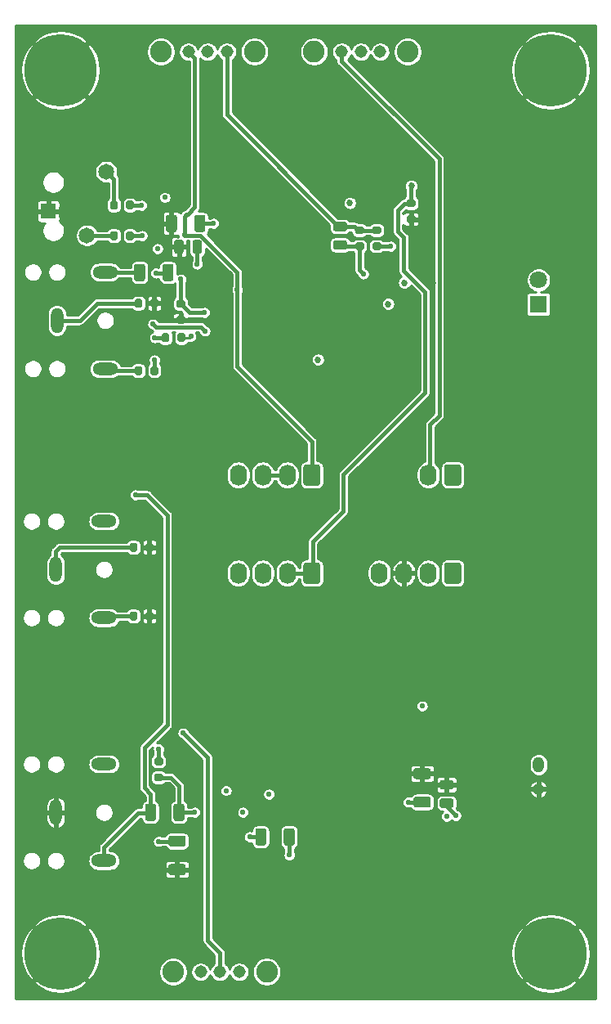
<source format=gbl>
%TF.GenerationSoftware,KiCad,Pcbnew,(5.1.9)-1*%
%TF.CreationDate,2021-02-04T00:32:02-08:00*%
%TF.ProjectId,kb1lqd_optical_comm,6b62316c-7164-45f6-9f70-746963616c5f,rev?*%
%TF.SameCoordinates,Original*%
%TF.FileFunction,Copper,L4,Bot*%
%TF.FilePolarity,Positive*%
%FSLAX46Y46*%
G04 Gerber Fmt 4.6, Leading zero omitted, Abs format (unit mm)*
G04 Created by KiCad (PCBNEW (5.1.9)-1) date 2021-02-04 00:32:02*
%MOMM*%
%LPD*%
G01*
G04 APERTURE LIST*
%TA.AperFunction,ComponentPad*%
%ADD10C,7.500000*%
%TD*%
%TA.AperFunction,ComponentPad*%
%ADD11O,2.616000X1.308000*%
%TD*%
%TA.AperFunction,ComponentPad*%
%ADD12O,1.308000X2.616000*%
%TD*%
%TA.AperFunction,ComponentPad*%
%ADD13C,2.250000*%
%TD*%
%TA.AperFunction,ComponentPad*%
%ADD14C,1.308000*%
%TD*%
%TA.AperFunction,ComponentPad*%
%ADD15O,1.740000X2.190000*%
%TD*%
%TA.AperFunction,ComponentPad*%
%ADD16C,1.650000*%
%TD*%
%TA.AperFunction,ComponentPad*%
%ADD17R,1.650000X1.650000*%
%TD*%
%TA.AperFunction,ComponentPad*%
%ADD18O,1.200000X1.200000*%
%TD*%
%TA.AperFunction,ComponentPad*%
%ADD19O,1.200000X1.600000*%
%TD*%
%TA.AperFunction,ComponentPad*%
%ADD20C,1.800000*%
%TD*%
%TA.AperFunction,ComponentPad*%
%ADD21R,1.800000X1.800000*%
%TD*%
%TA.AperFunction,ViaPad*%
%ADD22C,0.685800*%
%TD*%
%TA.AperFunction,ViaPad*%
%ADD23C,0.558800*%
%TD*%
%TA.AperFunction,Conductor*%
%ADD24C,0.381000*%
%TD*%
%TA.AperFunction,Conductor*%
%ADD25C,0.254000*%
%TD*%
%TA.AperFunction,Conductor*%
%ADD26C,0.100000*%
%TD*%
G04 APERTURE END LIST*
D10*
%TO.P,H4,1*%
%TO.N,GND*%
X182880000Y-121920000D03*
%TD*%
%TO.P,H3,1*%
%TO.N,GND*%
X182880000Y-30480000D03*
%TD*%
%TO.P,H2,1*%
%TO.N,GND*%
X132080000Y-121920000D03*
%TD*%
%TO.P,H1,1*%
%TO.N,GND*%
X132080000Y-30480000D03*
%TD*%
D11*
%TO.P,J6,3*%
%TO.N,AUDIO_OUT2*%
X136572000Y-102315000D03*
%TO.P,J6,2*%
%TO.N,AUDIO_OUT1*%
X136572000Y-112315000D03*
D12*
%TO.P,J6,1*%
%TO.N,GND*%
X131572000Y-107315000D03*
%TD*%
D11*
%TO.P,J3,3*%
%TO.N,/Headphone_Input/AUDIO_INPUT*%
X136572000Y-77169000D03*
%TO.P,J3,2*%
%TO.N,Net-(J3-Pad2)*%
X136572000Y-87169000D03*
D12*
%TO.P,J3,1*%
%TO.N,Net-(J3-Pad1)*%
X131572000Y-82169000D03*
%TD*%
D11*
%TO.P,J1,3*%
%TO.N,/Michrophone Pre-Amp/AUDIO_INPUT*%
X136699000Y-51388000D03*
%TO.P,J1,2*%
%TO.N,Net-(J1-Pad2)*%
X136699000Y-61388000D03*
D12*
%TO.P,J1,1*%
%TO.N,Net-(J1-Pad1)*%
X131699000Y-56388000D03*
%TD*%
D13*
%TO.P,SW1,P$5*%
%TO.N,N/C*%
X142470000Y-28575000D03*
%TO.P,SW1,P$4*%
X152170000Y-28575000D03*
D14*
%TO.P,SW1,3*%
%TO.N,/Michrophone Pre-Amp/AUDIO_OUTPUT*%
X145320000Y-28575000D03*
%TO.P,SW1,1*%
%TO.N,/Headphone_Input/AUDIO_OUTPUT*%
X149320000Y-28575000D03*
%TO.P,SW1,2*%
%TO.N,/LED Driver/AUDIO_INPUT*%
X147320000Y-28575000D03*
%TD*%
%TO.P,C20,2*%
%TO.N,Net-(C20-Pad2)*%
%TA.AperFunction,SMDPad,CuDef*%
G36*
G01*
X160561000Y-48075000D02*
X161511000Y-48075000D01*
G75*
G02*
X161761000Y-48325000I0J-250000D01*
G01*
X161761000Y-48825000D01*
G75*
G02*
X161511000Y-49075000I-250000J0D01*
G01*
X160561000Y-49075000D01*
G75*
G02*
X160311000Y-48825000I0J250000D01*
G01*
X160311000Y-48325000D01*
G75*
G02*
X160561000Y-48075000I250000J0D01*
G01*
G37*
%TD.AperFunction*%
%TO.P,C20,1*%
%TO.N,/Headphone_Input/AUDIO_OUTPUT*%
%TA.AperFunction,SMDPad,CuDef*%
G36*
G01*
X160561000Y-46175000D02*
X161511000Y-46175000D01*
G75*
G02*
X161761000Y-46425000I0J-250000D01*
G01*
X161761000Y-46925000D01*
G75*
G02*
X161511000Y-47175000I-250000J0D01*
G01*
X160561000Y-47175000D01*
G75*
G02*
X160311000Y-46925000I0J250000D01*
G01*
X160311000Y-46425000D01*
G75*
G02*
X160561000Y-46175000I250000J0D01*
G01*
G37*
%TD.AperFunction*%
%TD*%
D13*
%TO.P,SW3,P$5*%
%TO.N,N/C*%
X158345000Y-28575000D03*
%TO.P,SW3,P$4*%
X168045000Y-28575000D03*
D14*
%TO.P,SW3,3*%
%TO.N,Net-(J5-Pad2)*%
X161195000Y-28575000D03*
%TO.P,SW3,1*%
%TO.N,Net-(D1-Pad2)*%
X165195000Y-28575000D03*
%TO.P,SW3,2*%
%TO.N,+5V*%
X163195000Y-28575000D03*
%TD*%
D13*
%TO.P,SW2,P$5*%
%TO.N,N/C*%
X153440000Y-123825000D03*
%TO.P,SW2,P$4*%
X143740000Y-123825000D03*
D14*
%TO.P,SW2,3*%
%TO.N,/Photodiode Transimpedance Amplifier/OUTPUT*%
X150590000Y-123825000D03*
%TO.P,SW2,1*%
%TO.N,Net-(J4-Pad2)*%
X146590000Y-123825000D03*
%TO.P,SW2,2*%
%TO.N,/Sheet5FD6A4A6/IN1*%
X148590000Y-123825000D03*
%TD*%
D15*
%TO.P,RV2,4*%
%TO.N,N/C*%
X150495000Y-72390000D03*
%TO.P,RV2,3*%
%TO.N,Net-(R24-Pad1)*%
X153035000Y-72390000D03*
%TO.P,RV2,2*%
X155575000Y-72390000D03*
%TO.P,RV2,1*%
%TO.N,/Michrophone Pre-Amp/AUDIO_OUTPUT*%
%TA.AperFunction,ComponentPad*%
G36*
G01*
X158985000Y-71544999D02*
X158985000Y-73235001D01*
G75*
G02*
X158735001Y-73485000I-249999J0D01*
G01*
X157494999Y-73485000D01*
G75*
G02*
X157245000Y-73235001I0J249999D01*
G01*
X157245000Y-71544999D01*
G75*
G02*
X157494999Y-71295000I249999J0D01*
G01*
X158735001Y-71295000D01*
G75*
G02*
X158985000Y-71544999I0J-249999D01*
G01*
G37*
%TD.AperFunction*%
%TD*%
%TO.P,RV1,4*%
%TO.N,N/C*%
X150495000Y-82550000D03*
%TO.P,RV1,3*%
%TO.N,/Headphone_Input/AUDIO_INPUT*%
X153035000Y-82550000D03*
%TO.P,RV1,2*%
%TO.N,Net-(C3-Pad2)*%
X155575000Y-82550000D03*
%TO.P,RV1,1*%
%TA.AperFunction,ComponentPad*%
G36*
G01*
X158985000Y-81704999D02*
X158985000Y-83395001D01*
G75*
G02*
X158735001Y-83645000I-249999J0D01*
G01*
X157494999Y-83645000D01*
G75*
G02*
X157245000Y-83395001I0J249999D01*
G01*
X157245000Y-81704999D01*
G75*
G02*
X157494999Y-81455000I249999J0D01*
G01*
X158735001Y-81455000D01*
G75*
G02*
X158985000Y-81704999I0J-249999D01*
G01*
G37*
%TD.AperFunction*%
%TD*%
%TO.P,R32,2*%
%TO.N,AUDIO_OUT1*%
%TA.AperFunction,SMDPad,CuDef*%
G36*
G01*
X138855000Y-44725000D02*
X138855000Y-44175000D01*
G75*
G02*
X139055000Y-43975000I200000J0D01*
G01*
X139455000Y-43975000D01*
G75*
G02*
X139655000Y-44175000I0J-200000D01*
G01*
X139655000Y-44725000D01*
G75*
G02*
X139455000Y-44925000I-200000J0D01*
G01*
X139055000Y-44925000D01*
G75*
G02*
X138855000Y-44725000I0J200000D01*
G01*
G37*
%TD.AperFunction*%
%TO.P,R32,1*%
%TO.N,Net-(J2-Pad3)*%
%TA.AperFunction,SMDPad,CuDef*%
G36*
G01*
X137205000Y-44725000D02*
X137205000Y-44175000D01*
G75*
G02*
X137405000Y-43975000I200000J0D01*
G01*
X137805000Y-43975000D01*
G75*
G02*
X138005000Y-44175000I0J-200000D01*
G01*
X138005000Y-44725000D01*
G75*
G02*
X137805000Y-44925000I-200000J0D01*
G01*
X137405000Y-44925000D01*
G75*
G02*
X137205000Y-44725000I0J200000D01*
G01*
G37*
%TD.AperFunction*%
%TD*%
%TO.P,R29,2*%
%TO.N,Net-(R28-Pad1)*%
%TA.AperFunction,SMDPad,CuDef*%
G36*
G01*
X142515000Y-102445000D02*
X141965000Y-102445000D01*
G75*
G02*
X141765000Y-102245000I0J200000D01*
G01*
X141765000Y-101845000D01*
G75*
G02*
X141965000Y-101645000I200000J0D01*
G01*
X142515000Y-101645000D01*
G75*
G02*
X142715000Y-101845000I0J-200000D01*
G01*
X142715000Y-102245000D01*
G75*
G02*
X142515000Y-102445000I-200000J0D01*
G01*
G37*
%TD.AperFunction*%
%TO.P,R29,1*%
%TO.N,Net-(C15-Pad1)*%
%TA.AperFunction,SMDPad,CuDef*%
G36*
G01*
X142515000Y-104095000D02*
X141965000Y-104095000D01*
G75*
G02*
X141765000Y-103895000I0J200000D01*
G01*
X141765000Y-103495000D01*
G75*
G02*
X141965000Y-103295000I200000J0D01*
G01*
X142515000Y-103295000D01*
G75*
G02*
X142715000Y-103495000I0J-200000D01*
G01*
X142715000Y-103895000D01*
G75*
G02*
X142515000Y-104095000I-200000J0D01*
G01*
G37*
%TD.AperFunction*%
%TD*%
%TO.P,R19,2*%
%TO.N,Net-(R18-Pad1)*%
%TA.AperFunction,SMDPad,CuDef*%
G36*
G01*
X144801000Y-55074000D02*
X144251000Y-55074000D01*
G75*
G02*
X144051000Y-54874000I0J200000D01*
G01*
X144051000Y-54474000D01*
G75*
G02*
X144251000Y-54274000I200000J0D01*
G01*
X144801000Y-54274000D01*
G75*
G02*
X145001000Y-54474000I0J-200000D01*
G01*
X145001000Y-54874000D01*
G75*
G02*
X144801000Y-55074000I-200000J0D01*
G01*
G37*
%TD.AperFunction*%
%TO.P,R19,1*%
%TO.N,GND*%
%TA.AperFunction,SMDPad,CuDef*%
G36*
G01*
X144801000Y-56724000D02*
X144251000Y-56724000D01*
G75*
G02*
X144051000Y-56524000I0J200000D01*
G01*
X144051000Y-56124000D01*
G75*
G02*
X144251000Y-55924000I200000J0D01*
G01*
X144801000Y-55924000D01*
G75*
G02*
X145001000Y-56124000I0J-200000D01*
G01*
X145001000Y-56524000D01*
G75*
G02*
X144801000Y-56724000I-200000J0D01*
G01*
G37*
%TD.AperFunction*%
%TD*%
%TO.P,R18,2*%
%TO.N,+5V*%
%TA.AperFunction,SMDPad,CuDef*%
G36*
G01*
X143339000Y-57891000D02*
X143339000Y-58441000D01*
G75*
G02*
X143139000Y-58641000I-200000J0D01*
G01*
X142739000Y-58641000D01*
G75*
G02*
X142539000Y-58441000I0J200000D01*
G01*
X142539000Y-57891000D01*
G75*
G02*
X142739000Y-57691000I200000J0D01*
G01*
X143139000Y-57691000D01*
G75*
G02*
X143339000Y-57891000I0J-200000D01*
G01*
G37*
%TD.AperFunction*%
%TO.P,R18,1*%
%TO.N,Net-(R18-Pad1)*%
%TA.AperFunction,SMDPad,CuDef*%
G36*
G01*
X144989000Y-57891000D02*
X144989000Y-58441000D01*
G75*
G02*
X144789000Y-58641000I-200000J0D01*
G01*
X144389000Y-58641000D01*
G75*
G02*
X144189000Y-58441000I0J200000D01*
G01*
X144189000Y-57891000D01*
G75*
G02*
X144389000Y-57691000I200000J0D01*
G01*
X144789000Y-57691000D01*
G75*
G02*
X144989000Y-57891000I0J-200000D01*
G01*
G37*
%TD.AperFunction*%
%TD*%
%TO.P,R17,2*%
%TO.N,Net-(R17-Pad2)*%
%TA.AperFunction,SMDPad,CuDef*%
G36*
G01*
X164571000Y-48304000D02*
X165121000Y-48304000D01*
G75*
G02*
X165321000Y-48504000I0J-200000D01*
G01*
X165321000Y-48904000D01*
G75*
G02*
X165121000Y-49104000I-200000J0D01*
G01*
X164571000Y-49104000D01*
G75*
G02*
X164371000Y-48904000I0J200000D01*
G01*
X164371000Y-48504000D01*
G75*
G02*
X164571000Y-48304000I200000J0D01*
G01*
G37*
%TD.AperFunction*%
%TO.P,R17,1*%
%TO.N,/Headphone_Input/AUDIO_OUTPUT*%
%TA.AperFunction,SMDPad,CuDef*%
G36*
G01*
X164571000Y-46654000D02*
X165121000Y-46654000D01*
G75*
G02*
X165321000Y-46854000I0J-200000D01*
G01*
X165321000Y-47254000D01*
G75*
G02*
X165121000Y-47454000I-200000J0D01*
G01*
X164571000Y-47454000D01*
G75*
G02*
X164371000Y-47254000I0J200000D01*
G01*
X164371000Y-46854000D01*
G75*
G02*
X164571000Y-46654000I200000J0D01*
G01*
G37*
%TD.AperFunction*%
%TD*%
%TO.P,R16,2*%
%TO.N,Net-(C20-Pad2)*%
%TA.AperFunction,SMDPad,CuDef*%
G36*
G01*
X162793000Y-48304000D02*
X163343000Y-48304000D01*
G75*
G02*
X163543000Y-48504000I0J-200000D01*
G01*
X163543000Y-48904000D01*
G75*
G02*
X163343000Y-49104000I-200000J0D01*
G01*
X162793000Y-49104000D01*
G75*
G02*
X162593000Y-48904000I0J200000D01*
G01*
X162593000Y-48504000D01*
G75*
G02*
X162793000Y-48304000I200000J0D01*
G01*
G37*
%TD.AperFunction*%
%TO.P,R16,1*%
%TO.N,/Headphone_Input/AUDIO_OUTPUT*%
%TA.AperFunction,SMDPad,CuDef*%
G36*
G01*
X162793000Y-46654000D02*
X163343000Y-46654000D01*
G75*
G02*
X163543000Y-46854000I0J-200000D01*
G01*
X163543000Y-47254000D01*
G75*
G02*
X163343000Y-47454000I-200000J0D01*
G01*
X162793000Y-47454000D01*
G75*
G02*
X162593000Y-47254000I0J200000D01*
G01*
X162593000Y-46854000D01*
G75*
G02*
X162793000Y-46654000I200000J0D01*
G01*
G37*
%TD.AperFunction*%
%TD*%
%TO.P,R13,2*%
%TO.N,GND*%
%TA.AperFunction,SMDPad,CuDef*%
G36*
G01*
X168127000Y-45510000D02*
X168677000Y-45510000D01*
G75*
G02*
X168877000Y-45710000I0J-200000D01*
G01*
X168877000Y-46110000D01*
G75*
G02*
X168677000Y-46310000I-200000J0D01*
G01*
X168127000Y-46310000D01*
G75*
G02*
X167927000Y-46110000I0J200000D01*
G01*
X167927000Y-45710000D01*
G75*
G02*
X168127000Y-45510000I200000J0D01*
G01*
G37*
%TD.AperFunction*%
%TO.P,R13,1*%
%TO.N,Net-(C3-Pad2)*%
%TA.AperFunction,SMDPad,CuDef*%
G36*
G01*
X168127000Y-43860000D02*
X168677000Y-43860000D01*
G75*
G02*
X168877000Y-44060000I0J-200000D01*
G01*
X168877000Y-44460000D01*
G75*
G02*
X168677000Y-44660000I-200000J0D01*
G01*
X168127000Y-44660000D01*
G75*
G02*
X167927000Y-44460000I0J200000D01*
G01*
X167927000Y-44060000D01*
G75*
G02*
X168127000Y-43860000I200000J0D01*
G01*
G37*
%TD.AperFunction*%
%TD*%
%TO.P,R5,2*%
%TO.N,+5V*%
%TA.AperFunction,SMDPad,CuDef*%
G36*
G01*
X141395000Y-61870000D02*
X141395000Y-61320000D01*
G75*
G02*
X141595000Y-61120000I200000J0D01*
G01*
X141995000Y-61120000D01*
G75*
G02*
X142195000Y-61320000I0J-200000D01*
G01*
X142195000Y-61870000D01*
G75*
G02*
X141995000Y-62070000I-200000J0D01*
G01*
X141595000Y-62070000D01*
G75*
G02*
X141395000Y-61870000I0J200000D01*
G01*
G37*
%TD.AperFunction*%
%TO.P,R5,1*%
%TO.N,Net-(J1-Pad2)*%
%TA.AperFunction,SMDPad,CuDef*%
G36*
G01*
X139745000Y-61870000D02*
X139745000Y-61320000D01*
G75*
G02*
X139945000Y-61120000I200000J0D01*
G01*
X140345000Y-61120000D01*
G75*
G02*
X140545000Y-61320000I0J-200000D01*
G01*
X140545000Y-61870000D01*
G75*
G02*
X140345000Y-62070000I-200000J0D01*
G01*
X139945000Y-62070000D01*
G75*
G02*
X139745000Y-61870000I0J200000D01*
G01*
G37*
%TD.AperFunction*%
%TD*%
%TO.P,R4,2*%
%TO.N,GND*%
%TA.AperFunction,SMDPad,CuDef*%
G36*
G01*
X140887000Y-80158000D02*
X140887000Y-79608000D01*
G75*
G02*
X141087000Y-79408000I200000J0D01*
G01*
X141487000Y-79408000D01*
G75*
G02*
X141687000Y-79608000I0J-200000D01*
G01*
X141687000Y-80158000D01*
G75*
G02*
X141487000Y-80358000I-200000J0D01*
G01*
X141087000Y-80358000D01*
G75*
G02*
X140887000Y-80158000I0J200000D01*
G01*
G37*
%TD.AperFunction*%
%TO.P,R4,1*%
%TO.N,Net-(J3-Pad1)*%
%TA.AperFunction,SMDPad,CuDef*%
G36*
G01*
X139237000Y-80158000D02*
X139237000Y-79608000D01*
G75*
G02*
X139437000Y-79408000I200000J0D01*
G01*
X139837000Y-79408000D01*
G75*
G02*
X140037000Y-79608000I0J-200000D01*
G01*
X140037000Y-80158000D01*
G75*
G02*
X139837000Y-80358000I-200000J0D01*
G01*
X139437000Y-80358000D01*
G75*
G02*
X139237000Y-80158000I0J200000D01*
G01*
G37*
%TD.AperFunction*%
%TD*%
%TO.P,R3,2*%
%TO.N,Net-(J2-Pad2)*%
%TA.AperFunction,SMDPad,CuDef*%
G36*
G01*
X138005000Y-47350000D02*
X138005000Y-47900000D01*
G75*
G02*
X137805000Y-48100000I-200000J0D01*
G01*
X137405000Y-48100000D01*
G75*
G02*
X137205000Y-47900000I0J200000D01*
G01*
X137205000Y-47350000D01*
G75*
G02*
X137405000Y-47150000I200000J0D01*
G01*
X137805000Y-47150000D01*
G75*
G02*
X138005000Y-47350000I0J-200000D01*
G01*
G37*
%TD.AperFunction*%
%TO.P,R3,1*%
%TO.N,AUDIO_OUT2*%
%TA.AperFunction,SMDPad,CuDef*%
G36*
G01*
X139655000Y-47350000D02*
X139655000Y-47900000D01*
G75*
G02*
X139455000Y-48100000I-200000J0D01*
G01*
X139055000Y-48100000D01*
G75*
G02*
X138855000Y-47900000I0J200000D01*
G01*
X138855000Y-47350000D01*
G75*
G02*
X139055000Y-47150000I200000J0D01*
G01*
X139455000Y-47150000D01*
G75*
G02*
X139655000Y-47350000I0J-200000D01*
G01*
G37*
%TD.AperFunction*%
%TD*%
%TO.P,R2,2*%
%TO.N,GND*%
%TA.AperFunction,SMDPad,CuDef*%
G36*
G01*
X140887000Y-87270000D02*
X140887000Y-86720000D01*
G75*
G02*
X141087000Y-86520000I200000J0D01*
G01*
X141487000Y-86520000D01*
G75*
G02*
X141687000Y-86720000I0J-200000D01*
G01*
X141687000Y-87270000D01*
G75*
G02*
X141487000Y-87470000I-200000J0D01*
G01*
X141087000Y-87470000D01*
G75*
G02*
X140887000Y-87270000I0J200000D01*
G01*
G37*
%TD.AperFunction*%
%TO.P,R2,1*%
%TO.N,Net-(J3-Pad2)*%
%TA.AperFunction,SMDPad,CuDef*%
G36*
G01*
X139237000Y-87270000D02*
X139237000Y-86720000D01*
G75*
G02*
X139437000Y-86520000I200000J0D01*
G01*
X139837000Y-86520000D01*
G75*
G02*
X140037000Y-86720000I0J-200000D01*
G01*
X140037000Y-87270000D01*
G75*
G02*
X139837000Y-87470000I-200000J0D01*
G01*
X139437000Y-87470000D01*
G75*
G02*
X139237000Y-87270000I0J200000D01*
G01*
G37*
%TD.AperFunction*%
%TD*%
%TO.P,R1,2*%
%TO.N,GND*%
%TA.AperFunction,SMDPad,CuDef*%
G36*
G01*
X141395000Y-54885000D02*
X141395000Y-54335000D01*
G75*
G02*
X141595000Y-54135000I200000J0D01*
G01*
X141995000Y-54135000D01*
G75*
G02*
X142195000Y-54335000I0J-200000D01*
G01*
X142195000Y-54885000D01*
G75*
G02*
X141995000Y-55085000I-200000J0D01*
G01*
X141595000Y-55085000D01*
G75*
G02*
X141395000Y-54885000I0J200000D01*
G01*
G37*
%TD.AperFunction*%
%TO.P,R1,1*%
%TO.N,Net-(J1-Pad1)*%
%TA.AperFunction,SMDPad,CuDef*%
G36*
G01*
X139745000Y-54885000D02*
X139745000Y-54335000D01*
G75*
G02*
X139945000Y-54135000I200000J0D01*
G01*
X140345000Y-54135000D01*
G75*
G02*
X140545000Y-54335000I0J-200000D01*
G01*
X140545000Y-54885000D01*
G75*
G02*
X140345000Y-55085000I-200000J0D01*
G01*
X139945000Y-55085000D01*
G75*
G02*
X139745000Y-54885000I0J200000D01*
G01*
G37*
%TD.AperFunction*%
%TD*%
%TO.P,J5,2*%
%TO.N,Net-(J5-Pad2)*%
X170180000Y-72390000D03*
%TO.P,J5,1*%
%TO.N,/LED Driver/LED_RTN*%
%TA.AperFunction,ComponentPad*%
G36*
G01*
X173590000Y-71544999D02*
X173590000Y-73235001D01*
G75*
G02*
X173340001Y-73485000I-249999J0D01*
G01*
X172099999Y-73485000D01*
G75*
G02*
X171850000Y-73235001I0J249999D01*
G01*
X171850000Y-71544999D01*
G75*
G02*
X172099999Y-71295000I249999J0D01*
G01*
X173340001Y-71295000D01*
G75*
G02*
X173590000Y-71544999I0J-249999D01*
G01*
G37*
%TD.AperFunction*%
%TD*%
%TO.P,J4,4*%
%TO.N,Net-(J4-Pad4)*%
X165100000Y-82550000D03*
%TO.P,J4,3*%
%TO.N,GND*%
X167640000Y-82550000D03*
%TO.P,J4,2*%
%TO.N,Net-(J4-Pad2)*%
X170180000Y-82550000D03*
%TO.P,J4,1*%
%TO.N,+5V*%
%TA.AperFunction,ComponentPad*%
G36*
G01*
X173590000Y-81704999D02*
X173590000Y-83395001D01*
G75*
G02*
X173340001Y-83645000I-249999J0D01*
G01*
X172099999Y-83645000D01*
G75*
G02*
X171850000Y-83395001I0J249999D01*
G01*
X171850000Y-81704999D01*
G75*
G02*
X172099999Y-81455000I249999J0D01*
G01*
X173340001Y-81455000D01*
G75*
G02*
X173590000Y-81704999I0J-249999D01*
G01*
G37*
%TD.AperFunction*%
%TD*%
D16*
%TO.P,J2,2*%
%TO.N,Net-(J2-Pad2)*%
X134810000Y-47585000D03*
%TO.P,J2,3*%
%TO.N,Net-(J2-Pad3)*%
X136810000Y-40985000D03*
D17*
%TO.P,J2,1*%
%TO.N,GND*%
X130810000Y-45085000D03*
%TD*%
D18*
%TO.P,D2,2*%
%TO.N,GND*%
X181610000Y-104902000D03*
D19*
%TO.P,D2,1*%
%TO.N,Net-(C10-Pad2)*%
X181610000Y-102362000D03*
%TD*%
D20*
%TO.P,D1,2*%
%TO.N,Net-(D1-Pad2)*%
X181610000Y-52197000D03*
D21*
%TO.P,D1,1*%
%TO.N,/LED Driver/LED_RTN*%
X181610000Y-54737000D03*
%TD*%
%TO.P,C23,2*%
%TO.N,GND*%
%TA.AperFunction,SMDPad,CuDef*%
G36*
G01*
X144838000Y-48293000D02*
X144838000Y-49243000D01*
G75*
G02*
X144588000Y-49493000I-250000J0D01*
G01*
X144088000Y-49493000D01*
G75*
G02*
X143838000Y-49243000I0J250000D01*
G01*
X143838000Y-48293000D01*
G75*
G02*
X144088000Y-48043000I250000J0D01*
G01*
X144588000Y-48043000D01*
G75*
G02*
X144838000Y-48293000I0J-250000D01*
G01*
G37*
%TD.AperFunction*%
%TO.P,C23,1*%
%TO.N,+5V*%
%TA.AperFunction,SMDPad,CuDef*%
G36*
G01*
X146738000Y-48293000D02*
X146738000Y-49243000D01*
G75*
G02*
X146488000Y-49493000I-250000J0D01*
G01*
X145988000Y-49493000D01*
G75*
G02*
X145738000Y-49243000I0J250000D01*
G01*
X145738000Y-48293000D01*
G75*
G02*
X145988000Y-48043000I250000J0D01*
G01*
X146488000Y-48043000D01*
G75*
G02*
X146738000Y-48293000I0J-250000D01*
G01*
G37*
%TD.AperFunction*%
%TD*%
%TO.P,C19,2*%
%TO.N,/Sheet5FD6A4A6/IN2*%
%TA.AperFunction,SMDPad,CuDef*%
G36*
G01*
X155205000Y-110505001D02*
X155205000Y-109204999D01*
G75*
G02*
X155454999Y-108955000I249999J0D01*
G01*
X156105001Y-108955000D01*
G75*
G02*
X156355000Y-109204999I0J-249999D01*
G01*
X156355000Y-110505001D01*
G75*
G02*
X156105001Y-110755000I-249999J0D01*
G01*
X155454999Y-110755000D01*
G75*
G02*
X155205000Y-110505001I0J249999D01*
G01*
G37*
%TD.AperFunction*%
%TO.P,C19,1*%
%TO.N,Net-(C19-Pad1)*%
%TA.AperFunction,SMDPad,CuDef*%
G36*
G01*
X152255000Y-110505001D02*
X152255000Y-109204999D01*
G75*
G02*
X152504999Y-108955000I249999J0D01*
G01*
X153155001Y-108955000D01*
G75*
G02*
X153405000Y-109204999I0J-249999D01*
G01*
X153405000Y-110505001D01*
G75*
G02*
X153155001Y-110755000I-249999J0D01*
G01*
X152504999Y-110755000D01*
G75*
G02*
X152255000Y-110505001I0J249999D01*
G01*
G37*
%TD.AperFunction*%
%TD*%
%TO.P,C15,2*%
%TO.N,AUDIO_OUT1*%
%TA.AperFunction,SMDPad,CuDef*%
G36*
G01*
X141975000Y-106664999D02*
X141975000Y-107965001D01*
G75*
G02*
X141725001Y-108215000I-249999J0D01*
G01*
X141074999Y-108215000D01*
G75*
G02*
X140825000Y-107965001I0J249999D01*
G01*
X140825000Y-106664999D01*
G75*
G02*
X141074999Y-106415000I249999J0D01*
G01*
X141725001Y-106415000D01*
G75*
G02*
X141975000Y-106664999I0J-249999D01*
G01*
G37*
%TD.AperFunction*%
%TO.P,C15,1*%
%TO.N,Net-(C15-Pad1)*%
%TA.AperFunction,SMDPad,CuDef*%
G36*
G01*
X144925000Y-106664999D02*
X144925000Y-107965001D01*
G75*
G02*
X144675001Y-108215000I-249999J0D01*
G01*
X144024999Y-108215000D01*
G75*
G02*
X143775000Y-107965001I0J249999D01*
G01*
X143775000Y-106664999D01*
G75*
G02*
X144024999Y-106415000I249999J0D01*
G01*
X144675001Y-106415000D01*
G75*
G02*
X144925000Y-106664999I0J-249999D01*
G01*
G37*
%TD.AperFunction*%
%TD*%
%TO.P,C14,2*%
%TO.N,Net-(C14-Pad2)*%
%TA.AperFunction,SMDPad,CuDef*%
G36*
G01*
X144795001Y-110860000D02*
X143494999Y-110860000D01*
G75*
G02*
X143245000Y-110610001I0J249999D01*
G01*
X143245000Y-109959999D01*
G75*
G02*
X143494999Y-109710000I249999J0D01*
G01*
X144795001Y-109710000D01*
G75*
G02*
X145045000Y-109959999I0J-249999D01*
G01*
X145045000Y-110610001D01*
G75*
G02*
X144795001Y-110860000I-249999J0D01*
G01*
G37*
%TD.AperFunction*%
%TO.P,C14,1*%
%TO.N,GND*%
%TA.AperFunction,SMDPad,CuDef*%
G36*
G01*
X144795001Y-113810000D02*
X143494999Y-113810000D01*
G75*
G02*
X143245000Y-113560001I0J249999D01*
G01*
X143245000Y-112909999D01*
G75*
G02*
X143494999Y-112660000I249999J0D01*
G01*
X144795001Y-112660000D01*
G75*
G02*
X145045000Y-112909999I0J-249999D01*
G01*
X145045000Y-113560001D01*
G75*
G02*
X144795001Y-113810000I-249999J0D01*
G01*
G37*
%TD.AperFunction*%
%TD*%
%TO.P,C11,2*%
%TO.N,GND*%
%TA.AperFunction,SMDPad,CuDef*%
G36*
G01*
X170195001Y-103875000D02*
X168894999Y-103875000D01*
G75*
G02*
X168645000Y-103625001I0J249999D01*
G01*
X168645000Y-102974999D01*
G75*
G02*
X168894999Y-102725000I249999J0D01*
G01*
X170195001Y-102725000D01*
G75*
G02*
X170445000Y-102974999I0J-249999D01*
G01*
X170445000Y-103625001D01*
G75*
G02*
X170195001Y-103875000I-249999J0D01*
G01*
G37*
%TD.AperFunction*%
%TO.P,C11,1*%
%TO.N,+5V*%
%TA.AperFunction,SMDPad,CuDef*%
G36*
G01*
X170195001Y-106825000D02*
X168894999Y-106825000D01*
G75*
G02*
X168645000Y-106575001I0J249999D01*
G01*
X168645000Y-105924999D01*
G75*
G02*
X168894999Y-105675000I249999J0D01*
G01*
X170195001Y-105675000D01*
G75*
G02*
X170445000Y-105924999I0J-249999D01*
G01*
X170445000Y-106575001D01*
G75*
G02*
X170195001Y-106825000I-249999J0D01*
G01*
G37*
%TD.AperFunction*%
%TD*%
%TO.P,C9,2*%
%TO.N,GND*%
%TA.AperFunction,SMDPad,CuDef*%
G36*
G01*
X172560000Y-104960000D02*
X171610000Y-104960000D01*
G75*
G02*
X171360000Y-104710000I0J250000D01*
G01*
X171360000Y-104210000D01*
G75*
G02*
X171610000Y-103960000I250000J0D01*
G01*
X172560000Y-103960000D01*
G75*
G02*
X172810000Y-104210000I0J-250000D01*
G01*
X172810000Y-104710000D01*
G75*
G02*
X172560000Y-104960000I-250000J0D01*
G01*
G37*
%TD.AperFunction*%
%TO.P,C9,1*%
%TO.N,+5V*%
%TA.AperFunction,SMDPad,CuDef*%
G36*
G01*
X172560000Y-106860000D02*
X171610000Y-106860000D01*
G75*
G02*
X171360000Y-106610000I0J250000D01*
G01*
X171360000Y-106110000D01*
G75*
G02*
X171610000Y-105860000I250000J0D01*
G01*
X172560000Y-105860000D01*
G75*
G02*
X172810000Y-106110000I0J-250000D01*
G01*
X172810000Y-106610000D01*
G75*
G02*
X172560000Y-106860000I-250000J0D01*
G01*
G37*
%TD.AperFunction*%
%TD*%
%TO.P,C5,2*%
%TO.N,/Michrophone Pre-Amp/AUDIO_INPUT*%
%TA.AperFunction,SMDPad,CuDef*%
G36*
G01*
X140832000Y-50784999D02*
X140832000Y-52085001D01*
G75*
G02*
X140582001Y-52335000I-249999J0D01*
G01*
X139931999Y-52335000D01*
G75*
G02*
X139682000Y-52085001I0J249999D01*
G01*
X139682000Y-50784999D01*
G75*
G02*
X139931999Y-50535000I249999J0D01*
G01*
X140582001Y-50535000D01*
G75*
G02*
X140832000Y-50784999I0J-249999D01*
G01*
G37*
%TD.AperFunction*%
%TO.P,C5,1*%
%TO.N,Net-(C5-Pad1)*%
%TA.AperFunction,SMDPad,CuDef*%
G36*
G01*
X143782000Y-50784999D02*
X143782000Y-52085001D01*
G75*
G02*
X143532001Y-52335000I-249999J0D01*
G01*
X142881999Y-52335000D01*
G75*
G02*
X142632000Y-52085001I0J249999D01*
G01*
X142632000Y-50784999D01*
G75*
G02*
X142881999Y-50535000I249999J0D01*
G01*
X143532001Y-50535000D01*
G75*
G02*
X143782000Y-50784999I0J-249999D01*
G01*
G37*
%TD.AperFunction*%
%TD*%
%TO.P,C4,2*%
%TO.N,+5V*%
%TA.AperFunction,SMDPad,CuDef*%
G36*
G01*
X145934000Y-47005001D02*
X145934000Y-45704999D01*
G75*
G02*
X146183999Y-45455000I249999J0D01*
G01*
X146834001Y-45455000D01*
G75*
G02*
X147084000Y-45704999I0J-249999D01*
G01*
X147084000Y-47005001D01*
G75*
G02*
X146834001Y-47255000I-249999J0D01*
G01*
X146183999Y-47255000D01*
G75*
G02*
X145934000Y-47005001I0J249999D01*
G01*
G37*
%TD.AperFunction*%
%TO.P,C4,1*%
%TO.N,GND*%
%TA.AperFunction,SMDPad,CuDef*%
G36*
G01*
X142984000Y-47005001D02*
X142984000Y-45704999D01*
G75*
G02*
X143233999Y-45455000I249999J0D01*
G01*
X143884001Y-45455000D01*
G75*
G02*
X144134000Y-45704999I0J-249999D01*
G01*
X144134000Y-47005001D01*
G75*
G02*
X143884001Y-47255000I-249999J0D01*
G01*
X143233999Y-47255000D01*
G75*
G02*
X142984000Y-47005001I0J249999D01*
G01*
G37*
%TD.AperFunction*%
%TD*%
D22*
%TO.N,GND*%
X163825000Y-44250000D03*
X165875000Y-43825000D03*
X170650000Y-52475000D03*
X160525000Y-60475000D03*
X165250000Y-57900000D03*
X155700000Y-48600000D03*
X159575000Y-49725000D03*
D23*
X141782800Y-55651400D03*
X169773600Y-45923200D03*
X149225000Y-100736400D03*
X152095200Y-98780600D03*
X152831800Y-113004600D03*
X151003000Y-115112800D03*
X145770600Y-113233200D03*
X145973800Y-111125000D03*
X168275000Y-101041200D03*
X173380400Y-104343200D03*
X169570400Y-104444800D03*
X172720000Y-95199200D03*
X175260000Y-94996000D03*
X141274800Y-81280000D03*
X141274800Y-85699600D03*
X144780000Y-43637200D03*
X146685000Y-43662600D03*
X142036800Y-45821600D03*
X144830800Y-50596800D03*
X146812000Y-52197000D03*
X146075400Y-56311800D03*
D22*
%TO.N,+5V*%
X162050000Y-44225000D03*
X167700000Y-52475000D03*
X166025000Y-54675000D03*
X158750000Y-60450000D03*
D23*
X141808200Y-60477400D03*
X141833600Y-58166000D03*
X150977600Y-107315000D03*
X149225000Y-105054400D03*
X153670000Y-105435400D03*
X172085000Y-107746800D03*
X168122600Y-106248200D03*
X173024800Y-107645200D03*
X169545000Y-96316800D03*
X142875000Y-43662600D03*
X147929600Y-46355000D03*
X142113000Y-48971200D03*
X146227800Y-50546000D03*
D22*
%TO.N,Net-(C3-Pad2)*%
X168425000Y-42450000D03*
D23*
%TO.N,Net-(C5-Pad1)*%
X141960600Y-51485800D03*
%TO.N,Net-(C6-Pad1)*%
X141650000Y-56775000D03*
X147025000Y-57475000D03*
%TO.N,/Sheet5FD6A4A6/IN1*%
X144780000Y-99110800D03*
%TO.N,Net-(C14-Pad2)*%
X142240000Y-110312200D03*
%TO.N,AUDIO_OUT1*%
X140462000Y-44475400D03*
X139827000Y-74447400D03*
%TO.N,Net-(C15-Pad1)*%
X145973800Y-107315000D03*
%TO.N,AUDIO_OUT2*%
X140512800Y-47625000D03*
%TO.N,/Sheet5FD6A4A6/IN2*%
X155778200Y-111734600D03*
%TO.N,Net-(C19-Pad1)*%
X151663400Y-109855000D03*
%TO.N,Net-(C20-Pad2)*%
X163449000Y-51562000D03*
%TO.N,/Michrophone Pre-Amp/AUDIO_OUTPUT*%
X150375000Y-53225000D03*
X144907000Y-47523400D03*
%TO.N,Net-(R17-Pad2)*%
X166293800Y-48717200D03*
%TO.N,Net-(R18-Pad1)*%
X145567400Y-58039000D03*
X144526000Y-52120800D03*
X146989800Y-55575200D03*
%TO.N,Net-(R28-Pad1)*%
X142240000Y-100736400D03*
%TD*%
D24*
%TO.N,GND*%
X144526000Y-56324000D02*
X144512800Y-56324000D01*
X141795000Y-54610000D02*
X141795000Y-55639200D01*
X141795000Y-55639200D02*
X141782800Y-55651400D01*
X168402000Y-45910000D02*
X169760400Y-45910000D01*
X169760400Y-45910000D02*
X169773600Y-45923200D01*
X144145000Y-113235000D02*
X145768800Y-113235000D01*
X145768800Y-113235000D02*
X145770600Y-113233200D01*
X172085000Y-104460000D02*
X173263600Y-104460000D01*
X173263600Y-104460000D02*
X173380400Y-104343200D01*
X169545000Y-103300000D02*
X169545000Y-104419400D01*
X169545000Y-104419400D02*
X169570400Y-104444800D01*
X141287000Y-79883000D02*
X141287000Y-81267800D01*
X141287000Y-81267800D02*
X141274800Y-81280000D01*
X141287000Y-86995000D02*
X141287000Y-85711800D01*
X141287000Y-85711800D02*
X141274800Y-85699600D01*
X143559000Y-46355000D02*
X142570200Y-46355000D01*
X142570200Y-46355000D02*
X142036800Y-45821600D01*
X144338000Y-48768000D02*
X144338000Y-50104000D01*
X144338000Y-50104000D02*
X144830800Y-50596800D01*
X144526000Y-56324000D02*
X146063200Y-56324000D01*
X146063200Y-56324000D02*
X146075400Y-56311800D01*
%TO.N,+5V*%
X141795000Y-61595000D02*
X141795000Y-60490600D01*
X141795000Y-60490600D02*
X141808200Y-60477400D01*
X142939000Y-58166000D02*
X141833600Y-58166000D01*
X169545000Y-106250000D02*
X168124400Y-106250000D01*
X168124400Y-106250000D02*
X168122600Y-106248200D01*
X172085000Y-106360000D02*
X172085000Y-106705400D01*
X172085000Y-106705400D02*
X173024800Y-107645200D01*
X146509000Y-46355000D02*
X147929600Y-46355000D01*
X146238000Y-48768000D02*
X146238000Y-50535800D01*
X146238000Y-50535800D02*
X146227800Y-50546000D01*
%TO.N,Net-(C3-Pad2)*%
X155575000Y-82550000D02*
X158191200Y-82550000D01*
X158191200Y-82550000D02*
X158191200Y-82626200D01*
X161391600Y-72288400D02*
X161391600Y-76098400D01*
X169850000Y-63830000D02*
X161391600Y-72288400D01*
X169850000Y-53450000D02*
X169850000Y-63830000D01*
X167609490Y-51209490D02*
X169850000Y-53450000D01*
X158191200Y-79298800D02*
X158191200Y-82575400D01*
X161391600Y-76098400D02*
X158191200Y-79298800D01*
X167005000Y-47142400D02*
X167609490Y-47746890D01*
X167609490Y-47746890D02*
X167609490Y-51209490D01*
X168402000Y-42473000D02*
X168425000Y-42450000D01*
X168402000Y-44260000D02*
X168402000Y-42473000D01*
X167728400Y-44260000D02*
X167005000Y-44983400D01*
X168402000Y-44260000D02*
X167728400Y-44260000D01*
X167005000Y-44983400D02*
X167005000Y-47142400D01*
%TO.N,/Michrophone Pre-Amp/AUDIO_INPUT*%
X140257000Y-51435000D02*
X136728200Y-51435000D01*
X136728200Y-51435000D02*
X136702800Y-51409600D01*
%TO.N,Net-(C5-Pad1)*%
X141960600Y-51485800D02*
X143281400Y-51485800D01*
X143281400Y-51485800D02*
X143306800Y-51460400D01*
%TO.N,Net-(C6-Pad1)*%
X141650000Y-56775000D02*
X141929399Y-57054399D01*
X146604399Y-57054399D02*
X147025000Y-57475000D01*
X141929399Y-57054399D02*
X146604399Y-57054399D01*
%TO.N,/Sheet5FD6A4A6/IN1*%
X144780000Y-99110800D02*
X147320000Y-101650800D01*
X147320000Y-101650800D02*
X147320000Y-120573800D01*
X147320000Y-120573800D02*
X148590000Y-121843800D01*
X148590000Y-121843800D02*
X148590000Y-123952000D01*
%TO.N,Net-(C14-Pad2)*%
X142240000Y-110312200D02*
X144094200Y-110312200D01*
X144094200Y-110312200D02*
X144119600Y-110337600D01*
%TO.N,AUDIO_OUT1*%
X136572000Y-112315000D02*
X136572000Y-110900200D01*
X136572000Y-110900200D02*
X140106400Y-107365800D01*
X140106400Y-107365800D02*
X141452600Y-107365800D01*
X139255000Y-44450000D02*
X140436600Y-44450000D01*
X140436600Y-44450000D02*
X140462000Y-44475400D01*
X139827000Y-74447400D02*
X141020800Y-74447400D01*
X141020800Y-74447400D02*
X143129000Y-76555600D01*
X143129000Y-76555600D02*
X143129000Y-98247200D01*
X143129000Y-98247200D02*
X140741400Y-100634800D01*
X140741400Y-100634800D02*
X140741400Y-104775000D01*
X140741400Y-104775000D02*
X141401800Y-105435400D01*
X141401800Y-105435400D02*
X141401800Y-107467400D01*
X141401800Y-107467400D02*
X141427200Y-107467400D01*
%TO.N,Net-(C15-Pad1)*%
X142240000Y-103695000D02*
X143522200Y-103695000D01*
X143522200Y-103695000D02*
X144373600Y-104546400D01*
X144373600Y-104546400D02*
X144373600Y-107289600D01*
X145973800Y-107315000D02*
X144424400Y-107315000D01*
X144424400Y-107315000D02*
X144399000Y-107340400D01*
%TO.N,AUDIO_OUT2*%
X136572000Y-102315000D02*
X136452600Y-102315000D01*
X136452600Y-102315000D02*
X136321800Y-102184200D01*
X139255000Y-47625000D02*
X140512800Y-47625000D01*
%TO.N,/Sheet5FD6A4A6/IN2*%
X155780000Y-109855000D02*
X155780000Y-111732800D01*
X155780000Y-111732800D02*
X155778200Y-111734600D01*
%TO.N,Net-(C19-Pad1)*%
X152830000Y-109855000D02*
X151663400Y-109855000D01*
%TO.N,Net-(C20-Pad2)*%
X163449000Y-51562000D02*
X163068000Y-51181000D01*
X163068000Y-51181000D02*
X163068000Y-48717200D01*
X163068000Y-48717200D02*
X161086800Y-48717200D01*
X161086800Y-48717200D02*
X161061400Y-48691800D01*
%TO.N,/Headphone_Input/AUDIO_OUTPUT*%
X149320000Y-28575000D02*
X149320000Y-35096200D01*
X149320000Y-35096200D02*
X160883600Y-46659800D01*
X161036000Y-46675000D02*
X162524400Y-46675000D01*
X162524400Y-46675000D02*
X162915600Y-47066200D01*
X162915600Y-47066200D02*
X164846000Y-47066200D01*
%TO.N,/Michrophone Pre-Amp/AUDIO_OUTPUT*%
X150375000Y-53225000D02*
X150375000Y-52178600D01*
X145320000Y-28575000D02*
X145973999Y-29228999D01*
X145973999Y-29228999D02*
X145973999Y-44653395D01*
X145973999Y-44653395D02*
X145237200Y-45390194D01*
X150375000Y-53225000D02*
X150375000Y-61170200D01*
X150375000Y-61170200D02*
X158115000Y-68910200D01*
X158115000Y-68910200D02*
X158115000Y-72364600D01*
X158115000Y-72364600D02*
X158115000Y-72415400D01*
X144956110Y-47572510D02*
X144907000Y-47523400D01*
X146570094Y-47572510D02*
X144956110Y-47572510D01*
X150375000Y-53225000D02*
X150375000Y-51377416D01*
X150375000Y-51377416D02*
X146570094Y-47572510D01*
X145237200Y-45390194D02*
X145135206Y-45390194D01*
X144907000Y-45618400D02*
X144907000Y-47523400D01*
X145135206Y-45390194D02*
X144907000Y-45618400D01*
%TO.N,Net-(J1-Pad2)*%
X140145000Y-61595000D02*
X136880600Y-61595000D01*
X136880600Y-61595000D02*
X136677400Y-61391800D01*
X136677400Y-61391800D02*
X136702800Y-61391800D01*
%TO.N,Net-(J1-Pad1)*%
X140145000Y-54610000D02*
X135839200Y-54610000D01*
X135839200Y-54610000D02*
X134061200Y-56388000D01*
X134061200Y-56388000D02*
X131699000Y-56388000D01*
%TO.N,Net-(J2-Pad2)*%
X137605000Y-47625000D02*
X134823200Y-47625000D01*
X134823200Y-47625000D02*
X134797800Y-47599600D01*
%TO.N,Net-(J2-Pad3)*%
X137605000Y-44450000D02*
X137605000Y-41745400D01*
X137605000Y-41745400D02*
X136906000Y-41046400D01*
X136906000Y-41046400D02*
X136779000Y-41046400D01*
%TO.N,Net-(J3-Pad2)*%
X139637000Y-86995000D02*
X136702800Y-86995000D01*
X136702800Y-86995000D02*
X136550400Y-87147400D01*
X136550400Y-87147400D02*
X136575800Y-87147400D01*
%TO.N,Net-(J3-Pad1)*%
X133858000Y-79883000D02*
X139623800Y-79883000D01*
X139623800Y-79883000D02*
X139649200Y-79857600D01*
X133858000Y-79883000D02*
X131978400Y-79883000D01*
X131978400Y-79883000D02*
X131572000Y-80289400D01*
X131572000Y-80289400D02*
X131572000Y-82118200D01*
%TO.N,Net-(J5-Pad2)*%
X161195000Y-28575000D02*
X161195000Y-29546800D01*
X171310401Y-39662201D02*
X171310401Y-66204999D01*
X161195000Y-29546800D02*
X171310401Y-39662201D01*
X171310401Y-66204999D02*
X170357800Y-67157600D01*
X170357800Y-67157600D02*
X170357800Y-72390000D01*
%TO.N,Net-(R17-Pad2)*%
X164846000Y-48704000D02*
X166280600Y-48704000D01*
X166280600Y-48704000D02*
X166293800Y-48717200D01*
D25*
%TO.N,Net-(R18-Pad1)*%
X144589000Y-58166000D02*
X145440400Y-58166000D01*
X145440400Y-58166000D02*
X145567400Y-58039000D01*
D24*
X144526000Y-54674000D02*
X144526000Y-52120800D01*
X146989800Y-55575200D02*
X145440400Y-55575200D01*
X145440400Y-55575200D02*
X144526000Y-54660800D01*
%TO.N,Net-(R24-Pad1)*%
X153035000Y-72390000D02*
X155625800Y-72390000D01*
%TO.N,Net-(R28-Pad1)*%
X142240000Y-102045000D02*
X142240000Y-100736400D01*
%TD*%
D25*
%TO.N,GND*%
X187529001Y-126569000D02*
X127431000Y-126569000D01*
X127431000Y-124876236D01*
X129303369Y-124876236D01*
X129743998Y-125351296D01*
X130458296Y-125741096D01*
X131234915Y-125984054D01*
X132044011Y-126070831D01*
X132854490Y-125998096D01*
X133635205Y-125768641D01*
X134356154Y-125391285D01*
X134416002Y-125351296D01*
X134856631Y-124876236D01*
X132080000Y-122099605D01*
X129303369Y-124876236D01*
X127431000Y-124876236D01*
X127431000Y-121884011D01*
X127929169Y-121884011D01*
X128001904Y-122694490D01*
X128231359Y-123475205D01*
X128608715Y-124196154D01*
X128648704Y-124256002D01*
X129123764Y-124696631D01*
X131900395Y-121920000D01*
X132259605Y-121920000D01*
X135036236Y-124696631D01*
X135511296Y-124256002D01*
X135827442Y-123676672D01*
X142234000Y-123676672D01*
X142234000Y-123973328D01*
X142291875Y-124264284D01*
X142405400Y-124538359D01*
X142570213Y-124785019D01*
X142779981Y-124994787D01*
X143026641Y-125159600D01*
X143300716Y-125273125D01*
X143591672Y-125331000D01*
X143888328Y-125331000D01*
X144179284Y-125273125D01*
X144453359Y-125159600D01*
X144700019Y-124994787D01*
X144909787Y-124785019D01*
X145074600Y-124538359D01*
X145188125Y-124264284D01*
X145246000Y-123973328D01*
X145246000Y-123676672D01*
X145188125Y-123385716D01*
X145074600Y-123111641D01*
X144909787Y-122864981D01*
X144700019Y-122655213D01*
X144453359Y-122490400D01*
X144179284Y-122376875D01*
X143888328Y-122319000D01*
X143591672Y-122319000D01*
X143300716Y-122376875D01*
X143026641Y-122490400D01*
X142779981Y-122655213D01*
X142570213Y-122864981D01*
X142405400Y-123111641D01*
X142291875Y-123385716D01*
X142234000Y-123676672D01*
X135827442Y-123676672D01*
X135901096Y-123541704D01*
X136144054Y-122765085D01*
X136230831Y-121955989D01*
X136158096Y-121145510D01*
X135928641Y-120364795D01*
X135551285Y-119643846D01*
X135511296Y-119583998D01*
X135036236Y-119143369D01*
X132259605Y-121920000D01*
X131900395Y-121920000D01*
X129123764Y-119143369D01*
X128648704Y-119583998D01*
X128258904Y-120298296D01*
X128015946Y-121074915D01*
X127929169Y-121884011D01*
X127431000Y-121884011D01*
X127431000Y-118963764D01*
X129303369Y-118963764D01*
X132080000Y-121740395D01*
X134856631Y-118963764D01*
X134416002Y-118488704D01*
X133701704Y-118098904D01*
X132925085Y-117855946D01*
X132115989Y-117769169D01*
X131305510Y-117841904D01*
X130524795Y-118071359D01*
X129803846Y-118448715D01*
X129743998Y-118488704D01*
X129303369Y-118963764D01*
X127431000Y-118963764D01*
X127431000Y-113810000D01*
X142862157Y-113810000D01*
X142869513Y-113884689D01*
X142891299Y-113956508D01*
X142926678Y-114022696D01*
X142974289Y-114080711D01*
X143032304Y-114128322D01*
X143098492Y-114163701D01*
X143170311Y-114185487D01*
X143245000Y-114192843D01*
X143922750Y-114191000D01*
X144018000Y-114095750D01*
X144018000Y-113362000D01*
X144272000Y-113362000D01*
X144272000Y-114095750D01*
X144367250Y-114191000D01*
X145045000Y-114192843D01*
X145119689Y-114185487D01*
X145191508Y-114163701D01*
X145257696Y-114128322D01*
X145315711Y-114080711D01*
X145363322Y-114022696D01*
X145398701Y-113956508D01*
X145420487Y-113884689D01*
X145427843Y-113810000D01*
X145426000Y-113457250D01*
X145330750Y-113362000D01*
X144272000Y-113362000D01*
X144018000Y-113362000D01*
X142959250Y-113362000D01*
X142864000Y-113457250D01*
X142862157Y-113810000D01*
X127431000Y-113810000D01*
X127431000Y-112218380D01*
X128091000Y-112218380D01*
X128091000Y-112411620D01*
X128128699Y-112601147D01*
X128202649Y-112779678D01*
X128310007Y-112940351D01*
X128446649Y-113076993D01*
X128607322Y-113184351D01*
X128785853Y-113258301D01*
X128975380Y-113296000D01*
X129168620Y-113296000D01*
X129358147Y-113258301D01*
X129536678Y-113184351D01*
X129697351Y-113076993D01*
X129833993Y-112940351D01*
X129941351Y-112779678D01*
X130015301Y-112601147D01*
X130053000Y-112411620D01*
X130053000Y-112218380D01*
X130591000Y-112218380D01*
X130591000Y-112411620D01*
X130628699Y-112601147D01*
X130702649Y-112779678D01*
X130810007Y-112940351D01*
X130946649Y-113076993D01*
X131107322Y-113184351D01*
X131285853Y-113258301D01*
X131475380Y-113296000D01*
X131668620Y-113296000D01*
X131858147Y-113258301D01*
X132036678Y-113184351D01*
X132197351Y-113076993D01*
X132333993Y-112940351D01*
X132441351Y-112779678D01*
X132515301Y-112601147D01*
X132553000Y-112411620D01*
X132553000Y-112315000D01*
X134877993Y-112315000D01*
X134897976Y-112517895D01*
X134957159Y-112712993D01*
X135053266Y-112892797D01*
X135182604Y-113050396D01*
X135340203Y-113179734D01*
X135520007Y-113275841D01*
X135715105Y-113335024D01*
X135867162Y-113350000D01*
X137276838Y-113350000D01*
X137428895Y-113335024D01*
X137623993Y-113275841D01*
X137803797Y-113179734D01*
X137961396Y-113050396D01*
X138090734Y-112892797D01*
X138186841Y-112712993D01*
X138202916Y-112660000D01*
X142862157Y-112660000D01*
X142864000Y-113012750D01*
X142959250Y-113108000D01*
X144018000Y-113108000D01*
X144018000Y-112374250D01*
X144272000Y-112374250D01*
X144272000Y-113108000D01*
X145330750Y-113108000D01*
X145426000Y-113012750D01*
X145427843Y-112660000D01*
X145420487Y-112585311D01*
X145398701Y-112513492D01*
X145363322Y-112447304D01*
X145315711Y-112389289D01*
X145257696Y-112341678D01*
X145191508Y-112306299D01*
X145119689Y-112284513D01*
X145045000Y-112277157D01*
X144367250Y-112279000D01*
X144272000Y-112374250D01*
X144018000Y-112374250D01*
X143922750Y-112279000D01*
X143245000Y-112277157D01*
X143170311Y-112284513D01*
X143098492Y-112306299D01*
X143032304Y-112341678D01*
X142974289Y-112389289D01*
X142926678Y-112447304D01*
X142891299Y-112513492D01*
X142869513Y-112585311D01*
X142862157Y-112660000D01*
X138202916Y-112660000D01*
X138246024Y-112517895D01*
X138266007Y-112315000D01*
X138246024Y-112112105D01*
X138186841Y-111917007D01*
X138090734Y-111737203D01*
X137961396Y-111579604D01*
X137803797Y-111450266D01*
X137623993Y-111354159D01*
X137428895Y-111294976D01*
X137276838Y-111280000D01*
X137143500Y-111280000D01*
X137143500Y-111136922D01*
X138033266Y-110247156D01*
X141579600Y-110247156D01*
X141579600Y-110377244D01*
X141604979Y-110504831D01*
X141654761Y-110625017D01*
X141727034Y-110733180D01*
X141819020Y-110825166D01*
X141927183Y-110897439D01*
X142047369Y-110947221D01*
X142174956Y-110972600D01*
X142305044Y-110972600D01*
X142432631Y-110947221D01*
X142552817Y-110897439D01*
X142573379Y-110883700D01*
X142927177Y-110883700D01*
X142968810Y-110961589D01*
X143047512Y-111057488D01*
X143143411Y-111136190D01*
X143252821Y-111194671D01*
X143371538Y-111230683D01*
X143494999Y-111242843D01*
X144795001Y-111242843D01*
X144918462Y-111230683D01*
X145037179Y-111194671D01*
X145146589Y-111136190D01*
X145242488Y-111057488D01*
X145321190Y-110961589D01*
X145379671Y-110852179D01*
X145415683Y-110733462D01*
X145427843Y-110610001D01*
X145427843Y-109959999D01*
X145415683Y-109836538D01*
X145379671Y-109717821D01*
X145321190Y-109608411D01*
X145242488Y-109512512D01*
X145146589Y-109433810D01*
X145037179Y-109375329D01*
X144918462Y-109339317D01*
X144795001Y-109327157D01*
X143494999Y-109327157D01*
X143371538Y-109339317D01*
X143252821Y-109375329D01*
X143143411Y-109433810D01*
X143047512Y-109512512D01*
X142968810Y-109608411D01*
X142910329Y-109717821D01*
X142903389Y-109740700D01*
X142573379Y-109740700D01*
X142552817Y-109726961D01*
X142432631Y-109677179D01*
X142305044Y-109651800D01*
X142174956Y-109651800D01*
X142047369Y-109677179D01*
X141927183Y-109726961D01*
X141819020Y-109799234D01*
X141727034Y-109891220D01*
X141654761Y-109999383D01*
X141604979Y-110119569D01*
X141579600Y-110247156D01*
X138033266Y-110247156D01*
X140343123Y-107937300D01*
X140442157Y-107937300D01*
X140442157Y-107965001D01*
X140454317Y-108088462D01*
X140490329Y-108207179D01*
X140548810Y-108316589D01*
X140627512Y-108412488D01*
X140723411Y-108491190D01*
X140832821Y-108549671D01*
X140951538Y-108585683D01*
X141074999Y-108597843D01*
X141725001Y-108597843D01*
X141848462Y-108585683D01*
X141967179Y-108549671D01*
X142076589Y-108491190D01*
X142172488Y-108412488D01*
X142251190Y-108316589D01*
X142309671Y-108207179D01*
X142345683Y-108088462D01*
X142357843Y-107965001D01*
X142357843Y-106664999D01*
X142345683Y-106541538D01*
X142309671Y-106422821D01*
X142251190Y-106313411D01*
X142172488Y-106217512D01*
X142076589Y-106138810D01*
X141973300Y-106083601D01*
X141973300Y-105463474D01*
X141976065Y-105435400D01*
X141965031Y-105323366D01*
X141932352Y-105215638D01*
X141879284Y-105116355D01*
X141846946Y-105076951D01*
X141807867Y-105029333D01*
X141786058Y-105011435D01*
X141312900Y-104538278D01*
X141312900Y-103495000D01*
X141382157Y-103495000D01*
X141382157Y-103895000D01*
X141393356Y-104008707D01*
X141426523Y-104118044D01*
X141480384Y-104218810D01*
X141552868Y-104307132D01*
X141641190Y-104379616D01*
X141741956Y-104433477D01*
X141851293Y-104466644D01*
X141965000Y-104477843D01*
X142515000Y-104477843D01*
X142628707Y-104466644D01*
X142738044Y-104433477D01*
X142838810Y-104379616D01*
X142927132Y-104307132D01*
X142960478Y-104266500D01*
X143285478Y-104266500D01*
X143802100Y-104783123D01*
X143802101Y-106074481D01*
X143782821Y-106080329D01*
X143673411Y-106138810D01*
X143577512Y-106217512D01*
X143498810Y-106313411D01*
X143440329Y-106422821D01*
X143404317Y-106541538D01*
X143392157Y-106664999D01*
X143392157Y-107965001D01*
X143404317Y-108088462D01*
X143440329Y-108207179D01*
X143498810Y-108316589D01*
X143577512Y-108412488D01*
X143673411Y-108491190D01*
X143782821Y-108549671D01*
X143901538Y-108585683D01*
X144024999Y-108597843D01*
X144675001Y-108597843D01*
X144798462Y-108585683D01*
X144917179Y-108549671D01*
X145026589Y-108491190D01*
X145122488Y-108412488D01*
X145201190Y-108316589D01*
X145259671Y-108207179D01*
X145295683Y-108088462D01*
X145307843Y-107965001D01*
X145307843Y-107886500D01*
X145640421Y-107886500D01*
X145660983Y-107900239D01*
X145781169Y-107950021D01*
X145908756Y-107975400D01*
X146038844Y-107975400D01*
X146166431Y-107950021D01*
X146286617Y-107900239D01*
X146394780Y-107827966D01*
X146486766Y-107735980D01*
X146559039Y-107627817D01*
X146608821Y-107507631D01*
X146634200Y-107380044D01*
X146634200Y-107249956D01*
X146608821Y-107122369D01*
X146559039Y-107002183D01*
X146486766Y-106894020D01*
X146394780Y-106802034D01*
X146286617Y-106729761D01*
X146166431Y-106679979D01*
X146038844Y-106654600D01*
X145908756Y-106654600D01*
X145781169Y-106679979D01*
X145660983Y-106729761D01*
X145640421Y-106743500D01*
X145307843Y-106743500D01*
X145307843Y-106664999D01*
X145295683Y-106541538D01*
X145259671Y-106422821D01*
X145201190Y-106313411D01*
X145122488Y-106217512D01*
X145026589Y-106138810D01*
X144945100Y-106095253D01*
X144945100Y-104574471D01*
X144947865Y-104546399D01*
X144945100Y-104518326D01*
X144936831Y-104434366D01*
X144904152Y-104326638D01*
X144851084Y-104227355D01*
X144779667Y-104140333D01*
X144757858Y-104122435D01*
X143946170Y-103310748D01*
X143928267Y-103288933D01*
X143841245Y-103217516D01*
X143741962Y-103164448D01*
X143634234Y-103131769D01*
X143550274Y-103123500D01*
X143522200Y-103120735D01*
X143494126Y-103123500D01*
X142960478Y-103123500D01*
X142927132Y-103082868D01*
X142838810Y-103010384D01*
X142738044Y-102956523D01*
X142628707Y-102923356D01*
X142515000Y-102912157D01*
X141965000Y-102912157D01*
X141851293Y-102923356D01*
X141741956Y-102956523D01*
X141641190Y-103010384D01*
X141552868Y-103082868D01*
X141480384Y-103171190D01*
X141426523Y-103271956D01*
X141393356Y-103381293D01*
X141382157Y-103495000D01*
X141312900Y-103495000D01*
X141312900Y-100871522D01*
X141596121Y-100588301D01*
X141579600Y-100671356D01*
X141579600Y-100801444D01*
X141604979Y-100929031D01*
X141654761Y-101049217D01*
X141668501Y-101069780D01*
X141668501Y-101345786D01*
X141641190Y-101360384D01*
X141552868Y-101432868D01*
X141480384Y-101521190D01*
X141426523Y-101621956D01*
X141393356Y-101731293D01*
X141382157Y-101845000D01*
X141382157Y-102245000D01*
X141393356Y-102358707D01*
X141426523Y-102468044D01*
X141480384Y-102568810D01*
X141552868Y-102657132D01*
X141641190Y-102729616D01*
X141741956Y-102783477D01*
X141851293Y-102816644D01*
X141965000Y-102827843D01*
X142515000Y-102827843D01*
X142628707Y-102816644D01*
X142738044Y-102783477D01*
X142838810Y-102729616D01*
X142927132Y-102657132D01*
X142999616Y-102568810D01*
X143053477Y-102468044D01*
X143086644Y-102358707D01*
X143097843Y-102245000D01*
X143097843Y-101845000D01*
X143086644Y-101731293D01*
X143053477Y-101621956D01*
X142999616Y-101521190D01*
X142927132Y-101432868D01*
X142838810Y-101360384D01*
X142811500Y-101345786D01*
X142811500Y-101069779D01*
X142825239Y-101049217D01*
X142875021Y-100929031D01*
X142900400Y-100801444D01*
X142900400Y-100671356D01*
X142875021Y-100543769D01*
X142825239Y-100423583D01*
X142752966Y-100315420D01*
X142660980Y-100223434D01*
X142552817Y-100151161D01*
X142432631Y-100101379D01*
X142305044Y-100076000D01*
X142174956Y-100076000D01*
X142091902Y-100092521D01*
X143138667Y-99045756D01*
X144119600Y-99045756D01*
X144119600Y-99175844D01*
X144144979Y-99303431D01*
X144194761Y-99423617D01*
X144267034Y-99531780D01*
X144359020Y-99623766D01*
X144467183Y-99696039D01*
X144587369Y-99745821D01*
X144611623Y-99750646D01*
X146748500Y-101887523D01*
X146748501Y-120545716D01*
X146745735Y-120573800D01*
X146756769Y-120685833D01*
X146789448Y-120793561D01*
X146789449Y-120793562D01*
X146842517Y-120892845D01*
X146913934Y-120979867D01*
X146935744Y-120997766D01*
X148018500Y-122080523D01*
X148018501Y-122962080D01*
X147930226Y-123021063D01*
X147786063Y-123165226D01*
X147672795Y-123334744D01*
X147594774Y-123523102D01*
X147590000Y-123547103D01*
X147585226Y-123523102D01*
X147507205Y-123334744D01*
X147393937Y-123165226D01*
X147249774Y-123021063D01*
X147080256Y-122907795D01*
X146891898Y-122829774D01*
X146691939Y-122790000D01*
X146488061Y-122790000D01*
X146288102Y-122829774D01*
X146099744Y-122907795D01*
X145930226Y-123021063D01*
X145786063Y-123165226D01*
X145672795Y-123334744D01*
X145594774Y-123523102D01*
X145555000Y-123723061D01*
X145555000Y-123926939D01*
X145594774Y-124126898D01*
X145672795Y-124315256D01*
X145786063Y-124484774D01*
X145930226Y-124628937D01*
X146099744Y-124742205D01*
X146288102Y-124820226D01*
X146488061Y-124860000D01*
X146691939Y-124860000D01*
X146891898Y-124820226D01*
X147080256Y-124742205D01*
X147249774Y-124628937D01*
X147393937Y-124484774D01*
X147507205Y-124315256D01*
X147585226Y-124126898D01*
X147590000Y-124102897D01*
X147594774Y-124126898D01*
X147672795Y-124315256D01*
X147786063Y-124484774D01*
X147930226Y-124628937D01*
X148099744Y-124742205D01*
X148288102Y-124820226D01*
X148488061Y-124860000D01*
X148691939Y-124860000D01*
X148891898Y-124820226D01*
X149080256Y-124742205D01*
X149249774Y-124628937D01*
X149393937Y-124484774D01*
X149507205Y-124315256D01*
X149585226Y-124126898D01*
X149590000Y-124102897D01*
X149594774Y-124126898D01*
X149672795Y-124315256D01*
X149786063Y-124484774D01*
X149930226Y-124628937D01*
X150099744Y-124742205D01*
X150288102Y-124820226D01*
X150488061Y-124860000D01*
X150691939Y-124860000D01*
X150891898Y-124820226D01*
X151080256Y-124742205D01*
X151249774Y-124628937D01*
X151393937Y-124484774D01*
X151507205Y-124315256D01*
X151585226Y-124126898D01*
X151625000Y-123926939D01*
X151625000Y-123723061D01*
X151615773Y-123676672D01*
X151934000Y-123676672D01*
X151934000Y-123973328D01*
X151991875Y-124264284D01*
X152105400Y-124538359D01*
X152270213Y-124785019D01*
X152479981Y-124994787D01*
X152726641Y-125159600D01*
X153000716Y-125273125D01*
X153291672Y-125331000D01*
X153588328Y-125331000D01*
X153879284Y-125273125D01*
X154153359Y-125159600D01*
X154400019Y-124994787D01*
X154518570Y-124876236D01*
X180103369Y-124876236D01*
X180543998Y-125351296D01*
X181258296Y-125741096D01*
X182034915Y-125984054D01*
X182844011Y-126070831D01*
X183654490Y-125998096D01*
X184435205Y-125768641D01*
X185156154Y-125391285D01*
X185216002Y-125351296D01*
X185656631Y-124876236D01*
X182880000Y-122099605D01*
X180103369Y-124876236D01*
X154518570Y-124876236D01*
X154609787Y-124785019D01*
X154774600Y-124538359D01*
X154888125Y-124264284D01*
X154946000Y-123973328D01*
X154946000Y-123676672D01*
X154888125Y-123385716D01*
X154774600Y-123111641D01*
X154609787Y-122864981D01*
X154400019Y-122655213D01*
X154153359Y-122490400D01*
X153879284Y-122376875D01*
X153588328Y-122319000D01*
X153291672Y-122319000D01*
X153000716Y-122376875D01*
X152726641Y-122490400D01*
X152479981Y-122655213D01*
X152270213Y-122864981D01*
X152105400Y-123111641D01*
X151991875Y-123385716D01*
X151934000Y-123676672D01*
X151615773Y-123676672D01*
X151585226Y-123523102D01*
X151507205Y-123334744D01*
X151393937Y-123165226D01*
X151249774Y-123021063D01*
X151080256Y-122907795D01*
X150891898Y-122829774D01*
X150691939Y-122790000D01*
X150488061Y-122790000D01*
X150288102Y-122829774D01*
X150099744Y-122907795D01*
X149930226Y-123021063D01*
X149786063Y-123165226D01*
X149672795Y-123334744D01*
X149594774Y-123523102D01*
X149590000Y-123547103D01*
X149585226Y-123523102D01*
X149507205Y-123334744D01*
X149393937Y-123165226D01*
X149249774Y-123021063D01*
X149161500Y-122962080D01*
X149161500Y-121884011D01*
X178729169Y-121884011D01*
X178801904Y-122694490D01*
X179031359Y-123475205D01*
X179408715Y-124196154D01*
X179448704Y-124256002D01*
X179923764Y-124696631D01*
X182700395Y-121920000D01*
X183059605Y-121920000D01*
X185836236Y-124696631D01*
X186311296Y-124256002D01*
X186701096Y-123541704D01*
X186944054Y-122765085D01*
X187030831Y-121955989D01*
X186958096Y-121145510D01*
X186728641Y-120364795D01*
X186351285Y-119643846D01*
X186311296Y-119583998D01*
X185836236Y-119143369D01*
X183059605Y-121920000D01*
X182700395Y-121920000D01*
X179923764Y-119143369D01*
X179448704Y-119583998D01*
X179058904Y-120298296D01*
X178815946Y-121074915D01*
X178729169Y-121884011D01*
X149161500Y-121884011D01*
X149161500Y-121871871D01*
X149164265Y-121843799D01*
X149161500Y-121815726D01*
X149153231Y-121731766D01*
X149120552Y-121624038D01*
X149067484Y-121524755D01*
X148996067Y-121437733D01*
X148974258Y-121419835D01*
X147891500Y-120337078D01*
X147891500Y-118963764D01*
X180103369Y-118963764D01*
X182880000Y-121740395D01*
X185656631Y-118963764D01*
X185216002Y-118488704D01*
X184501704Y-118098904D01*
X183725085Y-117855946D01*
X182915989Y-117769169D01*
X182105510Y-117841904D01*
X181324795Y-118071359D01*
X180603846Y-118448715D01*
X180543998Y-118488704D01*
X180103369Y-118963764D01*
X147891500Y-118963764D01*
X147891500Y-109789956D01*
X151003000Y-109789956D01*
X151003000Y-109920044D01*
X151028379Y-110047631D01*
X151078161Y-110167817D01*
X151150434Y-110275980D01*
X151242420Y-110367966D01*
X151350583Y-110440239D01*
X151470769Y-110490021D01*
X151598356Y-110515400D01*
X151728444Y-110515400D01*
X151856031Y-110490021D01*
X151872157Y-110483341D01*
X151872157Y-110505001D01*
X151884317Y-110628462D01*
X151920329Y-110747179D01*
X151978810Y-110856589D01*
X152057512Y-110952488D01*
X152153411Y-111031190D01*
X152262821Y-111089671D01*
X152381538Y-111125683D01*
X152504999Y-111137843D01*
X153155001Y-111137843D01*
X153278462Y-111125683D01*
X153397179Y-111089671D01*
X153506589Y-111031190D01*
X153602488Y-110952488D01*
X153681190Y-110856589D01*
X153739671Y-110747179D01*
X153775683Y-110628462D01*
X153787843Y-110505001D01*
X153787843Y-109204999D01*
X154822157Y-109204999D01*
X154822157Y-110505001D01*
X154834317Y-110628462D01*
X154870329Y-110747179D01*
X154928810Y-110856589D01*
X155007512Y-110952488D01*
X155103411Y-111031190D01*
X155208501Y-111087362D01*
X155208501Y-111398526D01*
X155192961Y-111421783D01*
X155143179Y-111541969D01*
X155117800Y-111669556D01*
X155117800Y-111799644D01*
X155143179Y-111927231D01*
X155192961Y-112047417D01*
X155265234Y-112155580D01*
X155357220Y-112247566D01*
X155465383Y-112319839D01*
X155585569Y-112369621D01*
X155713156Y-112395000D01*
X155843244Y-112395000D01*
X155970831Y-112369621D01*
X156091017Y-112319839D01*
X156199180Y-112247566D01*
X156291166Y-112155580D01*
X156363439Y-112047417D01*
X156413221Y-111927231D01*
X156438600Y-111799644D01*
X156438600Y-111669556D01*
X156413221Y-111541969D01*
X156363439Y-111421783D01*
X156351500Y-111403915D01*
X156351500Y-111087361D01*
X156456589Y-111031190D01*
X156552488Y-110952488D01*
X156631190Y-110856589D01*
X156689671Y-110747179D01*
X156725683Y-110628462D01*
X156737843Y-110505001D01*
X156737843Y-109204999D01*
X156725683Y-109081538D01*
X156689671Y-108962821D01*
X156631190Y-108853411D01*
X156552488Y-108757512D01*
X156456589Y-108678810D01*
X156347179Y-108620329D01*
X156228462Y-108584317D01*
X156105001Y-108572157D01*
X155454999Y-108572157D01*
X155331538Y-108584317D01*
X155212821Y-108620329D01*
X155103411Y-108678810D01*
X155007512Y-108757512D01*
X154928810Y-108853411D01*
X154870329Y-108962821D01*
X154834317Y-109081538D01*
X154822157Y-109204999D01*
X153787843Y-109204999D01*
X153775683Y-109081538D01*
X153739671Y-108962821D01*
X153681190Y-108853411D01*
X153602488Y-108757512D01*
X153506589Y-108678810D01*
X153397179Y-108620329D01*
X153278462Y-108584317D01*
X153155001Y-108572157D01*
X152504999Y-108572157D01*
X152381538Y-108584317D01*
X152262821Y-108620329D01*
X152153411Y-108678810D01*
X152057512Y-108757512D01*
X151978810Y-108853411D01*
X151920329Y-108962821D01*
X151884317Y-109081538D01*
X151872157Y-109204999D01*
X151872157Y-109226659D01*
X151856031Y-109219979D01*
X151728444Y-109194600D01*
X151598356Y-109194600D01*
X151470769Y-109219979D01*
X151350583Y-109269761D01*
X151242420Y-109342034D01*
X151150434Y-109434020D01*
X151078161Y-109542183D01*
X151028379Y-109662369D01*
X151003000Y-109789956D01*
X147891500Y-109789956D01*
X147891500Y-107249956D01*
X150317200Y-107249956D01*
X150317200Y-107380044D01*
X150342579Y-107507631D01*
X150392361Y-107627817D01*
X150464634Y-107735980D01*
X150556620Y-107827966D01*
X150664783Y-107900239D01*
X150784969Y-107950021D01*
X150912556Y-107975400D01*
X151042644Y-107975400D01*
X151170231Y-107950021D01*
X151290417Y-107900239D01*
X151398580Y-107827966D01*
X151490566Y-107735980D01*
X151562839Y-107627817D01*
X151612621Y-107507631D01*
X151638000Y-107380044D01*
X151638000Y-107249956D01*
X151612621Y-107122369D01*
X151562839Y-107002183D01*
X151490566Y-106894020D01*
X151398580Y-106802034D01*
X151290417Y-106729761D01*
X151170231Y-106679979D01*
X151042644Y-106654600D01*
X150912556Y-106654600D01*
X150784969Y-106679979D01*
X150664783Y-106729761D01*
X150556620Y-106802034D01*
X150464634Y-106894020D01*
X150392361Y-107002183D01*
X150342579Y-107122369D01*
X150317200Y-107249956D01*
X147891500Y-107249956D01*
X147891500Y-106183156D01*
X167462200Y-106183156D01*
X167462200Y-106313244D01*
X167487579Y-106440831D01*
X167537361Y-106561017D01*
X167609634Y-106669180D01*
X167701620Y-106761166D01*
X167809783Y-106833439D01*
X167929969Y-106883221D01*
X168057556Y-106908600D01*
X168187644Y-106908600D01*
X168315231Y-106883221D01*
X168340119Y-106872912D01*
X168368810Y-106926589D01*
X168447512Y-107022488D01*
X168543411Y-107101190D01*
X168652821Y-107159671D01*
X168771538Y-107195683D01*
X168894999Y-107207843D01*
X170195001Y-107207843D01*
X170318462Y-107195683D01*
X170437179Y-107159671D01*
X170546589Y-107101190D01*
X170642488Y-107022488D01*
X170721190Y-106926589D01*
X170779671Y-106817179D01*
X170815683Y-106698462D01*
X170827843Y-106575001D01*
X170827843Y-106110000D01*
X170977157Y-106110000D01*
X170977157Y-106610000D01*
X170989317Y-106733462D01*
X171025329Y-106852179D01*
X171083810Y-106961589D01*
X171162512Y-107057488D01*
X171258411Y-107136190D01*
X171367821Y-107194671D01*
X171486538Y-107230683D01*
X171610000Y-107242843D01*
X171655011Y-107242843D01*
X171572034Y-107325820D01*
X171499761Y-107433983D01*
X171449979Y-107554169D01*
X171424600Y-107681756D01*
X171424600Y-107811844D01*
X171449979Y-107939431D01*
X171499761Y-108059617D01*
X171572034Y-108167780D01*
X171664020Y-108259766D01*
X171772183Y-108332039D01*
X171892369Y-108381821D01*
X172019956Y-108407200D01*
X172150044Y-108407200D01*
X172277631Y-108381821D01*
X172397817Y-108332039D01*
X172505980Y-108259766D01*
X172597966Y-108167780D01*
X172604214Y-108158429D01*
X172711983Y-108230439D01*
X172832169Y-108280221D01*
X172959756Y-108305600D01*
X173089844Y-108305600D01*
X173217431Y-108280221D01*
X173337617Y-108230439D01*
X173445780Y-108158166D01*
X173537766Y-108066180D01*
X173610039Y-107958017D01*
X173659821Y-107837831D01*
X173685200Y-107710244D01*
X173685200Y-107580156D01*
X173659821Y-107452569D01*
X173610039Y-107332383D01*
X173537766Y-107224220D01*
X173445780Y-107132234D01*
X173337617Y-107059961D01*
X173217431Y-107010179D01*
X173193177Y-107005355D01*
X173108212Y-106920389D01*
X173144671Y-106852179D01*
X173180683Y-106733462D01*
X173192843Y-106610000D01*
X173192843Y-106110000D01*
X173180683Y-105986538D01*
X173144671Y-105867821D01*
X173086190Y-105758411D01*
X173007488Y-105662512D01*
X172911589Y-105583810D01*
X172802179Y-105525329D01*
X172683462Y-105489317D01*
X172560000Y-105477157D01*
X171610000Y-105477157D01*
X171486538Y-105489317D01*
X171367821Y-105525329D01*
X171258411Y-105583810D01*
X171162512Y-105662512D01*
X171083810Y-105758411D01*
X171025329Y-105867821D01*
X170989317Y-105986538D01*
X170977157Y-106110000D01*
X170827843Y-106110000D01*
X170827843Y-105924999D01*
X170815683Y-105801538D01*
X170779671Y-105682821D01*
X170721190Y-105573411D01*
X170642488Y-105477512D01*
X170546589Y-105398810D01*
X170437179Y-105340329D01*
X170318462Y-105304317D01*
X170195001Y-105292157D01*
X168894999Y-105292157D01*
X168771538Y-105304317D01*
X168652821Y-105340329D01*
X168543411Y-105398810D01*
X168447512Y-105477512D01*
X168368810Y-105573411D01*
X168341695Y-105624140D01*
X168315231Y-105613179D01*
X168187644Y-105587800D01*
X168057556Y-105587800D01*
X167929969Y-105613179D01*
X167809783Y-105662961D01*
X167701620Y-105735234D01*
X167609634Y-105827220D01*
X167537361Y-105935383D01*
X167487579Y-106055569D01*
X167462200Y-106183156D01*
X147891500Y-106183156D01*
X147891500Y-104989356D01*
X148564600Y-104989356D01*
X148564600Y-105119444D01*
X148589979Y-105247031D01*
X148639761Y-105367217D01*
X148712034Y-105475380D01*
X148804020Y-105567366D01*
X148912183Y-105639639D01*
X149032369Y-105689421D01*
X149159956Y-105714800D01*
X149290044Y-105714800D01*
X149417631Y-105689421D01*
X149537817Y-105639639D01*
X149645980Y-105567366D01*
X149737966Y-105475380D01*
X149808141Y-105370356D01*
X153009600Y-105370356D01*
X153009600Y-105500444D01*
X153034979Y-105628031D01*
X153084761Y-105748217D01*
X153157034Y-105856380D01*
X153249020Y-105948366D01*
X153357183Y-106020639D01*
X153477369Y-106070421D01*
X153604956Y-106095800D01*
X153735044Y-106095800D01*
X153862631Y-106070421D01*
X153982817Y-106020639D01*
X154090980Y-105948366D01*
X154182966Y-105856380D01*
X154255239Y-105748217D01*
X154305021Y-105628031D01*
X154330400Y-105500444D01*
X154330400Y-105370356D01*
X154305021Y-105242769D01*
X154255239Y-105122583D01*
X154182966Y-105014420D01*
X154128546Y-104960000D01*
X170977157Y-104960000D01*
X170984513Y-105034689D01*
X171006299Y-105106508D01*
X171041678Y-105172696D01*
X171089289Y-105230711D01*
X171147304Y-105278322D01*
X171213492Y-105313701D01*
X171285311Y-105335487D01*
X171360000Y-105342843D01*
X171862750Y-105341000D01*
X171958000Y-105245750D01*
X171958000Y-104587000D01*
X172212000Y-104587000D01*
X172212000Y-105245750D01*
X172307250Y-105341000D01*
X172810000Y-105342843D01*
X172884689Y-105335487D01*
X172956508Y-105313701D01*
X173022696Y-105278322D01*
X173080711Y-105230711D01*
X173122649Y-105179608D01*
X180669091Y-105179608D01*
X180741329Y-105357836D01*
X180846949Y-105518547D01*
X180981893Y-105655564D01*
X181140975Y-105763622D01*
X181318081Y-105838568D01*
X181332393Y-105842902D01*
X181483000Y-105778598D01*
X181483000Y-105029000D01*
X181737000Y-105029000D01*
X181737000Y-105778598D01*
X181887607Y-105842902D01*
X181901919Y-105838568D01*
X182079025Y-105763622D01*
X182238107Y-105655564D01*
X182373051Y-105518547D01*
X182478671Y-105357836D01*
X182550909Y-105179608D01*
X182487502Y-105029000D01*
X181737000Y-105029000D01*
X181483000Y-105029000D01*
X180732498Y-105029000D01*
X180669091Y-105179608D01*
X173122649Y-105179608D01*
X173128322Y-105172696D01*
X173163701Y-105106508D01*
X173185487Y-105034689D01*
X173192843Y-104960000D01*
X173191000Y-104682250D01*
X173133142Y-104624392D01*
X180669091Y-104624392D01*
X180732498Y-104775000D01*
X181483000Y-104775000D01*
X181483000Y-104025402D01*
X181737000Y-104025402D01*
X181737000Y-104775000D01*
X182487502Y-104775000D01*
X182550909Y-104624392D01*
X182478671Y-104446164D01*
X182373051Y-104285453D01*
X182238107Y-104148436D01*
X182079025Y-104040378D01*
X181901919Y-103965432D01*
X181887607Y-103961098D01*
X181737000Y-104025402D01*
X181483000Y-104025402D01*
X181332393Y-103961098D01*
X181318081Y-103965432D01*
X181140975Y-104040378D01*
X180981893Y-104148436D01*
X180846949Y-104285453D01*
X180741329Y-104446164D01*
X180669091Y-104624392D01*
X173133142Y-104624392D01*
X173095750Y-104587000D01*
X172212000Y-104587000D01*
X171958000Y-104587000D01*
X171074250Y-104587000D01*
X170979000Y-104682250D01*
X170977157Y-104960000D01*
X154128546Y-104960000D01*
X154090980Y-104922434D01*
X153982817Y-104850161D01*
X153862631Y-104800379D01*
X153735044Y-104775000D01*
X153604956Y-104775000D01*
X153477369Y-104800379D01*
X153357183Y-104850161D01*
X153249020Y-104922434D01*
X153157034Y-105014420D01*
X153084761Y-105122583D01*
X153034979Y-105242769D01*
X153009600Y-105370356D01*
X149808141Y-105370356D01*
X149810239Y-105367217D01*
X149860021Y-105247031D01*
X149885400Y-105119444D01*
X149885400Y-104989356D01*
X149860021Y-104861769D01*
X149810239Y-104741583D01*
X149737966Y-104633420D01*
X149645980Y-104541434D01*
X149537817Y-104469161D01*
X149417631Y-104419379D01*
X149290044Y-104394000D01*
X149159956Y-104394000D01*
X149032369Y-104419379D01*
X148912183Y-104469161D01*
X148804020Y-104541434D01*
X148712034Y-104633420D01*
X148639761Y-104741583D01*
X148589979Y-104861769D01*
X148564600Y-104989356D01*
X147891500Y-104989356D01*
X147891500Y-103875000D01*
X168262157Y-103875000D01*
X168269513Y-103949689D01*
X168291299Y-104021508D01*
X168326678Y-104087696D01*
X168374289Y-104145711D01*
X168432304Y-104193322D01*
X168498492Y-104228701D01*
X168570311Y-104250487D01*
X168645000Y-104257843D01*
X169322750Y-104256000D01*
X169418000Y-104160750D01*
X169418000Y-103427000D01*
X169672000Y-103427000D01*
X169672000Y-104160750D01*
X169767250Y-104256000D01*
X170445000Y-104257843D01*
X170519689Y-104250487D01*
X170591508Y-104228701D01*
X170657696Y-104193322D01*
X170715711Y-104145711D01*
X170763322Y-104087696D01*
X170798701Y-104021508D01*
X170817359Y-103960000D01*
X170977157Y-103960000D01*
X170979000Y-104237750D01*
X171074250Y-104333000D01*
X171958000Y-104333000D01*
X171958000Y-103674250D01*
X172212000Y-103674250D01*
X172212000Y-104333000D01*
X173095750Y-104333000D01*
X173191000Y-104237750D01*
X173192843Y-103960000D01*
X173185487Y-103885311D01*
X173163701Y-103813492D01*
X173128322Y-103747304D01*
X173080711Y-103689289D01*
X173022696Y-103641678D01*
X172956508Y-103606299D01*
X172884689Y-103584513D01*
X172810000Y-103577157D01*
X172307250Y-103579000D01*
X172212000Y-103674250D01*
X171958000Y-103674250D01*
X171862750Y-103579000D01*
X171360000Y-103577157D01*
X171285311Y-103584513D01*
X171213492Y-103606299D01*
X171147304Y-103641678D01*
X171089289Y-103689289D01*
X171041678Y-103747304D01*
X171006299Y-103813492D01*
X170984513Y-103885311D01*
X170977157Y-103960000D01*
X170817359Y-103960000D01*
X170820487Y-103949689D01*
X170827843Y-103875000D01*
X170826000Y-103522250D01*
X170730750Y-103427000D01*
X169672000Y-103427000D01*
X169418000Y-103427000D01*
X168359250Y-103427000D01*
X168264000Y-103522250D01*
X168262157Y-103875000D01*
X147891500Y-103875000D01*
X147891500Y-102725000D01*
X168262157Y-102725000D01*
X168264000Y-103077750D01*
X168359250Y-103173000D01*
X169418000Y-103173000D01*
X169418000Y-102439250D01*
X169672000Y-102439250D01*
X169672000Y-103173000D01*
X170730750Y-103173000D01*
X170826000Y-103077750D01*
X170827843Y-102725000D01*
X170820487Y-102650311D01*
X170798701Y-102578492D01*
X170763322Y-102512304D01*
X170715711Y-102454289D01*
X170657696Y-102406678D01*
X170591508Y-102371299D01*
X170519689Y-102349513D01*
X170445000Y-102342157D01*
X169767250Y-102344000D01*
X169672000Y-102439250D01*
X169418000Y-102439250D01*
X169322750Y-102344000D01*
X168645000Y-102342157D01*
X168570311Y-102349513D01*
X168498492Y-102371299D01*
X168432304Y-102406678D01*
X168374289Y-102454289D01*
X168326678Y-102512304D01*
X168291299Y-102578492D01*
X168269513Y-102650311D01*
X168262157Y-102725000D01*
X147891500Y-102725000D01*
X147891500Y-102113813D01*
X180629000Y-102113813D01*
X180629000Y-102610186D01*
X180643195Y-102754309D01*
X180699289Y-102939228D01*
X180790382Y-103109651D01*
X180912972Y-103259028D01*
X181062349Y-103381618D01*
X181232771Y-103472711D01*
X181417690Y-103528805D01*
X181610000Y-103547746D01*
X181802309Y-103528805D01*
X181987228Y-103472711D01*
X182157651Y-103381618D01*
X182307028Y-103259028D01*
X182429618Y-103109651D01*
X182520711Y-102939229D01*
X182576805Y-102754310D01*
X182591000Y-102610187D01*
X182591000Y-102113814D01*
X182576805Y-101969691D01*
X182520711Y-101784771D01*
X182429618Y-101614349D01*
X182307028Y-101464972D01*
X182157651Y-101342382D01*
X181987229Y-101251289D01*
X181802310Y-101195195D01*
X181610000Y-101176254D01*
X181417691Y-101195195D01*
X181232772Y-101251289D01*
X181062350Y-101342382D01*
X180912973Y-101464972D01*
X180790382Y-101614349D01*
X180699289Y-101784771D01*
X180643195Y-101969690D01*
X180629000Y-102113813D01*
X147891500Y-102113813D01*
X147891500Y-101678871D01*
X147894265Y-101650799D01*
X147890240Y-101609935D01*
X147883231Y-101538766D01*
X147850552Y-101431038D01*
X147797484Y-101331755D01*
X147726067Y-101244733D01*
X147704258Y-101226835D01*
X145419846Y-98942423D01*
X145415021Y-98918169D01*
X145365239Y-98797983D01*
X145292966Y-98689820D01*
X145200980Y-98597834D01*
X145092817Y-98525561D01*
X144972631Y-98475779D01*
X144845044Y-98450400D01*
X144714956Y-98450400D01*
X144587369Y-98475779D01*
X144467183Y-98525561D01*
X144359020Y-98597834D01*
X144267034Y-98689820D01*
X144194761Y-98797983D01*
X144144979Y-98918169D01*
X144119600Y-99045756D01*
X143138667Y-99045756D01*
X143513257Y-98671166D01*
X143535067Y-98653267D01*
X143606484Y-98566245D01*
X143659552Y-98466962D01*
X143692231Y-98359234D01*
X143700500Y-98275274D01*
X143700500Y-98275273D01*
X143703265Y-98247201D01*
X143700500Y-98219129D01*
X143700500Y-96251756D01*
X168884600Y-96251756D01*
X168884600Y-96381844D01*
X168909979Y-96509431D01*
X168959761Y-96629617D01*
X169032034Y-96737780D01*
X169124020Y-96829766D01*
X169232183Y-96902039D01*
X169352369Y-96951821D01*
X169479956Y-96977200D01*
X169610044Y-96977200D01*
X169737631Y-96951821D01*
X169857817Y-96902039D01*
X169965980Y-96829766D01*
X170057966Y-96737780D01*
X170130239Y-96629617D01*
X170180021Y-96509431D01*
X170205400Y-96381844D01*
X170205400Y-96251756D01*
X170180021Y-96124169D01*
X170130239Y-96003983D01*
X170057966Y-95895820D01*
X169965980Y-95803834D01*
X169857817Y-95731561D01*
X169737631Y-95681779D01*
X169610044Y-95656400D01*
X169479956Y-95656400D01*
X169352369Y-95681779D01*
X169232183Y-95731561D01*
X169124020Y-95803834D01*
X169032034Y-95895820D01*
X168959761Y-96003983D01*
X168909979Y-96124169D01*
X168884600Y-96251756D01*
X143700500Y-96251756D01*
X143700500Y-82263543D01*
X149244000Y-82263543D01*
X149244000Y-82836456D01*
X149262101Y-83020238D01*
X149333634Y-83256052D01*
X149449799Y-83473380D01*
X149606129Y-83663871D01*
X149796619Y-83820201D01*
X150013947Y-83936366D01*
X150249761Y-84007899D01*
X150495000Y-84032053D01*
X150740238Y-84007899D01*
X150976052Y-83936366D01*
X151193380Y-83820201D01*
X151383871Y-83663871D01*
X151540201Y-83473381D01*
X151656366Y-83256053D01*
X151727899Y-83020239D01*
X151746000Y-82836457D01*
X151746000Y-82263544D01*
X151746000Y-82263543D01*
X151784000Y-82263543D01*
X151784000Y-82836456D01*
X151802101Y-83020238D01*
X151873634Y-83256052D01*
X151989799Y-83473380D01*
X152146129Y-83663871D01*
X152336619Y-83820201D01*
X152553947Y-83936366D01*
X152789761Y-84007899D01*
X153035000Y-84032053D01*
X153280238Y-84007899D01*
X153516052Y-83936366D01*
X153733380Y-83820201D01*
X153923871Y-83663871D01*
X154080201Y-83473381D01*
X154196366Y-83256053D01*
X154267899Y-83020239D01*
X154286000Y-82836457D01*
X154286000Y-82263544D01*
X154286000Y-82263543D01*
X154324000Y-82263543D01*
X154324000Y-82836456D01*
X154342101Y-83020238D01*
X154413634Y-83256052D01*
X154529799Y-83473380D01*
X154686129Y-83663871D01*
X154876619Y-83820201D01*
X155093947Y-83936366D01*
X155329761Y-84007899D01*
X155575000Y-84032053D01*
X155820238Y-84007899D01*
X156056052Y-83936366D01*
X156273380Y-83820201D01*
X156463871Y-83663871D01*
X156620201Y-83473381D01*
X156736366Y-83256053D01*
X156777182Y-83121500D01*
X156862157Y-83121500D01*
X156862157Y-83395001D01*
X156874317Y-83518462D01*
X156910329Y-83637179D01*
X156968810Y-83746589D01*
X157047512Y-83842488D01*
X157143411Y-83921190D01*
X157252821Y-83979671D01*
X157371538Y-84015683D01*
X157494999Y-84027843D01*
X158735001Y-84027843D01*
X158858462Y-84015683D01*
X158977179Y-83979671D01*
X159086589Y-83921190D01*
X159182488Y-83842488D01*
X159261190Y-83746589D01*
X159319671Y-83637179D01*
X159355683Y-83518462D01*
X159367843Y-83395001D01*
X159367843Y-82263543D01*
X163849000Y-82263543D01*
X163849000Y-82836456D01*
X163867101Y-83020238D01*
X163938634Y-83256052D01*
X164054799Y-83473380D01*
X164211129Y-83663871D01*
X164401619Y-83820201D01*
X164618947Y-83936366D01*
X164854761Y-84007899D01*
X165100000Y-84032053D01*
X165345238Y-84007899D01*
X165581052Y-83936366D01*
X165798380Y-83820201D01*
X165988871Y-83663871D01*
X166145201Y-83473381D01*
X166261366Y-83256053D01*
X166332899Y-83020239D01*
X166347235Y-82874682D01*
X166384172Y-82874682D01*
X166427749Y-83117767D01*
X166517913Y-83347679D01*
X166651198Y-83555583D01*
X166822482Y-83733490D01*
X167025183Y-83874563D01*
X167251511Y-83973380D01*
X167319875Y-83984348D01*
X167513000Y-83923751D01*
X167513000Y-82677000D01*
X167767000Y-82677000D01*
X167767000Y-83923751D01*
X167960125Y-83984348D01*
X168028489Y-83973380D01*
X168254817Y-83874563D01*
X168457518Y-83733490D01*
X168628802Y-83555583D01*
X168762087Y-83347679D01*
X168852251Y-83117767D01*
X168895828Y-82874682D01*
X168800710Y-82677000D01*
X167767000Y-82677000D01*
X167513000Y-82677000D01*
X166479290Y-82677000D01*
X166384172Y-82874682D01*
X166347235Y-82874682D01*
X166351000Y-82836457D01*
X166351000Y-82263544D01*
X166347236Y-82225318D01*
X166384172Y-82225318D01*
X166479290Y-82423000D01*
X167513000Y-82423000D01*
X167513000Y-81176249D01*
X167767000Y-81176249D01*
X167767000Y-82423000D01*
X168800710Y-82423000D01*
X168877435Y-82263543D01*
X168929000Y-82263543D01*
X168929000Y-82836456D01*
X168947101Y-83020238D01*
X169018634Y-83256052D01*
X169134799Y-83473380D01*
X169291129Y-83663871D01*
X169481619Y-83820201D01*
X169698947Y-83936366D01*
X169934761Y-84007899D01*
X170180000Y-84032053D01*
X170425238Y-84007899D01*
X170661052Y-83936366D01*
X170878380Y-83820201D01*
X171068871Y-83663871D01*
X171225201Y-83473381D01*
X171341366Y-83256053D01*
X171412899Y-83020239D01*
X171431000Y-82836457D01*
X171431000Y-82263544D01*
X171412899Y-82079762D01*
X171341366Y-81843948D01*
X171267097Y-81704999D01*
X171467157Y-81704999D01*
X171467157Y-83395001D01*
X171479317Y-83518462D01*
X171515329Y-83637179D01*
X171573810Y-83746589D01*
X171652512Y-83842488D01*
X171748411Y-83921190D01*
X171857821Y-83979671D01*
X171976538Y-84015683D01*
X172099999Y-84027843D01*
X173340001Y-84027843D01*
X173463462Y-84015683D01*
X173582179Y-83979671D01*
X173691589Y-83921190D01*
X173787488Y-83842488D01*
X173866190Y-83746589D01*
X173924671Y-83637179D01*
X173960683Y-83518462D01*
X173972843Y-83395001D01*
X173972843Y-81704999D01*
X173960683Y-81581538D01*
X173924671Y-81462821D01*
X173866190Y-81353411D01*
X173787488Y-81257512D01*
X173691589Y-81178810D01*
X173582179Y-81120329D01*
X173463462Y-81084317D01*
X173340001Y-81072157D01*
X172099999Y-81072157D01*
X171976538Y-81084317D01*
X171857821Y-81120329D01*
X171748411Y-81178810D01*
X171652512Y-81257512D01*
X171573810Y-81353411D01*
X171515329Y-81462821D01*
X171479317Y-81581538D01*
X171467157Y-81704999D01*
X171267097Y-81704999D01*
X171225201Y-81626619D01*
X171068871Y-81436129D01*
X170878381Y-81279799D01*
X170661053Y-81163634D01*
X170425239Y-81092101D01*
X170180000Y-81067947D01*
X169934762Y-81092101D01*
X169698948Y-81163634D01*
X169481620Y-81279799D01*
X169291130Y-81436129D01*
X169134800Y-81626619D01*
X169018634Y-81843947D01*
X168947101Y-82079761D01*
X168929000Y-82263543D01*
X168877435Y-82263543D01*
X168895828Y-82225318D01*
X168852251Y-81982233D01*
X168762087Y-81752321D01*
X168628802Y-81544417D01*
X168457518Y-81366510D01*
X168254817Y-81225437D01*
X168028489Y-81126620D01*
X167960125Y-81115652D01*
X167767000Y-81176249D01*
X167513000Y-81176249D01*
X167319875Y-81115652D01*
X167251511Y-81126620D01*
X167025183Y-81225437D01*
X166822482Y-81366510D01*
X166651198Y-81544417D01*
X166517913Y-81752321D01*
X166427749Y-81982233D01*
X166384172Y-82225318D01*
X166347236Y-82225318D01*
X166332899Y-82079762D01*
X166261366Y-81843948D01*
X166145201Y-81626619D01*
X165988871Y-81436129D01*
X165798381Y-81279799D01*
X165581053Y-81163634D01*
X165345239Y-81092101D01*
X165100000Y-81067947D01*
X164854762Y-81092101D01*
X164618948Y-81163634D01*
X164401620Y-81279799D01*
X164211130Y-81436129D01*
X164054800Y-81626619D01*
X163938634Y-81843947D01*
X163867101Y-82079761D01*
X163849000Y-82263543D01*
X159367843Y-82263543D01*
X159367843Y-81704999D01*
X159355683Y-81581538D01*
X159319671Y-81462821D01*
X159261190Y-81353411D01*
X159182488Y-81257512D01*
X159086589Y-81178810D01*
X158977179Y-81120329D01*
X158858462Y-81084317D01*
X158762700Y-81074885D01*
X158762700Y-79535522D01*
X161775857Y-76522366D01*
X161797667Y-76504467D01*
X161869084Y-76417445D01*
X161922152Y-76318162D01*
X161954831Y-76210434D01*
X161963100Y-76126474D01*
X161963100Y-76126473D01*
X161965865Y-76098401D01*
X161963100Y-76070329D01*
X161963100Y-72525122D01*
X170234257Y-64253966D01*
X170256067Y-64236067D01*
X170327484Y-64149045D01*
X170380552Y-64049762D01*
X170413231Y-63942034D01*
X170421500Y-63858074D01*
X170424265Y-63830000D01*
X170421500Y-63801926D01*
X170421500Y-53478074D01*
X170424265Y-53450000D01*
X170413231Y-53337966D01*
X170380552Y-53230238D01*
X170327484Y-53130955D01*
X170312721Y-53112966D01*
X170256067Y-53043933D01*
X170234258Y-53026035D01*
X168180990Y-50972768D01*
X168180990Y-47774964D01*
X168183755Y-47746890D01*
X168172721Y-47634856D01*
X168140042Y-47527128D01*
X168086974Y-47427845D01*
X168052012Y-47385244D01*
X168015557Y-47340823D01*
X167993748Y-47322925D01*
X167576500Y-46905678D01*
X167576500Y-46462497D01*
X167608678Y-46522696D01*
X167656289Y-46580711D01*
X167714304Y-46628322D01*
X167780492Y-46663701D01*
X167852311Y-46685487D01*
X167927000Y-46692843D01*
X168179750Y-46691000D01*
X168275000Y-46595750D01*
X168275000Y-46037000D01*
X168529000Y-46037000D01*
X168529000Y-46595750D01*
X168624250Y-46691000D01*
X168877000Y-46692843D01*
X168951689Y-46685487D01*
X169023508Y-46663701D01*
X169089696Y-46628322D01*
X169147711Y-46580711D01*
X169195322Y-46522696D01*
X169230701Y-46456508D01*
X169252487Y-46384689D01*
X169259843Y-46310000D01*
X169258000Y-46132250D01*
X169162750Y-46037000D01*
X168529000Y-46037000D01*
X168275000Y-46037000D01*
X168255000Y-46037000D01*
X168255000Y-45783000D01*
X168275000Y-45783000D01*
X168275000Y-45224250D01*
X168529000Y-45224250D01*
X168529000Y-45783000D01*
X169162750Y-45783000D01*
X169258000Y-45687750D01*
X169259843Y-45510000D01*
X169252487Y-45435311D01*
X169230701Y-45363492D01*
X169195322Y-45297304D01*
X169147711Y-45239289D01*
X169089696Y-45191678D01*
X169023508Y-45156299D01*
X168951689Y-45134513D01*
X168877000Y-45127157D01*
X168624250Y-45129000D01*
X168529000Y-45224250D01*
X168275000Y-45224250D01*
X168179750Y-45129000D01*
X167927000Y-45127157D01*
X167852311Y-45134513D01*
X167780492Y-45156299D01*
X167714304Y-45191678D01*
X167656289Y-45239289D01*
X167608678Y-45297304D01*
X167576500Y-45357503D01*
X167576500Y-45220122D01*
X167835002Y-44961620D01*
X167903956Y-44998477D01*
X168013293Y-45031644D01*
X168127000Y-45042843D01*
X168677000Y-45042843D01*
X168790707Y-45031644D01*
X168900044Y-44998477D01*
X169000810Y-44944616D01*
X169089132Y-44872132D01*
X169161616Y-44783810D01*
X169215477Y-44683044D01*
X169248644Y-44573707D01*
X169259843Y-44460000D01*
X169259843Y-44060000D01*
X169248644Y-43946293D01*
X169215477Y-43836956D01*
X169161616Y-43736190D01*
X169089132Y-43647868D01*
X169000810Y-43575384D01*
X168973500Y-43560786D01*
X168973500Y-42925250D01*
X168987290Y-42911460D01*
X169066512Y-42792895D01*
X169121081Y-42661154D01*
X169148900Y-42521298D01*
X169148900Y-42378702D01*
X169121081Y-42238846D01*
X169066512Y-42107105D01*
X168987290Y-41988540D01*
X168886460Y-41887710D01*
X168767895Y-41808488D01*
X168636154Y-41753919D01*
X168496298Y-41726100D01*
X168353702Y-41726100D01*
X168213846Y-41753919D01*
X168082105Y-41808488D01*
X167963540Y-41887710D01*
X167862710Y-41988540D01*
X167783488Y-42107105D01*
X167728919Y-42238846D01*
X167701100Y-42378702D01*
X167701100Y-42521298D01*
X167728919Y-42661154D01*
X167783488Y-42792895D01*
X167830501Y-42863255D01*
X167830500Y-43560786D01*
X167803190Y-43575384D01*
X167714868Y-43647868D01*
X167679869Y-43690515D01*
X167616366Y-43696769D01*
X167508638Y-43729448D01*
X167409355Y-43782516D01*
X167322333Y-43853933D01*
X167304434Y-43875743D01*
X166620748Y-44559430D01*
X166598933Y-44577333D01*
X166536511Y-44653396D01*
X166527516Y-44664356D01*
X166474448Y-44763639D01*
X166441769Y-44871367D01*
X166430735Y-44983400D01*
X166433500Y-45011475D01*
X166433501Y-47114316D01*
X166430735Y-47142400D01*
X166441769Y-47254433D01*
X166474448Y-47362161D01*
X166527516Y-47461444D01*
X166536398Y-47472267D01*
X166598934Y-47548467D01*
X166620744Y-47566366D01*
X167037990Y-47983613D01*
X167037991Y-51181406D01*
X167035225Y-51209490D01*
X167046259Y-51321523D01*
X167078938Y-51429251D01*
X167132006Y-51528534D01*
X167132007Y-51528535D01*
X167203424Y-51615557D01*
X167225234Y-51633456D01*
X167405302Y-51813524D01*
X167357105Y-51833488D01*
X167238540Y-51912710D01*
X167137710Y-52013540D01*
X167058488Y-52132105D01*
X167003919Y-52263846D01*
X166976100Y-52403702D01*
X166976100Y-52546298D01*
X167003919Y-52686154D01*
X167058488Y-52817895D01*
X167137710Y-52936460D01*
X167238540Y-53037290D01*
X167357105Y-53116512D01*
X167488846Y-53171081D01*
X167628702Y-53198900D01*
X167771298Y-53198900D01*
X167911154Y-53171081D01*
X168042895Y-53116512D01*
X168161460Y-53037290D01*
X168262290Y-52936460D01*
X168341512Y-52817895D01*
X168361476Y-52769698D01*
X169278500Y-53686723D01*
X169278501Y-63593276D01*
X161007348Y-71864430D01*
X160985533Y-71882333D01*
X160922998Y-71958533D01*
X160914116Y-71969356D01*
X160861048Y-72068639D01*
X160828369Y-72176367D01*
X160817335Y-72288400D01*
X160820100Y-72316474D01*
X160820101Y-75861676D01*
X157806948Y-78874830D01*
X157785133Y-78892733D01*
X157713717Y-78979755D01*
X157713716Y-78979756D01*
X157660648Y-79079039D01*
X157627969Y-79186767D01*
X157616935Y-79298800D01*
X157619700Y-79326874D01*
X157619701Y-81072157D01*
X157494999Y-81072157D01*
X157371538Y-81084317D01*
X157252821Y-81120329D01*
X157143411Y-81178810D01*
X157047512Y-81257512D01*
X156968810Y-81353411D01*
X156910329Y-81462821D01*
X156874317Y-81581538D01*
X156862157Y-81704999D01*
X156862157Y-81978500D01*
X156777182Y-81978500D01*
X156736366Y-81843948D01*
X156620201Y-81626619D01*
X156463871Y-81436129D01*
X156273381Y-81279799D01*
X156056053Y-81163634D01*
X155820239Y-81092101D01*
X155575000Y-81067947D01*
X155329762Y-81092101D01*
X155093948Y-81163634D01*
X154876620Y-81279799D01*
X154686130Y-81436129D01*
X154529800Y-81626619D01*
X154413634Y-81843947D01*
X154342101Y-82079761D01*
X154324000Y-82263543D01*
X154286000Y-82263543D01*
X154267899Y-82079762D01*
X154196366Y-81843948D01*
X154080201Y-81626619D01*
X153923871Y-81436129D01*
X153733381Y-81279799D01*
X153516053Y-81163634D01*
X153280239Y-81092101D01*
X153035000Y-81067947D01*
X152789762Y-81092101D01*
X152553948Y-81163634D01*
X152336620Y-81279799D01*
X152146130Y-81436129D01*
X151989800Y-81626619D01*
X151873634Y-81843947D01*
X151802101Y-82079761D01*
X151784000Y-82263543D01*
X151746000Y-82263543D01*
X151727899Y-82079762D01*
X151656366Y-81843948D01*
X151540201Y-81626619D01*
X151383871Y-81436129D01*
X151193381Y-81279799D01*
X150976053Y-81163634D01*
X150740239Y-81092101D01*
X150495000Y-81067947D01*
X150249762Y-81092101D01*
X150013948Y-81163634D01*
X149796620Y-81279799D01*
X149606130Y-81436129D01*
X149449800Y-81626619D01*
X149333634Y-81843947D01*
X149262101Y-82079761D01*
X149244000Y-82263543D01*
X143700500Y-82263543D01*
X143700500Y-76583673D01*
X143703265Y-76555599D01*
X143692231Y-76443566D01*
X143659552Y-76335838D01*
X143606484Y-76236555D01*
X143583180Y-76208159D01*
X143535067Y-76149533D01*
X143513258Y-76131635D01*
X141444770Y-74063148D01*
X141426867Y-74041333D01*
X141339845Y-73969916D01*
X141240562Y-73916848D01*
X141132834Y-73884169D01*
X141048874Y-73875900D01*
X141020800Y-73873135D01*
X140992726Y-73875900D01*
X140160379Y-73875900D01*
X140139817Y-73862161D01*
X140019631Y-73812379D01*
X139892044Y-73787000D01*
X139761956Y-73787000D01*
X139634369Y-73812379D01*
X139514183Y-73862161D01*
X139406020Y-73934434D01*
X139314034Y-74026420D01*
X139241761Y-74134583D01*
X139191979Y-74254769D01*
X139166600Y-74382356D01*
X139166600Y-74512444D01*
X139191979Y-74640031D01*
X139241761Y-74760217D01*
X139314034Y-74868380D01*
X139406020Y-74960366D01*
X139514183Y-75032639D01*
X139634369Y-75082421D01*
X139761956Y-75107800D01*
X139892044Y-75107800D01*
X140019631Y-75082421D01*
X140139817Y-75032639D01*
X140160379Y-75018900D01*
X140784078Y-75018900D01*
X142557500Y-76792323D01*
X142557501Y-98010476D01*
X140357148Y-100210830D01*
X140335333Y-100228733D01*
X140264192Y-100315420D01*
X140263916Y-100315756D01*
X140210848Y-100415039D01*
X140178169Y-100522767D01*
X140167135Y-100634800D01*
X140169900Y-100662874D01*
X140169901Y-104746916D01*
X140167135Y-104775000D01*
X140178169Y-104887033D01*
X140210848Y-104994761D01*
X140254780Y-105076951D01*
X140263917Y-105094045D01*
X140335334Y-105181067D01*
X140357144Y-105198966D01*
X140830300Y-105672123D01*
X140830300Y-106081676D01*
X140723411Y-106138810D01*
X140627512Y-106217512D01*
X140548810Y-106313411D01*
X140490329Y-106422821D01*
X140454317Y-106541538D01*
X140442157Y-106664999D01*
X140442157Y-106794300D01*
X140134471Y-106794300D01*
X140106399Y-106791535D01*
X140078327Y-106794300D01*
X140078326Y-106794300D01*
X139994366Y-106802569D01*
X139886638Y-106835248D01*
X139787355Y-106888316D01*
X139700333Y-106959733D01*
X139682434Y-106981543D01*
X136187744Y-110476234D01*
X136165934Y-110494133D01*
X136134889Y-110531962D01*
X136094516Y-110581156D01*
X136041448Y-110680439D01*
X136008769Y-110788167D01*
X135997735Y-110900200D01*
X136000501Y-110928284D01*
X136000501Y-111280000D01*
X135867162Y-111280000D01*
X135715105Y-111294976D01*
X135520007Y-111354159D01*
X135340203Y-111450266D01*
X135182604Y-111579604D01*
X135053266Y-111737203D01*
X134957159Y-111917007D01*
X134897976Y-112112105D01*
X134877993Y-112315000D01*
X132553000Y-112315000D01*
X132553000Y-112218380D01*
X132515301Y-112028853D01*
X132441351Y-111850322D01*
X132333993Y-111689649D01*
X132197351Y-111553007D01*
X132036678Y-111445649D01*
X131858147Y-111371699D01*
X131668620Y-111334000D01*
X131475380Y-111334000D01*
X131285853Y-111371699D01*
X131107322Y-111445649D01*
X130946649Y-111553007D01*
X130810007Y-111689649D01*
X130702649Y-111850322D01*
X130628699Y-112028853D01*
X130591000Y-112218380D01*
X130053000Y-112218380D01*
X130015301Y-112028853D01*
X129941351Y-111850322D01*
X129833993Y-111689649D01*
X129697351Y-111553007D01*
X129536678Y-111445649D01*
X129358147Y-111371699D01*
X129168620Y-111334000D01*
X128975380Y-111334000D01*
X128785853Y-111371699D01*
X128607322Y-111445649D01*
X128446649Y-111553007D01*
X128310007Y-111689649D01*
X128202649Y-111850322D01*
X128128699Y-112028853D01*
X128091000Y-112218380D01*
X127431000Y-112218380D01*
X127431000Y-107442000D01*
X130537000Y-107442000D01*
X130537000Y-108096000D01*
X130581664Y-108295478D01*
X130664386Y-108482410D01*
X130781987Y-108649612D01*
X130929948Y-108790658D01*
X131102582Y-108900128D01*
X131285877Y-108963666D01*
X131445000Y-108900129D01*
X131445000Y-107442000D01*
X131699000Y-107442000D01*
X131699000Y-108900129D01*
X131858123Y-108963666D01*
X132041418Y-108900128D01*
X132214052Y-108790658D01*
X132362013Y-108649612D01*
X132479614Y-108482410D01*
X132562336Y-108295478D01*
X132607000Y-108096000D01*
X132607000Y-107442000D01*
X131699000Y-107442000D01*
X131445000Y-107442000D01*
X130537000Y-107442000D01*
X127431000Y-107442000D01*
X127431000Y-107218380D01*
X135591000Y-107218380D01*
X135591000Y-107411620D01*
X135628699Y-107601147D01*
X135702649Y-107779678D01*
X135810007Y-107940351D01*
X135946649Y-108076993D01*
X136107322Y-108184351D01*
X136285853Y-108258301D01*
X136475380Y-108296000D01*
X136668620Y-108296000D01*
X136858147Y-108258301D01*
X137036678Y-108184351D01*
X137197351Y-108076993D01*
X137333993Y-107940351D01*
X137441351Y-107779678D01*
X137515301Y-107601147D01*
X137553000Y-107411620D01*
X137553000Y-107218380D01*
X137515301Y-107028853D01*
X137441351Y-106850322D01*
X137333993Y-106689649D01*
X137197351Y-106553007D01*
X137036678Y-106445649D01*
X136858147Y-106371699D01*
X136668620Y-106334000D01*
X136475380Y-106334000D01*
X136285853Y-106371699D01*
X136107322Y-106445649D01*
X135946649Y-106553007D01*
X135810007Y-106689649D01*
X135702649Y-106850322D01*
X135628699Y-107028853D01*
X135591000Y-107218380D01*
X127431000Y-107218380D01*
X127431000Y-106534000D01*
X130537000Y-106534000D01*
X130537000Y-107188000D01*
X131445000Y-107188000D01*
X131445000Y-105729871D01*
X131699000Y-105729871D01*
X131699000Y-107188000D01*
X132607000Y-107188000D01*
X132607000Y-106534000D01*
X132562336Y-106334522D01*
X132479614Y-106147590D01*
X132362013Y-105980388D01*
X132214052Y-105839342D01*
X132041418Y-105729872D01*
X131858123Y-105666334D01*
X131699000Y-105729871D01*
X131445000Y-105729871D01*
X131285877Y-105666334D01*
X131102582Y-105729872D01*
X130929948Y-105839342D01*
X130781987Y-105980388D01*
X130664386Y-106147590D01*
X130581664Y-106334522D01*
X130537000Y-106534000D01*
X127431000Y-106534000D01*
X127431000Y-102218380D01*
X128091000Y-102218380D01*
X128091000Y-102411620D01*
X128128699Y-102601147D01*
X128202649Y-102779678D01*
X128310007Y-102940351D01*
X128446649Y-103076993D01*
X128607322Y-103184351D01*
X128785853Y-103258301D01*
X128975380Y-103296000D01*
X129168620Y-103296000D01*
X129358147Y-103258301D01*
X129536678Y-103184351D01*
X129697351Y-103076993D01*
X129833993Y-102940351D01*
X129941351Y-102779678D01*
X130015301Y-102601147D01*
X130053000Y-102411620D01*
X130053000Y-102218380D01*
X130591000Y-102218380D01*
X130591000Y-102411620D01*
X130628699Y-102601147D01*
X130702649Y-102779678D01*
X130810007Y-102940351D01*
X130946649Y-103076993D01*
X131107322Y-103184351D01*
X131285853Y-103258301D01*
X131475380Y-103296000D01*
X131668620Y-103296000D01*
X131858147Y-103258301D01*
X132036678Y-103184351D01*
X132197351Y-103076993D01*
X132333993Y-102940351D01*
X132441351Y-102779678D01*
X132515301Y-102601147D01*
X132553000Y-102411620D01*
X132553000Y-102315000D01*
X134877993Y-102315000D01*
X134897976Y-102517895D01*
X134957159Y-102712993D01*
X135053266Y-102892797D01*
X135182604Y-103050396D01*
X135340203Y-103179734D01*
X135520007Y-103275841D01*
X135715105Y-103335024D01*
X135867162Y-103350000D01*
X137276838Y-103350000D01*
X137428895Y-103335024D01*
X137623993Y-103275841D01*
X137803797Y-103179734D01*
X137961396Y-103050396D01*
X138090734Y-102892797D01*
X138186841Y-102712993D01*
X138246024Y-102517895D01*
X138266007Y-102315000D01*
X138246024Y-102112105D01*
X138186841Y-101917007D01*
X138090734Y-101737203D01*
X137961396Y-101579604D01*
X137803797Y-101450266D01*
X137623993Y-101354159D01*
X137428895Y-101294976D01*
X137276838Y-101280000D01*
X135867162Y-101280000D01*
X135715105Y-101294976D01*
X135520007Y-101354159D01*
X135340203Y-101450266D01*
X135182604Y-101579604D01*
X135053266Y-101737203D01*
X134957159Y-101917007D01*
X134897976Y-102112105D01*
X134877993Y-102315000D01*
X132553000Y-102315000D01*
X132553000Y-102218380D01*
X132515301Y-102028853D01*
X132441351Y-101850322D01*
X132333993Y-101689649D01*
X132197351Y-101553007D01*
X132036678Y-101445649D01*
X131858147Y-101371699D01*
X131668620Y-101334000D01*
X131475380Y-101334000D01*
X131285853Y-101371699D01*
X131107322Y-101445649D01*
X130946649Y-101553007D01*
X130810007Y-101689649D01*
X130702649Y-101850322D01*
X130628699Y-102028853D01*
X130591000Y-102218380D01*
X130053000Y-102218380D01*
X130015301Y-102028853D01*
X129941351Y-101850322D01*
X129833993Y-101689649D01*
X129697351Y-101553007D01*
X129536678Y-101445649D01*
X129358147Y-101371699D01*
X129168620Y-101334000D01*
X128975380Y-101334000D01*
X128785853Y-101371699D01*
X128607322Y-101445649D01*
X128446649Y-101553007D01*
X128310007Y-101689649D01*
X128202649Y-101850322D01*
X128128699Y-102028853D01*
X128091000Y-102218380D01*
X127431000Y-102218380D01*
X127431000Y-87072380D01*
X128091000Y-87072380D01*
X128091000Y-87265620D01*
X128128699Y-87455147D01*
X128202649Y-87633678D01*
X128310007Y-87794351D01*
X128446649Y-87930993D01*
X128607322Y-88038351D01*
X128785853Y-88112301D01*
X128975380Y-88150000D01*
X129168620Y-88150000D01*
X129358147Y-88112301D01*
X129536678Y-88038351D01*
X129697351Y-87930993D01*
X129833993Y-87794351D01*
X129941351Y-87633678D01*
X130015301Y-87455147D01*
X130053000Y-87265620D01*
X130053000Y-87072380D01*
X130591000Y-87072380D01*
X130591000Y-87265620D01*
X130628699Y-87455147D01*
X130702649Y-87633678D01*
X130810007Y-87794351D01*
X130946649Y-87930993D01*
X131107322Y-88038351D01*
X131285853Y-88112301D01*
X131475380Y-88150000D01*
X131668620Y-88150000D01*
X131858147Y-88112301D01*
X132036678Y-88038351D01*
X132197351Y-87930993D01*
X132333993Y-87794351D01*
X132441351Y-87633678D01*
X132515301Y-87455147D01*
X132553000Y-87265620D01*
X132553000Y-87169000D01*
X134877993Y-87169000D01*
X134897976Y-87371895D01*
X134957159Y-87566993D01*
X135053266Y-87746797D01*
X135182604Y-87904396D01*
X135340203Y-88033734D01*
X135520007Y-88129841D01*
X135715105Y-88189024D01*
X135867162Y-88204000D01*
X137276838Y-88204000D01*
X137428895Y-88189024D01*
X137623993Y-88129841D01*
X137803797Y-88033734D01*
X137961396Y-87904396D01*
X138090734Y-87746797D01*
X138186841Y-87566993D01*
X138186991Y-87566500D01*
X138937786Y-87566500D01*
X138952384Y-87593810D01*
X139024868Y-87682132D01*
X139113190Y-87754616D01*
X139213956Y-87808477D01*
X139323293Y-87841644D01*
X139437000Y-87852843D01*
X139837000Y-87852843D01*
X139950707Y-87841644D01*
X140060044Y-87808477D01*
X140160810Y-87754616D01*
X140249132Y-87682132D01*
X140321616Y-87593810D01*
X140375477Y-87493044D01*
X140382467Y-87470000D01*
X140504157Y-87470000D01*
X140511513Y-87544689D01*
X140533299Y-87616508D01*
X140568678Y-87682696D01*
X140616289Y-87740711D01*
X140674304Y-87788322D01*
X140740492Y-87823701D01*
X140812311Y-87845487D01*
X140887000Y-87852843D01*
X141064750Y-87851000D01*
X141160000Y-87755750D01*
X141160000Y-87122000D01*
X141414000Y-87122000D01*
X141414000Y-87755750D01*
X141509250Y-87851000D01*
X141687000Y-87852843D01*
X141761689Y-87845487D01*
X141833508Y-87823701D01*
X141899696Y-87788322D01*
X141957711Y-87740711D01*
X142005322Y-87682696D01*
X142040701Y-87616508D01*
X142062487Y-87544689D01*
X142069843Y-87470000D01*
X142068000Y-87217250D01*
X141972750Y-87122000D01*
X141414000Y-87122000D01*
X141160000Y-87122000D01*
X140601250Y-87122000D01*
X140506000Y-87217250D01*
X140504157Y-87470000D01*
X140382467Y-87470000D01*
X140408644Y-87383707D01*
X140419843Y-87270000D01*
X140419843Y-86720000D01*
X140408644Y-86606293D01*
X140382468Y-86520000D01*
X140504157Y-86520000D01*
X140506000Y-86772750D01*
X140601250Y-86868000D01*
X141160000Y-86868000D01*
X141160000Y-86234250D01*
X141414000Y-86234250D01*
X141414000Y-86868000D01*
X141972750Y-86868000D01*
X142068000Y-86772750D01*
X142069843Y-86520000D01*
X142062487Y-86445311D01*
X142040701Y-86373492D01*
X142005322Y-86307304D01*
X141957711Y-86249289D01*
X141899696Y-86201678D01*
X141833508Y-86166299D01*
X141761689Y-86144513D01*
X141687000Y-86137157D01*
X141509250Y-86139000D01*
X141414000Y-86234250D01*
X141160000Y-86234250D01*
X141064750Y-86139000D01*
X140887000Y-86137157D01*
X140812311Y-86144513D01*
X140740492Y-86166299D01*
X140674304Y-86201678D01*
X140616289Y-86249289D01*
X140568678Y-86307304D01*
X140533299Y-86373492D01*
X140511513Y-86445311D01*
X140504157Y-86520000D01*
X140382468Y-86520000D01*
X140375477Y-86496956D01*
X140321616Y-86396190D01*
X140249132Y-86307868D01*
X140160810Y-86235384D01*
X140060044Y-86181523D01*
X139950707Y-86148356D01*
X139837000Y-86137157D01*
X139437000Y-86137157D01*
X139323293Y-86148356D01*
X139213956Y-86181523D01*
X139113190Y-86235384D01*
X139024868Y-86307868D01*
X138952384Y-86396190D01*
X138937786Y-86423500D01*
X137949084Y-86423500D01*
X137803797Y-86304266D01*
X137623993Y-86208159D01*
X137428895Y-86148976D01*
X137276838Y-86134000D01*
X135867162Y-86134000D01*
X135715105Y-86148976D01*
X135520007Y-86208159D01*
X135340203Y-86304266D01*
X135182604Y-86433604D01*
X135053266Y-86591203D01*
X134957159Y-86771007D01*
X134897976Y-86966105D01*
X134877993Y-87169000D01*
X132553000Y-87169000D01*
X132553000Y-87072380D01*
X132515301Y-86882853D01*
X132441351Y-86704322D01*
X132333993Y-86543649D01*
X132197351Y-86407007D01*
X132036678Y-86299649D01*
X131858147Y-86225699D01*
X131668620Y-86188000D01*
X131475380Y-86188000D01*
X131285853Y-86225699D01*
X131107322Y-86299649D01*
X130946649Y-86407007D01*
X130810007Y-86543649D01*
X130702649Y-86704322D01*
X130628699Y-86882853D01*
X130591000Y-87072380D01*
X130053000Y-87072380D01*
X130015301Y-86882853D01*
X129941351Y-86704322D01*
X129833993Y-86543649D01*
X129697351Y-86407007D01*
X129536678Y-86299649D01*
X129358147Y-86225699D01*
X129168620Y-86188000D01*
X128975380Y-86188000D01*
X128785853Y-86225699D01*
X128607322Y-86299649D01*
X128446649Y-86407007D01*
X128310007Y-86543649D01*
X128202649Y-86704322D01*
X128128699Y-86882853D01*
X128091000Y-87072380D01*
X127431000Y-87072380D01*
X127431000Y-81464163D01*
X130537000Y-81464163D01*
X130537001Y-82873838D01*
X130551977Y-83025895D01*
X130611160Y-83220993D01*
X130707267Y-83400797D01*
X130836605Y-83558396D01*
X130994204Y-83687734D01*
X131174008Y-83783841D01*
X131369106Y-83843024D01*
X131572000Y-83863007D01*
X131774895Y-83843024D01*
X131969993Y-83783841D01*
X132149797Y-83687734D01*
X132307396Y-83558396D01*
X132436734Y-83400797D01*
X132532841Y-83220993D01*
X132592024Y-83025895D01*
X132607000Y-82873838D01*
X132607000Y-82072380D01*
X135591000Y-82072380D01*
X135591000Y-82265620D01*
X135628699Y-82455147D01*
X135702649Y-82633678D01*
X135810007Y-82794351D01*
X135946649Y-82930993D01*
X136107322Y-83038351D01*
X136285853Y-83112301D01*
X136475380Y-83150000D01*
X136668620Y-83150000D01*
X136858147Y-83112301D01*
X137036678Y-83038351D01*
X137197351Y-82930993D01*
X137333993Y-82794351D01*
X137441351Y-82633678D01*
X137515301Y-82455147D01*
X137553000Y-82265620D01*
X137553000Y-82072380D01*
X137515301Y-81882853D01*
X137441351Y-81704322D01*
X137333993Y-81543649D01*
X137197351Y-81407007D01*
X137036678Y-81299649D01*
X136858147Y-81225699D01*
X136668620Y-81188000D01*
X136475380Y-81188000D01*
X136285853Y-81225699D01*
X136107322Y-81299649D01*
X135946649Y-81407007D01*
X135810007Y-81543649D01*
X135702649Y-81704322D01*
X135628699Y-81882853D01*
X135591000Y-82072380D01*
X132607000Y-82072380D01*
X132607000Y-81464162D01*
X132592024Y-81312105D01*
X132532841Y-81117007D01*
X132436734Y-80937203D01*
X132307396Y-80779604D01*
X132149797Y-80650266D01*
X132143500Y-80646900D01*
X132143500Y-80526122D01*
X132215123Y-80454500D01*
X138937786Y-80454500D01*
X138952384Y-80481810D01*
X139024868Y-80570132D01*
X139113190Y-80642616D01*
X139213956Y-80696477D01*
X139323293Y-80729644D01*
X139437000Y-80740843D01*
X139837000Y-80740843D01*
X139950707Y-80729644D01*
X140060044Y-80696477D01*
X140160810Y-80642616D01*
X140249132Y-80570132D01*
X140321616Y-80481810D01*
X140375477Y-80381044D01*
X140382467Y-80358000D01*
X140504157Y-80358000D01*
X140511513Y-80432689D01*
X140533299Y-80504508D01*
X140568678Y-80570696D01*
X140616289Y-80628711D01*
X140674304Y-80676322D01*
X140740492Y-80711701D01*
X140812311Y-80733487D01*
X140887000Y-80740843D01*
X141064750Y-80739000D01*
X141160000Y-80643750D01*
X141160000Y-80010000D01*
X141414000Y-80010000D01*
X141414000Y-80643750D01*
X141509250Y-80739000D01*
X141687000Y-80740843D01*
X141761689Y-80733487D01*
X141833508Y-80711701D01*
X141899696Y-80676322D01*
X141957711Y-80628711D01*
X142005322Y-80570696D01*
X142040701Y-80504508D01*
X142062487Y-80432689D01*
X142069843Y-80358000D01*
X142068000Y-80105250D01*
X141972750Y-80010000D01*
X141414000Y-80010000D01*
X141160000Y-80010000D01*
X140601250Y-80010000D01*
X140506000Y-80105250D01*
X140504157Y-80358000D01*
X140382467Y-80358000D01*
X140408644Y-80271707D01*
X140419843Y-80158000D01*
X140419843Y-79608000D01*
X140408644Y-79494293D01*
X140382468Y-79408000D01*
X140504157Y-79408000D01*
X140506000Y-79660750D01*
X140601250Y-79756000D01*
X141160000Y-79756000D01*
X141160000Y-79122250D01*
X141414000Y-79122250D01*
X141414000Y-79756000D01*
X141972750Y-79756000D01*
X142068000Y-79660750D01*
X142069843Y-79408000D01*
X142062487Y-79333311D01*
X142040701Y-79261492D01*
X142005322Y-79195304D01*
X141957711Y-79137289D01*
X141899696Y-79089678D01*
X141833508Y-79054299D01*
X141761689Y-79032513D01*
X141687000Y-79025157D01*
X141509250Y-79027000D01*
X141414000Y-79122250D01*
X141160000Y-79122250D01*
X141064750Y-79027000D01*
X140887000Y-79025157D01*
X140812311Y-79032513D01*
X140740492Y-79054299D01*
X140674304Y-79089678D01*
X140616289Y-79137289D01*
X140568678Y-79195304D01*
X140533299Y-79261492D01*
X140511513Y-79333311D01*
X140504157Y-79408000D01*
X140382468Y-79408000D01*
X140375477Y-79384956D01*
X140321616Y-79284190D01*
X140249132Y-79195868D01*
X140160810Y-79123384D01*
X140060044Y-79069523D01*
X139950707Y-79036356D01*
X139837000Y-79025157D01*
X139437000Y-79025157D01*
X139323293Y-79036356D01*
X139213956Y-79069523D01*
X139113190Y-79123384D01*
X139024868Y-79195868D01*
X138952384Y-79284190D01*
X138937786Y-79311500D01*
X132006471Y-79311500D01*
X131978399Y-79308735D01*
X131950327Y-79311500D01*
X131950326Y-79311500D01*
X131866366Y-79319769D01*
X131758638Y-79352448D01*
X131659355Y-79405516D01*
X131572333Y-79476933D01*
X131554434Y-79498743D01*
X131187748Y-79865430D01*
X131165933Y-79883333D01*
X131095109Y-79969633D01*
X131094516Y-79970356D01*
X131041448Y-80069639D01*
X131008769Y-80177367D01*
X130997735Y-80289400D01*
X131000500Y-80317475D01*
X131000500Y-80646900D01*
X130994203Y-80650266D01*
X130836604Y-80779604D01*
X130707266Y-80937203D01*
X130611159Y-81117008D01*
X130551976Y-81312106D01*
X130537000Y-81464163D01*
X127431000Y-81464163D01*
X127431000Y-77072380D01*
X128091000Y-77072380D01*
X128091000Y-77265620D01*
X128128699Y-77455147D01*
X128202649Y-77633678D01*
X128310007Y-77794351D01*
X128446649Y-77930993D01*
X128607322Y-78038351D01*
X128785853Y-78112301D01*
X128975380Y-78150000D01*
X129168620Y-78150000D01*
X129358147Y-78112301D01*
X129536678Y-78038351D01*
X129697351Y-77930993D01*
X129833993Y-77794351D01*
X129941351Y-77633678D01*
X130015301Y-77455147D01*
X130053000Y-77265620D01*
X130053000Y-77072380D01*
X130591000Y-77072380D01*
X130591000Y-77265620D01*
X130628699Y-77455147D01*
X130702649Y-77633678D01*
X130810007Y-77794351D01*
X130946649Y-77930993D01*
X131107322Y-78038351D01*
X131285853Y-78112301D01*
X131475380Y-78150000D01*
X131668620Y-78150000D01*
X131858147Y-78112301D01*
X132036678Y-78038351D01*
X132197351Y-77930993D01*
X132333993Y-77794351D01*
X132441351Y-77633678D01*
X132515301Y-77455147D01*
X132553000Y-77265620D01*
X132553000Y-77169000D01*
X134877993Y-77169000D01*
X134897976Y-77371895D01*
X134957159Y-77566993D01*
X135053266Y-77746797D01*
X135182604Y-77904396D01*
X135340203Y-78033734D01*
X135520007Y-78129841D01*
X135715105Y-78189024D01*
X135867162Y-78204000D01*
X137276838Y-78204000D01*
X137428895Y-78189024D01*
X137623993Y-78129841D01*
X137803797Y-78033734D01*
X137961396Y-77904396D01*
X138090734Y-77746797D01*
X138186841Y-77566993D01*
X138246024Y-77371895D01*
X138266007Y-77169000D01*
X138246024Y-76966105D01*
X138186841Y-76771007D01*
X138090734Y-76591203D01*
X137961396Y-76433604D01*
X137803797Y-76304266D01*
X137623993Y-76208159D01*
X137428895Y-76148976D01*
X137276838Y-76134000D01*
X135867162Y-76134000D01*
X135715105Y-76148976D01*
X135520007Y-76208159D01*
X135340203Y-76304266D01*
X135182604Y-76433604D01*
X135053266Y-76591203D01*
X134957159Y-76771007D01*
X134897976Y-76966105D01*
X134877993Y-77169000D01*
X132553000Y-77169000D01*
X132553000Y-77072380D01*
X132515301Y-76882853D01*
X132441351Y-76704322D01*
X132333993Y-76543649D01*
X132197351Y-76407007D01*
X132036678Y-76299649D01*
X131858147Y-76225699D01*
X131668620Y-76188000D01*
X131475380Y-76188000D01*
X131285853Y-76225699D01*
X131107322Y-76299649D01*
X130946649Y-76407007D01*
X130810007Y-76543649D01*
X130702649Y-76704322D01*
X130628699Y-76882853D01*
X130591000Y-77072380D01*
X130053000Y-77072380D01*
X130015301Y-76882853D01*
X129941351Y-76704322D01*
X129833993Y-76543649D01*
X129697351Y-76407007D01*
X129536678Y-76299649D01*
X129358147Y-76225699D01*
X129168620Y-76188000D01*
X128975380Y-76188000D01*
X128785853Y-76225699D01*
X128607322Y-76299649D01*
X128446649Y-76407007D01*
X128310007Y-76543649D01*
X128202649Y-76704322D01*
X128128699Y-76882853D01*
X128091000Y-77072380D01*
X127431000Y-77072380D01*
X127431000Y-72103543D01*
X149244000Y-72103543D01*
X149244000Y-72676456D01*
X149262101Y-72860238D01*
X149333634Y-73096052D01*
X149449799Y-73313380D01*
X149606129Y-73503871D01*
X149796619Y-73660201D01*
X150013947Y-73776366D01*
X150249761Y-73847899D01*
X150495000Y-73872053D01*
X150740238Y-73847899D01*
X150976052Y-73776366D01*
X151193380Y-73660201D01*
X151383871Y-73503871D01*
X151540201Y-73313381D01*
X151656366Y-73096053D01*
X151727899Y-72860239D01*
X151746000Y-72676457D01*
X151746000Y-72103544D01*
X151746000Y-72103543D01*
X151784000Y-72103543D01*
X151784000Y-72676456D01*
X151802101Y-72860238D01*
X151873634Y-73096052D01*
X151989799Y-73313380D01*
X152146129Y-73503871D01*
X152336619Y-73660201D01*
X152553947Y-73776366D01*
X152789761Y-73847899D01*
X153035000Y-73872053D01*
X153280238Y-73847899D01*
X153516052Y-73776366D01*
X153733380Y-73660201D01*
X153923871Y-73503871D01*
X154080201Y-73313381D01*
X154196366Y-73096053D01*
X154237182Y-72961500D01*
X154372818Y-72961500D01*
X154413634Y-73096052D01*
X154529799Y-73313380D01*
X154686129Y-73503871D01*
X154876619Y-73660201D01*
X155093947Y-73776366D01*
X155329761Y-73847899D01*
X155575000Y-73872053D01*
X155820238Y-73847899D01*
X156056052Y-73776366D01*
X156273380Y-73660201D01*
X156463871Y-73503871D01*
X156620201Y-73313381D01*
X156736366Y-73096053D01*
X156807899Y-72860239D01*
X156826000Y-72676457D01*
X156826000Y-72103544D01*
X156807899Y-71919762D01*
X156736366Y-71683948D01*
X156620201Y-71466619D01*
X156463871Y-71276129D01*
X156273381Y-71119799D01*
X156056053Y-71003634D01*
X155820239Y-70932101D01*
X155575000Y-70907947D01*
X155329762Y-70932101D01*
X155093948Y-71003634D01*
X154876620Y-71119799D01*
X154686130Y-71276129D01*
X154529800Y-71466619D01*
X154413634Y-71683947D01*
X154372818Y-71818500D01*
X154237182Y-71818500D01*
X154196366Y-71683948D01*
X154080201Y-71466619D01*
X153923871Y-71276129D01*
X153733381Y-71119799D01*
X153516053Y-71003634D01*
X153280239Y-70932101D01*
X153035000Y-70907947D01*
X152789762Y-70932101D01*
X152553948Y-71003634D01*
X152336620Y-71119799D01*
X152146130Y-71276129D01*
X151989800Y-71466619D01*
X151873634Y-71683947D01*
X151802101Y-71919761D01*
X151784000Y-72103543D01*
X151746000Y-72103543D01*
X151727899Y-71919762D01*
X151656366Y-71683948D01*
X151540201Y-71466619D01*
X151383871Y-71276129D01*
X151193381Y-71119799D01*
X150976053Y-71003634D01*
X150740239Y-70932101D01*
X150495000Y-70907947D01*
X150249762Y-70932101D01*
X150013948Y-71003634D01*
X149796620Y-71119799D01*
X149606130Y-71276129D01*
X149449800Y-71466619D01*
X149333634Y-71683947D01*
X149262101Y-71919761D01*
X149244000Y-72103543D01*
X127431000Y-72103543D01*
X127431000Y-61291380D01*
X128218000Y-61291380D01*
X128218000Y-61484620D01*
X128255699Y-61674147D01*
X128329649Y-61852678D01*
X128437007Y-62013351D01*
X128573649Y-62149993D01*
X128734322Y-62257351D01*
X128912853Y-62331301D01*
X129102380Y-62369000D01*
X129295620Y-62369000D01*
X129485147Y-62331301D01*
X129663678Y-62257351D01*
X129824351Y-62149993D01*
X129960993Y-62013351D01*
X130068351Y-61852678D01*
X130142301Y-61674147D01*
X130180000Y-61484620D01*
X130180000Y-61291380D01*
X130718000Y-61291380D01*
X130718000Y-61484620D01*
X130755699Y-61674147D01*
X130829649Y-61852678D01*
X130937007Y-62013351D01*
X131073649Y-62149993D01*
X131234322Y-62257351D01*
X131412853Y-62331301D01*
X131602380Y-62369000D01*
X131795620Y-62369000D01*
X131985147Y-62331301D01*
X132163678Y-62257351D01*
X132324351Y-62149993D01*
X132460993Y-62013351D01*
X132568351Y-61852678D01*
X132642301Y-61674147D01*
X132680000Y-61484620D01*
X132680000Y-61388000D01*
X135004993Y-61388000D01*
X135024976Y-61590895D01*
X135084159Y-61785993D01*
X135180266Y-61965797D01*
X135309604Y-62123396D01*
X135467203Y-62252734D01*
X135647007Y-62348841D01*
X135842105Y-62408024D01*
X135994162Y-62423000D01*
X137403838Y-62423000D01*
X137555895Y-62408024D01*
X137750993Y-62348841D01*
X137930797Y-62252734D01*
X138035874Y-62166500D01*
X139445786Y-62166500D01*
X139460384Y-62193810D01*
X139532868Y-62282132D01*
X139621190Y-62354616D01*
X139721956Y-62408477D01*
X139831293Y-62441644D01*
X139945000Y-62452843D01*
X140345000Y-62452843D01*
X140458707Y-62441644D01*
X140568044Y-62408477D01*
X140668810Y-62354616D01*
X140757132Y-62282132D01*
X140829616Y-62193810D01*
X140883477Y-62093044D01*
X140916644Y-61983707D01*
X140927843Y-61870000D01*
X140927843Y-61320000D01*
X141012157Y-61320000D01*
X141012157Y-61870000D01*
X141023356Y-61983707D01*
X141056523Y-62093044D01*
X141110384Y-62193810D01*
X141182868Y-62282132D01*
X141271190Y-62354616D01*
X141371956Y-62408477D01*
X141481293Y-62441644D01*
X141595000Y-62452843D01*
X141995000Y-62452843D01*
X142108707Y-62441644D01*
X142218044Y-62408477D01*
X142318810Y-62354616D01*
X142407132Y-62282132D01*
X142479616Y-62193810D01*
X142533477Y-62093044D01*
X142566644Y-61983707D01*
X142577843Y-61870000D01*
X142577843Y-61320000D01*
X142566644Y-61206293D01*
X142533477Y-61096956D01*
X142479616Y-60996190D01*
X142407132Y-60907868D01*
X142366500Y-60874522D01*
X142366500Y-60830534D01*
X142393439Y-60790217D01*
X142443221Y-60670031D01*
X142468600Y-60542444D01*
X142468600Y-60412356D01*
X142443221Y-60284769D01*
X142393439Y-60164583D01*
X142321166Y-60056420D01*
X142229180Y-59964434D01*
X142121017Y-59892161D01*
X142000831Y-59842379D01*
X141873244Y-59817000D01*
X141743156Y-59817000D01*
X141615569Y-59842379D01*
X141495383Y-59892161D01*
X141387220Y-59964434D01*
X141295234Y-60056420D01*
X141222961Y-60164583D01*
X141173179Y-60284769D01*
X141147800Y-60412356D01*
X141147800Y-60542444D01*
X141173179Y-60670031D01*
X141222961Y-60790217D01*
X141223501Y-60791025D01*
X141223501Y-60874522D01*
X141182868Y-60907868D01*
X141110384Y-60996190D01*
X141056523Y-61096956D01*
X141023356Y-61206293D01*
X141012157Y-61320000D01*
X140927843Y-61320000D01*
X140916644Y-61206293D01*
X140883477Y-61096956D01*
X140829616Y-60996190D01*
X140757132Y-60907868D01*
X140668810Y-60835384D01*
X140568044Y-60781523D01*
X140458707Y-60748356D01*
X140345000Y-60737157D01*
X139945000Y-60737157D01*
X139831293Y-60748356D01*
X139721956Y-60781523D01*
X139621190Y-60835384D01*
X139532868Y-60907868D01*
X139460384Y-60996190D01*
X139445786Y-61023500D01*
X138324001Y-61023500D01*
X138313841Y-60990007D01*
X138217734Y-60810203D01*
X138088396Y-60652604D01*
X137930797Y-60523266D01*
X137750993Y-60427159D01*
X137555895Y-60367976D01*
X137403838Y-60353000D01*
X135994162Y-60353000D01*
X135842105Y-60367976D01*
X135647007Y-60427159D01*
X135467203Y-60523266D01*
X135309604Y-60652604D01*
X135180266Y-60810203D01*
X135084159Y-60990007D01*
X135024976Y-61185105D01*
X135004993Y-61388000D01*
X132680000Y-61388000D01*
X132680000Y-61291380D01*
X132642301Y-61101853D01*
X132568351Y-60923322D01*
X132460993Y-60762649D01*
X132324351Y-60626007D01*
X132163678Y-60518649D01*
X131985147Y-60444699D01*
X131795620Y-60407000D01*
X131602380Y-60407000D01*
X131412853Y-60444699D01*
X131234322Y-60518649D01*
X131073649Y-60626007D01*
X130937007Y-60762649D01*
X130829649Y-60923322D01*
X130755699Y-61101853D01*
X130718000Y-61291380D01*
X130180000Y-61291380D01*
X130142301Y-61101853D01*
X130068351Y-60923322D01*
X129960993Y-60762649D01*
X129824351Y-60626007D01*
X129663678Y-60518649D01*
X129485147Y-60444699D01*
X129295620Y-60407000D01*
X129102380Y-60407000D01*
X128912853Y-60444699D01*
X128734322Y-60518649D01*
X128573649Y-60626007D01*
X128437007Y-60762649D01*
X128329649Y-60923322D01*
X128255699Y-61101853D01*
X128218000Y-61291380D01*
X127431000Y-61291380D01*
X127431000Y-55683163D01*
X130664000Y-55683163D01*
X130664001Y-57092838D01*
X130678977Y-57244895D01*
X130738160Y-57439993D01*
X130834267Y-57619797D01*
X130963605Y-57777396D01*
X131121204Y-57906734D01*
X131301008Y-58002841D01*
X131496106Y-58062024D01*
X131699000Y-58082007D01*
X131901895Y-58062024D01*
X132096993Y-58002841D01*
X132276797Y-57906734D01*
X132434396Y-57777396D01*
X132563734Y-57619797D01*
X132659841Y-57439993D01*
X132719024Y-57244895D01*
X132734000Y-57092838D01*
X132734000Y-56959500D01*
X134033126Y-56959500D01*
X134061200Y-56962265D01*
X134089274Y-56959500D01*
X134173234Y-56951231D01*
X134280962Y-56918552D01*
X134380245Y-56865484D01*
X134467267Y-56794067D01*
X134485170Y-56772252D01*
X134966042Y-56291380D01*
X135718000Y-56291380D01*
X135718000Y-56484620D01*
X135755699Y-56674147D01*
X135829649Y-56852678D01*
X135937007Y-57013351D01*
X136073649Y-57149993D01*
X136234322Y-57257351D01*
X136412853Y-57331301D01*
X136602380Y-57369000D01*
X136795620Y-57369000D01*
X136985147Y-57331301D01*
X137163678Y-57257351D01*
X137324351Y-57149993D01*
X137460993Y-57013351D01*
X137568351Y-56852678D01*
X137627468Y-56709956D01*
X140989600Y-56709956D01*
X140989600Y-56840044D01*
X141014979Y-56967631D01*
X141064761Y-57087817D01*
X141137034Y-57195980D01*
X141229020Y-57287966D01*
X141337183Y-57360239D01*
X141457369Y-57410021D01*
X141481624Y-57414846D01*
X141505429Y-57438651D01*
X141523332Y-57460466D01*
X141610354Y-57531883D01*
X141622768Y-57538518D01*
X141520783Y-57580761D01*
X141412620Y-57653034D01*
X141320634Y-57745020D01*
X141248361Y-57853183D01*
X141198579Y-57973369D01*
X141173200Y-58100956D01*
X141173200Y-58231044D01*
X141198579Y-58358631D01*
X141248361Y-58478817D01*
X141320634Y-58586980D01*
X141412620Y-58678966D01*
X141520783Y-58751239D01*
X141640969Y-58801021D01*
X141768556Y-58826400D01*
X141898644Y-58826400D01*
X142026231Y-58801021D01*
X142146417Y-58751239D01*
X142166979Y-58737500D01*
X142239786Y-58737500D01*
X142254384Y-58764810D01*
X142326868Y-58853132D01*
X142415190Y-58925616D01*
X142515956Y-58979477D01*
X142625293Y-59012644D01*
X142739000Y-59023843D01*
X143139000Y-59023843D01*
X143252707Y-59012644D01*
X143362044Y-58979477D01*
X143462810Y-58925616D01*
X143551132Y-58853132D01*
X143623616Y-58764810D01*
X143677477Y-58664044D01*
X143710644Y-58554707D01*
X143721843Y-58441000D01*
X143721843Y-57891000D01*
X143710644Y-57777293D01*
X143677477Y-57667956D01*
X143654997Y-57625899D01*
X143873003Y-57625899D01*
X143850523Y-57667956D01*
X143817356Y-57777293D01*
X143806157Y-57891000D01*
X143806157Y-58441000D01*
X143817356Y-58554707D01*
X143850523Y-58664044D01*
X143904384Y-58764810D01*
X143976868Y-58853132D01*
X144065190Y-58925616D01*
X144165956Y-58979477D01*
X144275293Y-59012644D01*
X144389000Y-59023843D01*
X144789000Y-59023843D01*
X144902707Y-59012644D01*
X145012044Y-58979477D01*
X145112810Y-58925616D01*
X145201132Y-58853132D01*
X145273616Y-58764810D01*
X145322155Y-58674000D01*
X145374718Y-58674000D01*
X145374769Y-58674021D01*
X145502356Y-58699400D01*
X145632444Y-58699400D01*
X145760031Y-58674021D01*
X145880217Y-58624239D01*
X145988380Y-58551966D01*
X146080366Y-58459980D01*
X146152639Y-58351817D01*
X146202421Y-58231631D01*
X146227800Y-58104044D01*
X146227800Y-57973956D01*
X146202421Y-57846369D01*
X146152639Y-57726183D01*
X146085631Y-57625899D01*
X146367677Y-57625899D01*
X146385154Y-57643377D01*
X146389979Y-57667631D01*
X146439761Y-57787817D01*
X146512034Y-57895980D01*
X146604020Y-57987966D01*
X146712183Y-58060239D01*
X146832369Y-58110021D01*
X146959956Y-58135400D01*
X147090044Y-58135400D01*
X147217631Y-58110021D01*
X147337817Y-58060239D01*
X147445980Y-57987966D01*
X147537966Y-57895980D01*
X147610239Y-57787817D01*
X147660021Y-57667631D01*
X147685400Y-57540044D01*
X147685400Y-57409956D01*
X147660021Y-57282369D01*
X147610239Y-57162183D01*
X147537966Y-57054020D01*
X147445980Y-56962034D01*
X147337817Y-56889761D01*
X147217631Y-56839979D01*
X147193377Y-56835154D01*
X147028369Y-56670147D01*
X147010466Y-56648332D01*
X146923444Y-56576915D01*
X146824161Y-56523847D01*
X146716433Y-56491168D01*
X146632473Y-56482899D01*
X146604399Y-56480134D01*
X146576325Y-56482899D01*
X145318649Y-56482899D01*
X145286750Y-56451000D01*
X144653000Y-56451000D01*
X144653000Y-56471000D01*
X144399000Y-56471000D01*
X144399000Y-56451000D01*
X143765250Y-56451000D01*
X143733351Y-56482899D01*
X142243820Y-56482899D01*
X142235239Y-56462183D01*
X142162966Y-56354020D01*
X142070980Y-56262034D01*
X141962817Y-56189761D01*
X141842631Y-56139979D01*
X141715044Y-56114600D01*
X141584956Y-56114600D01*
X141457369Y-56139979D01*
X141337183Y-56189761D01*
X141229020Y-56262034D01*
X141137034Y-56354020D01*
X141064761Y-56462183D01*
X141014979Y-56582369D01*
X140989600Y-56709956D01*
X137627468Y-56709956D01*
X137642301Y-56674147D01*
X137680000Y-56484620D01*
X137680000Y-56291380D01*
X137642301Y-56101853D01*
X137568632Y-55924000D01*
X143668157Y-55924000D01*
X143670000Y-56101750D01*
X143765250Y-56197000D01*
X144399000Y-56197000D01*
X144399000Y-55638250D01*
X144303750Y-55543000D01*
X144051000Y-55541157D01*
X143976311Y-55548513D01*
X143904492Y-55570299D01*
X143838304Y-55605678D01*
X143780289Y-55653289D01*
X143732678Y-55711304D01*
X143697299Y-55777492D01*
X143675513Y-55849311D01*
X143668157Y-55924000D01*
X137568632Y-55924000D01*
X137568351Y-55923322D01*
X137460993Y-55762649D01*
X137324351Y-55626007D01*
X137163678Y-55518649D01*
X136985147Y-55444699D01*
X136795620Y-55407000D01*
X136602380Y-55407000D01*
X136412853Y-55444699D01*
X136234322Y-55518649D01*
X136073649Y-55626007D01*
X135937007Y-55762649D01*
X135829649Y-55923322D01*
X135755699Y-56101853D01*
X135718000Y-56291380D01*
X134966042Y-56291380D01*
X136075924Y-55181500D01*
X139445786Y-55181500D01*
X139460384Y-55208810D01*
X139532868Y-55297132D01*
X139621190Y-55369616D01*
X139721956Y-55423477D01*
X139831293Y-55456644D01*
X139945000Y-55467843D01*
X140345000Y-55467843D01*
X140458707Y-55456644D01*
X140568044Y-55423477D01*
X140668810Y-55369616D01*
X140757132Y-55297132D01*
X140829616Y-55208810D01*
X140883477Y-55108044D01*
X140890467Y-55085000D01*
X141012157Y-55085000D01*
X141019513Y-55159689D01*
X141041299Y-55231508D01*
X141076678Y-55297696D01*
X141124289Y-55355711D01*
X141182304Y-55403322D01*
X141248492Y-55438701D01*
X141320311Y-55460487D01*
X141395000Y-55467843D01*
X141572750Y-55466000D01*
X141668000Y-55370750D01*
X141668000Y-54737000D01*
X141922000Y-54737000D01*
X141922000Y-55370750D01*
X142017250Y-55466000D01*
X142195000Y-55467843D01*
X142269689Y-55460487D01*
X142341508Y-55438701D01*
X142407696Y-55403322D01*
X142465711Y-55355711D01*
X142513322Y-55297696D01*
X142548701Y-55231508D01*
X142570487Y-55159689D01*
X142577843Y-55085000D01*
X142576000Y-54832250D01*
X142480750Y-54737000D01*
X141922000Y-54737000D01*
X141668000Y-54737000D01*
X141109250Y-54737000D01*
X141014000Y-54832250D01*
X141012157Y-55085000D01*
X140890467Y-55085000D01*
X140916644Y-54998707D01*
X140927843Y-54885000D01*
X140927843Y-54335000D01*
X140916644Y-54221293D01*
X140890468Y-54135000D01*
X141012157Y-54135000D01*
X141014000Y-54387750D01*
X141109250Y-54483000D01*
X141668000Y-54483000D01*
X141668000Y-53849250D01*
X141922000Y-53849250D01*
X141922000Y-54483000D01*
X142480750Y-54483000D01*
X142576000Y-54387750D01*
X142577843Y-54135000D01*
X142570487Y-54060311D01*
X142548701Y-53988492D01*
X142513322Y-53922304D01*
X142465711Y-53864289D01*
X142407696Y-53816678D01*
X142341508Y-53781299D01*
X142269689Y-53759513D01*
X142195000Y-53752157D01*
X142017250Y-53754000D01*
X141922000Y-53849250D01*
X141668000Y-53849250D01*
X141572750Y-53754000D01*
X141395000Y-53752157D01*
X141320311Y-53759513D01*
X141248492Y-53781299D01*
X141182304Y-53816678D01*
X141124289Y-53864289D01*
X141076678Y-53922304D01*
X141041299Y-53988492D01*
X141019513Y-54060311D01*
X141012157Y-54135000D01*
X140890468Y-54135000D01*
X140883477Y-54111956D01*
X140829616Y-54011190D01*
X140757132Y-53922868D01*
X140668810Y-53850384D01*
X140568044Y-53796523D01*
X140458707Y-53763356D01*
X140345000Y-53752157D01*
X139945000Y-53752157D01*
X139831293Y-53763356D01*
X139721956Y-53796523D01*
X139621190Y-53850384D01*
X139532868Y-53922868D01*
X139460384Y-54011190D01*
X139445786Y-54038500D01*
X135867274Y-54038500D01*
X135839200Y-54035735D01*
X135811126Y-54038500D01*
X135727166Y-54046769D01*
X135619438Y-54079448D01*
X135520155Y-54132516D01*
X135433133Y-54203933D01*
X135415239Y-54225738D01*
X133824478Y-55816500D01*
X132734000Y-55816500D01*
X132734000Y-55683162D01*
X132719024Y-55531105D01*
X132659841Y-55336007D01*
X132563734Y-55156203D01*
X132434396Y-54998604D01*
X132276797Y-54869266D01*
X132096992Y-54773159D01*
X131901894Y-54713976D01*
X131699000Y-54693993D01*
X131496105Y-54713976D01*
X131301007Y-54773159D01*
X131121203Y-54869266D01*
X130963604Y-54998604D01*
X130834266Y-55156203D01*
X130738159Y-55336008D01*
X130678976Y-55531106D01*
X130664000Y-55683163D01*
X127431000Y-55683163D01*
X127431000Y-51291380D01*
X128218000Y-51291380D01*
X128218000Y-51484620D01*
X128255699Y-51674147D01*
X128329649Y-51852678D01*
X128437007Y-52013351D01*
X128573649Y-52149993D01*
X128734322Y-52257351D01*
X128912853Y-52331301D01*
X129102380Y-52369000D01*
X129295620Y-52369000D01*
X129485147Y-52331301D01*
X129663678Y-52257351D01*
X129824351Y-52149993D01*
X129960993Y-52013351D01*
X130068351Y-51852678D01*
X130142301Y-51674147D01*
X130180000Y-51484620D01*
X130180000Y-51291380D01*
X130718000Y-51291380D01*
X130718000Y-51484620D01*
X130755699Y-51674147D01*
X130829649Y-51852678D01*
X130937007Y-52013351D01*
X131073649Y-52149993D01*
X131234322Y-52257351D01*
X131412853Y-52331301D01*
X131602380Y-52369000D01*
X131795620Y-52369000D01*
X131985147Y-52331301D01*
X132163678Y-52257351D01*
X132324351Y-52149993D01*
X132460993Y-52013351D01*
X132568351Y-51852678D01*
X132642301Y-51674147D01*
X132680000Y-51484620D01*
X132680000Y-51388000D01*
X135004993Y-51388000D01*
X135024976Y-51590895D01*
X135084159Y-51785993D01*
X135180266Y-51965797D01*
X135309604Y-52123396D01*
X135467203Y-52252734D01*
X135647007Y-52348841D01*
X135842105Y-52408024D01*
X135994162Y-52423000D01*
X137403838Y-52423000D01*
X137555895Y-52408024D01*
X137750993Y-52348841D01*
X137930797Y-52252734D01*
X138088396Y-52123396D01*
X138184330Y-52006500D01*
X139299157Y-52006500D01*
X139299157Y-52085001D01*
X139311317Y-52208462D01*
X139347329Y-52327179D01*
X139405810Y-52436589D01*
X139484512Y-52532488D01*
X139580411Y-52611190D01*
X139689821Y-52669671D01*
X139808538Y-52705683D01*
X139931999Y-52717843D01*
X140582001Y-52717843D01*
X140705462Y-52705683D01*
X140824179Y-52669671D01*
X140933589Y-52611190D01*
X141029488Y-52532488D01*
X141108190Y-52436589D01*
X141166671Y-52327179D01*
X141202683Y-52208462D01*
X141214843Y-52085001D01*
X141214843Y-51420756D01*
X141300200Y-51420756D01*
X141300200Y-51550844D01*
X141325579Y-51678431D01*
X141375361Y-51798617D01*
X141447634Y-51906780D01*
X141539620Y-51998766D01*
X141647783Y-52071039D01*
X141767969Y-52120821D01*
X141895556Y-52146200D01*
X142025644Y-52146200D01*
X142153231Y-52120821D01*
X142249157Y-52081088D01*
X142249157Y-52085001D01*
X142261317Y-52208462D01*
X142297329Y-52327179D01*
X142355810Y-52436589D01*
X142434512Y-52532488D01*
X142530411Y-52611190D01*
X142639821Y-52669671D01*
X142758538Y-52705683D01*
X142881999Y-52717843D01*
X143532001Y-52717843D01*
X143655462Y-52705683D01*
X143774179Y-52669671D01*
X143883589Y-52611190D01*
X143954501Y-52552994D01*
X143954500Y-53974786D01*
X143927190Y-53989384D01*
X143838868Y-54061868D01*
X143766384Y-54150190D01*
X143712523Y-54250956D01*
X143679356Y-54360293D01*
X143668157Y-54474000D01*
X143668157Y-54874000D01*
X143679356Y-54987707D01*
X143712523Y-55097044D01*
X143766384Y-55197810D01*
X143838868Y-55286132D01*
X143927190Y-55358616D01*
X144027956Y-55412477D01*
X144137293Y-55445644D01*
X144251000Y-55456843D01*
X144513821Y-55456843D01*
X144674114Y-55617136D01*
X144653000Y-55638250D01*
X144653000Y-56197000D01*
X145286750Y-56197000D01*
X145343799Y-56139951D01*
X145440400Y-56149465D01*
X145468474Y-56146700D01*
X146656421Y-56146700D01*
X146676983Y-56160439D01*
X146797169Y-56210221D01*
X146924756Y-56235600D01*
X147054844Y-56235600D01*
X147182431Y-56210221D01*
X147302617Y-56160439D01*
X147410780Y-56088166D01*
X147502766Y-55996180D01*
X147575039Y-55888017D01*
X147624821Y-55767831D01*
X147650200Y-55640244D01*
X147650200Y-55510156D01*
X147624821Y-55382569D01*
X147575039Y-55262383D01*
X147502766Y-55154220D01*
X147410780Y-55062234D01*
X147302617Y-54989961D01*
X147182431Y-54940179D01*
X147054844Y-54914800D01*
X146924756Y-54914800D01*
X146797169Y-54940179D01*
X146676983Y-54989961D01*
X146656421Y-55003700D01*
X145677123Y-55003700D01*
X145383843Y-54710421D01*
X145383843Y-54474000D01*
X145372644Y-54360293D01*
X145339477Y-54250956D01*
X145285616Y-54150190D01*
X145213132Y-54061868D01*
X145124810Y-53989384D01*
X145097500Y-53974786D01*
X145097500Y-52454179D01*
X145111239Y-52433617D01*
X145161021Y-52313431D01*
X145186400Y-52185844D01*
X145186400Y-52055756D01*
X145161021Y-51928169D01*
X145111239Y-51807983D01*
X145038966Y-51699820D01*
X144946980Y-51607834D01*
X144838817Y-51535561D01*
X144718631Y-51485779D01*
X144591044Y-51460400D01*
X144460956Y-51460400D01*
X144333369Y-51485779D01*
X144213183Y-51535561D01*
X144164843Y-51567861D01*
X144164843Y-50784999D01*
X144152683Y-50661538D01*
X144116671Y-50542821D01*
X144058190Y-50433411D01*
X143979488Y-50337512D01*
X143883589Y-50258810D01*
X143774179Y-50200329D01*
X143655462Y-50164317D01*
X143532001Y-50152157D01*
X142881999Y-50152157D01*
X142758538Y-50164317D01*
X142639821Y-50200329D01*
X142530411Y-50258810D01*
X142434512Y-50337512D01*
X142355810Y-50433411D01*
X142297329Y-50542821D01*
X142261317Y-50661538D01*
X142249157Y-50784999D01*
X142249157Y-50890512D01*
X142153231Y-50850779D01*
X142025644Y-50825400D01*
X141895556Y-50825400D01*
X141767969Y-50850779D01*
X141647783Y-50900561D01*
X141539620Y-50972834D01*
X141447634Y-51064820D01*
X141375361Y-51172983D01*
X141325579Y-51293169D01*
X141300200Y-51420756D01*
X141214843Y-51420756D01*
X141214843Y-50784999D01*
X141202683Y-50661538D01*
X141166671Y-50542821D01*
X141108190Y-50433411D01*
X141029488Y-50337512D01*
X140933589Y-50258810D01*
X140824179Y-50200329D01*
X140705462Y-50164317D01*
X140582001Y-50152157D01*
X139931999Y-50152157D01*
X139808538Y-50164317D01*
X139689821Y-50200329D01*
X139580411Y-50258810D01*
X139484512Y-50337512D01*
X139405810Y-50433411D01*
X139347329Y-50542821D01*
X139311317Y-50661538D01*
X139299157Y-50784999D01*
X139299157Y-50863500D01*
X138246222Y-50863500D01*
X138217734Y-50810203D01*
X138088396Y-50652604D01*
X137930797Y-50523266D01*
X137750993Y-50427159D01*
X137555895Y-50367976D01*
X137403838Y-50353000D01*
X135994162Y-50353000D01*
X135842105Y-50367976D01*
X135647007Y-50427159D01*
X135467203Y-50523266D01*
X135309604Y-50652604D01*
X135180266Y-50810203D01*
X135084159Y-50990007D01*
X135024976Y-51185105D01*
X135004993Y-51388000D01*
X132680000Y-51388000D01*
X132680000Y-51291380D01*
X132642301Y-51101853D01*
X132568351Y-50923322D01*
X132460993Y-50762649D01*
X132324351Y-50626007D01*
X132163678Y-50518649D01*
X131985147Y-50444699D01*
X131795620Y-50407000D01*
X131602380Y-50407000D01*
X131412853Y-50444699D01*
X131234322Y-50518649D01*
X131073649Y-50626007D01*
X130937007Y-50762649D01*
X130829649Y-50923322D01*
X130755699Y-51101853D01*
X130718000Y-51291380D01*
X130180000Y-51291380D01*
X130142301Y-51101853D01*
X130068351Y-50923322D01*
X129960993Y-50762649D01*
X129824351Y-50626007D01*
X129663678Y-50518649D01*
X129485147Y-50444699D01*
X129295620Y-50407000D01*
X129102380Y-50407000D01*
X128912853Y-50444699D01*
X128734322Y-50518649D01*
X128573649Y-50626007D01*
X128437007Y-50762649D01*
X128329649Y-50923322D01*
X128255699Y-51101853D01*
X128218000Y-51291380D01*
X127431000Y-51291380D01*
X127431000Y-48906156D01*
X141452600Y-48906156D01*
X141452600Y-49036244D01*
X141477979Y-49163831D01*
X141527761Y-49284017D01*
X141600034Y-49392180D01*
X141692020Y-49484166D01*
X141800183Y-49556439D01*
X141920369Y-49606221D01*
X142047956Y-49631600D01*
X142178044Y-49631600D01*
X142305631Y-49606221D01*
X142425817Y-49556439D01*
X142520759Y-49493000D01*
X143455157Y-49493000D01*
X143462513Y-49567689D01*
X143484299Y-49639508D01*
X143519678Y-49705696D01*
X143567289Y-49763711D01*
X143625304Y-49811322D01*
X143691492Y-49846701D01*
X143763311Y-49868487D01*
X143838000Y-49875843D01*
X144115750Y-49874000D01*
X144211000Y-49778750D01*
X144211000Y-48895000D01*
X144465000Y-48895000D01*
X144465000Y-49778750D01*
X144560250Y-49874000D01*
X144838000Y-49875843D01*
X144912689Y-49868487D01*
X144984508Y-49846701D01*
X145050696Y-49811322D01*
X145108711Y-49763711D01*
X145156322Y-49705696D01*
X145191701Y-49639508D01*
X145213487Y-49567689D01*
X145220843Y-49493000D01*
X145219000Y-48990250D01*
X145123750Y-48895000D01*
X144465000Y-48895000D01*
X144211000Y-48895000D01*
X143552250Y-48895000D01*
X143457000Y-48990250D01*
X143455157Y-49493000D01*
X142520759Y-49493000D01*
X142533980Y-49484166D01*
X142625966Y-49392180D01*
X142698239Y-49284017D01*
X142748021Y-49163831D01*
X142773400Y-49036244D01*
X142773400Y-48906156D01*
X142748021Y-48778569D01*
X142698239Y-48658383D01*
X142625966Y-48550220D01*
X142533980Y-48458234D01*
X142425817Y-48385961D01*
X142305631Y-48336179D01*
X142178044Y-48310800D01*
X142047956Y-48310800D01*
X141920369Y-48336179D01*
X141800183Y-48385961D01*
X141692020Y-48458234D01*
X141600034Y-48550220D01*
X141527761Y-48658383D01*
X141477979Y-48778569D01*
X141452600Y-48906156D01*
X127431000Y-48906156D01*
X127431000Y-45910000D01*
X129602157Y-45910000D01*
X129609513Y-45984689D01*
X129631299Y-46056508D01*
X129666678Y-46122696D01*
X129714289Y-46180711D01*
X129772304Y-46228322D01*
X129838492Y-46263701D01*
X129910311Y-46285487D01*
X129985000Y-46292843D01*
X130433343Y-46291472D01*
X130392658Y-46332157D01*
X130263412Y-46525587D01*
X130174386Y-46740515D01*
X130129000Y-46968682D01*
X130129000Y-47201318D01*
X130174386Y-47429485D01*
X130263412Y-47644413D01*
X130392658Y-47837843D01*
X130557157Y-48002342D01*
X130750587Y-48131588D01*
X130965515Y-48220614D01*
X131193682Y-48266000D01*
X131426318Y-48266000D01*
X131654485Y-48220614D01*
X131869413Y-48131588D01*
X132062843Y-48002342D01*
X132227342Y-47837843D01*
X132356588Y-47644413D01*
X132430398Y-47466219D01*
X133604000Y-47466219D01*
X133604000Y-47703781D01*
X133650346Y-47936777D01*
X133741257Y-48156255D01*
X133873239Y-48353780D01*
X134041220Y-48521761D01*
X134238745Y-48653743D01*
X134458223Y-48744654D01*
X134691219Y-48791000D01*
X134928781Y-48791000D01*
X135161777Y-48744654D01*
X135381255Y-48653743D01*
X135578780Y-48521761D01*
X135746761Y-48353780D01*
X135851852Y-48196500D01*
X136905786Y-48196500D01*
X136920384Y-48223810D01*
X136992868Y-48312132D01*
X137081190Y-48384616D01*
X137181956Y-48438477D01*
X137291293Y-48471644D01*
X137405000Y-48482843D01*
X137805000Y-48482843D01*
X137918707Y-48471644D01*
X138028044Y-48438477D01*
X138128810Y-48384616D01*
X138217132Y-48312132D01*
X138289616Y-48223810D01*
X138343477Y-48123044D01*
X138376644Y-48013707D01*
X138387843Y-47900000D01*
X138387843Y-47350000D01*
X138472157Y-47350000D01*
X138472157Y-47900000D01*
X138483356Y-48013707D01*
X138516523Y-48123044D01*
X138570384Y-48223810D01*
X138642868Y-48312132D01*
X138731190Y-48384616D01*
X138831956Y-48438477D01*
X138941293Y-48471644D01*
X139055000Y-48482843D01*
X139455000Y-48482843D01*
X139568707Y-48471644D01*
X139678044Y-48438477D01*
X139778810Y-48384616D01*
X139867132Y-48312132D01*
X139939616Y-48223810D01*
X139954214Y-48196500D01*
X140179421Y-48196500D01*
X140199983Y-48210239D01*
X140320169Y-48260021D01*
X140447756Y-48285400D01*
X140577844Y-48285400D01*
X140705431Y-48260021D01*
X140825617Y-48210239D01*
X140933780Y-48137966D01*
X141025766Y-48045980D01*
X141027757Y-48043000D01*
X143455157Y-48043000D01*
X143457000Y-48545750D01*
X143552250Y-48641000D01*
X144211000Y-48641000D01*
X144211000Y-48621000D01*
X144465000Y-48621000D01*
X144465000Y-48641000D01*
X145123750Y-48641000D01*
X145219000Y-48545750D01*
X145220473Y-48144010D01*
X145375061Y-48144010D01*
X145367317Y-48169538D01*
X145355157Y-48293000D01*
X145355157Y-49243000D01*
X145367317Y-49366462D01*
X145403329Y-49485179D01*
X145461810Y-49594589D01*
X145540512Y-49690488D01*
X145636411Y-49769190D01*
X145666501Y-49785273D01*
X145666501Y-50197355D01*
X145642561Y-50233183D01*
X145592779Y-50353369D01*
X145567400Y-50480956D01*
X145567400Y-50611044D01*
X145592779Y-50738631D01*
X145642561Y-50858817D01*
X145714834Y-50966980D01*
X145806820Y-51058966D01*
X145914983Y-51131239D01*
X146035169Y-51181021D01*
X146162756Y-51206400D01*
X146292844Y-51206400D01*
X146420431Y-51181021D01*
X146540617Y-51131239D01*
X146648780Y-51058966D01*
X146740766Y-50966980D01*
X146813039Y-50858817D01*
X146862821Y-50738631D01*
X146888200Y-50611044D01*
X146888200Y-50480956D01*
X146862821Y-50353369D01*
X146813039Y-50233183D01*
X146809500Y-50227887D01*
X146809500Y-49785273D01*
X146839589Y-49769190D01*
X146935488Y-49690488D01*
X147014190Y-49594589D01*
X147072671Y-49485179D01*
X147108683Y-49366462D01*
X147120843Y-49243000D01*
X147120843Y-48931481D01*
X149803501Y-51614140D01*
X149803500Y-52891621D01*
X149789761Y-52912183D01*
X149739979Y-53032369D01*
X149714600Y-53159956D01*
X149714600Y-53290044D01*
X149739979Y-53417631D01*
X149789761Y-53537817D01*
X149803500Y-53558379D01*
X149803501Y-61142116D01*
X149800735Y-61170200D01*
X149811769Y-61282233D01*
X149844448Y-61389961D01*
X149897516Y-61489244D01*
X149897517Y-61489245D01*
X149968934Y-61576267D01*
X149990744Y-61594166D01*
X157543500Y-69146923D01*
X157543501Y-70912157D01*
X157494999Y-70912157D01*
X157371538Y-70924317D01*
X157252821Y-70960329D01*
X157143411Y-71018810D01*
X157047512Y-71097512D01*
X156968810Y-71193411D01*
X156910329Y-71302821D01*
X156874317Y-71421538D01*
X156862157Y-71544999D01*
X156862157Y-73235001D01*
X156874317Y-73358462D01*
X156910329Y-73477179D01*
X156968810Y-73586589D01*
X157047512Y-73682488D01*
X157143411Y-73761190D01*
X157252821Y-73819671D01*
X157371538Y-73855683D01*
X157494999Y-73867843D01*
X158735001Y-73867843D01*
X158858462Y-73855683D01*
X158977179Y-73819671D01*
X159086589Y-73761190D01*
X159182488Y-73682488D01*
X159261190Y-73586589D01*
X159319671Y-73477179D01*
X159355683Y-73358462D01*
X159367843Y-73235001D01*
X159367843Y-71544999D01*
X159355683Y-71421538D01*
X159319671Y-71302821D01*
X159261190Y-71193411D01*
X159182488Y-71097512D01*
X159086589Y-71018810D01*
X158977179Y-70960329D01*
X158858462Y-70924317D01*
X158735001Y-70912157D01*
X158686500Y-70912157D01*
X158686500Y-68938274D01*
X158689265Y-68910200D01*
X158678231Y-68798166D01*
X158645552Y-68690438D01*
X158592484Y-68591155D01*
X158521067Y-68504133D01*
X158499258Y-68486235D01*
X150946500Y-60933478D01*
X150946500Y-60378702D01*
X158026100Y-60378702D01*
X158026100Y-60521298D01*
X158053919Y-60661154D01*
X158108488Y-60792895D01*
X158187710Y-60911460D01*
X158288540Y-61012290D01*
X158407105Y-61091512D01*
X158538846Y-61146081D01*
X158678702Y-61173900D01*
X158821298Y-61173900D01*
X158961154Y-61146081D01*
X159092895Y-61091512D01*
X159211460Y-61012290D01*
X159312290Y-60911460D01*
X159391512Y-60792895D01*
X159446081Y-60661154D01*
X159473900Y-60521298D01*
X159473900Y-60378702D01*
X159446081Y-60238846D01*
X159391512Y-60107105D01*
X159312290Y-59988540D01*
X159211460Y-59887710D01*
X159092895Y-59808488D01*
X158961154Y-59753919D01*
X158821298Y-59726100D01*
X158678702Y-59726100D01*
X158538846Y-59753919D01*
X158407105Y-59808488D01*
X158288540Y-59887710D01*
X158187710Y-59988540D01*
X158108488Y-60107105D01*
X158053919Y-60238846D01*
X158026100Y-60378702D01*
X150946500Y-60378702D01*
X150946500Y-54603702D01*
X165301100Y-54603702D01*
X165301100Y-54746298D01*
X165328919Y-54886154D01*
X165383488Y-55017895D01*
X165462710Y-55136460D01*
X165563540Y-55237290D01*
X165682105Y-55316512D01*
X165813846Y-55371081D01*
X165953702Y-55398900D01*
X166096298Y-55398900D01*
X166236154Y-55371081D01*
X166367895Y-55316512D01*
X166486460Y-55237290D01*
X166587290Y-55136460D01*
X166666512Y-55017895D01*
X166721081Y-54886154D01*
X166748900Y-54746298D01*
X166748900Y-54603702D01*
X166721081Y-54463846D01*
X166666512Y-54332105D01*
X166587290Y-54213540D01*
X166486460Y-54112710D01*
X166367895Y-54033488D01*
X166236154Y-53978919D01*
X166096298Y-53951100D01*
X165953702Y-53951100D01*
X165813846Y-53978919D01*
X165682105Y-54033488D01*
X165563540Y-54112710D01*
X165462710Y-54213540D01*
X165383488Y-54332105D01*
X165328919Y-54463846D01*
X165301100Y-54603702D01*
X150946500Y-54603702D01*
X150946500Y-53558379D01*
X150960239Y-53537817D01*
X151010021Y-53417631D01*
X151035400Y-53290044D01*
X151035400Y-53159956D01*
X151010021Y-53032369D01*
X150960239Y-52912183D01*
X150946500Y-52891621D01*
X150946500Y-51405490D01*
X150949265Y-51377416D01*
X150938231Y-51265382D01*
X150905552Y-51157654D01*
X150852484Y-51058371D01*
X150811405Y-51008316D01*
X150781067Y-50971349D01*
X150759257Y-50953450D01*
X148130807Y-48325000D01*
X159928157Y-48325000D01*
X159928157Y-48825000D01*
X159940317Y-48948462D01*
X159976329Y-49067179D01*
X160034810Y-49176589D01*
X160113512Y-49272488D01*
X160209411Y-49351190D01*
X160318821Y-49409671D01*
X160437538Y-49445683D01*
X160561000Y-49457843D01*
X161511000Y-49457843D01*
X161634462Y-49445683D01*
X161753179Y-49409671D01*
X161862589Y-49351190D01*
X161938734Y-49288700D01*
X162358355Y-49288700D01*
X162380868Y-49316132D01*
X162469190Y-49388616D01*
X162496501Y-49403214D01*
X162496500Y-51152926D01*
X162493735Y-51181000D01*
X162496500Y-51209073D01*
X162504769Y-51293033D01*
X162537448Y-51400761D01*
X162590516Y-51500044D01*
X162661933Y-51587067D01*
X162683748Y-51604970D01*
X162809154Y-51730376D01*
X162813979Y-51754631D01*
X162863761Y-51874817D01*
X162936034Y-51982980D01*
X163028020Y-52074966D01*
X163136183Y-52147239D01*
X163256369Y-52197021D01*
X163383956Y-52222400D01*
X163514044Y-52222400D01*
X163641631Y-52197021D01*
X163761817Y-52147239D01*
X163869980Y-52074966D01*
X163961966Y-51982980D01*
X164034239Y-51874817D01*
X164084021Y-51754631D01*
X164109400Y-51627044D01*
X164109400Y-51496956D01*
X164084021Y-51369369D01*
X164034239Y-51249183D01*
X163961966Y-51141020D01*
X163869980Y-51049034D01*
X163761817Y-50976761D01*
X163641631Y-50926979D01*
X163639500Y-50926555D01*
X163639500Y-49403214D01*
X163666810Y-49388616D01*
X163755132Y-49316132D01*
X163827616Y-49227810D01*
X163881477Y-49127044D01*
X163914644Y-49017707D01*
X163925843Y-48904000D01*
X163925843Y-48504000D01*
X163988157Y-48504000D01*
X163988157Y-48904000D01*
X163999356Y-49017707D01*
X164032523Y-49127044D01*
X164086384Y-49227810D01*
X164158868Y-49316132D01*
X164247190Y-49388616D01*
X164347956Y-49442477D01*
X164457293Y-49475644D01*
X164571000Y-49486843D01*
X165121000Y-49486843D01*
X165234707Y-49475644D01*
X165344044Y-49442477D01*
X165444810Y-49388616D01*
X165533132Y-49316132D01*
X165566478Y-49275500D01*
X165940666Y-49275500D01*
X165980983Y-49302439D01*
X166101169Y-49352221D01*
X166228756Y-49377600D01*
X166358844Y-49377600D01*
X166486431Y-49352221D01*
X166606617Y-49302439D01*
X166714780Y-49230166D01*
X166806766Y-49138180D01*
X166879039Y-49030017D01*
X166928821Y-48909831D01*
X166954200Y-48782244D01*
X166954200Y-48652156D01*
X166928821Y-48524569D01*
X166879039Y-48404383D01*
X166806766Y-48296220D01*
X166714780Y-48204234D01*
X166606617Y-48131961D01*
X166486431Y-48082179D01*
X166358844Y-48056800D01*
X166228756Y-48056800D01*
X166101169Y-48082179D01*
X165980983Y-48131961D01*
X165980176Y-48132500D01*
X165566478Y-48132500D01*
X165533132Y-48091868D01*
X165444810Y-48019384D01*
X165344044Y-47965523D01*
X165234707Y-47932356D01*
X165121000Y-47921157D01*
X164571000Y-47921157D01*
X164457293Y-47932356D01*
X164347956Y-47965523D01*
X164247190Y-48019384D01*
X164158868Y-48091868D01*
X164086384Y-48180190D01*
X164032523Y-48280956D01*
X163999356Y-48390293D01*
X163988157Y-48504000D01*
X163925843Y-48504000D01*
X163914644Y-48390293D01*
X163881477Y-48280956D01*
X163827616Y-48180190D01*
X163755132Y-48091868D01*
X163666810Y-48019384D01*
X163566044Y-47965523D01*
X163456707Y-47932356D01*
X163343000Y-47921157D01*
X162793000Y-47921157D01*
X162679293Y-47932356D01*
X162569956Y-47965523D01*
X162469190Y-48019384D01*
X162380868Y-48091868D01*
X162336689Y-48145700D01*
X162114745Y-48145700D01*
X162095671Y-48082821D01*
X162037190Y-47973411D01*
X161958488Y-47877512D01*
X161862589Y-47798810D01*
X161753179Y-47740329D01*
X161634462Y-47704317D01*
X161511000Y-47692157D01*
X160561000Y-47692157D01*
X160437538Y-47704317D01*
X160318821Y-47740329D01*
X160209411Y-47798810D01*
X160113512Y-47877512D01*
X160034810Y-47973411D01*
X159976329Y-48082821D01*
X159940317Y-48201538D01*
X159928157Y-48325000D01*
X148130807Y-48325000D01*
X147268749Y-47462943D01*
X147281488Y-47452488D01*
X147360190Y-47356589D01*
X147418671Y-47247179D01*
X147454683Y-47128462D01*
X147466843Y-47005001D01*
X147466843Y-46926500D01*
X147596221Y-46926500D01*
X147616783Y-46940239D01*
X147736969Y-46990021D01*
X147864556Y-47015400D01*
X147994644Y-47015400D01*
X148122231Y-46990021D01*
X148242417Y-46940239D01*
X148350580Y-46867966D01*
X148442566Y-46775980D01*
X148514839Y-46667817D01*
X148564621Y-46547631D01*
X148590000Y-46420044D01*
X148590000Y-46289956D01*
X148564621Y-46162369D01*
X148514839Y-46042183D01*
X148442566Y-45934020D01*
X148350580Y-45842034D01*
X148242417Y-45769761D01*
X148122231Y-45719979D01*
X147994644Y-45694600D01*
X147864556Y-45694600D01*
X147736969Y-45719979D01*
X147616783Y-45769761D01*
X147596221Y-45783500D01*
X147466843Y-45783500D01*
X147466843Y-45704999D01*
X147454683Y-45581538D01*
X147418671Y-45462821D01*
X147360190Y-45353411D01*
X147281488Y-45257512D01*
X147185589Y-45178810D01*
X147076179Y-45120329D01*
X146957462Y-45084317D01*
X146834001Y-45072157D01*
X146364597Y-45072157D01*
X146380066Y-45059462D01*
X146451483Y-44972440D01*
X146504551Y-44873157D01*
X146537230Y-44765429D01*
X146545499Y-44681469D01*
X146545499Y-44681468D01*
X146548264Y-44653396D01*
X146545499Y-44625324D01*
X146545499Y-29264210D01*
X146660226Y-29378937D01*
X146829744Y-29492205D01*
X147018102Y-29570226D01*
X147218061Y-29610000D01*
X147421939Y-29610000D01*
X147621898Y-29570226D01*
X147810256Y-29492205D01*
X147979774Y-29378937D01*
X148123937Y-29234774D01*
X148237205Y-29065256D01*
X148315226Y-28876898D01*
X148320000Y-28852897D01*
X148324774Y-28876898D01*
X148402795Y-29065256D01*
X148516063Y-29234774D01*
X148660226Y-29378937D01*
X148748500Y-29437920D01*
X148748501Y-35068116D01*
X148745735Y-35096200D01*
X148756769Y-35208233D01*
X148789448Y-35315961D01*
X148789449Y-35315962D01*
X148842517Y-35415245D01*
X148913934Y-35502267D01*
X148935744Y-35520166D01*
X159928157Y-46512580D01*
X159928157Y-46925000D01*
X159940317Y-47048462D01*
X159976329Y-47167179D01*
X160034810Y-47276589D01*
X160113512Y-47372488D01*
X160209411Y-47451190D01*
X160318821Y-47509671D01*
X160437538Y-47545683D01*
X160561000Y-47557843D01*
X161511000Y-47557843D01*
X161634462Y-47545683D01*
X161753179Y-47509671D01*
X161862589Y-47451190D01*
X161958488Y-47372488D01*
X162037190Y-47276589D01*
X162053273Y-47246500D01*
X162210157Y-47246500D01*
X162210157Y-47254000D01*
X162221356Y-47367707D01*
X162254523Y-47477044D01*
X162308384Y-47577810D01*
X162380868Y-47666132D01*
X162469190Y-47738616D01*
X162569956Y-47792477D01*
X162679293Y-47825644D01*
X162793000Y-47836843D01*
X163343000Y-47836843D01*
X163456707Y-47825644D01*
X163566044Y-47792477D01*
X163666810Y-47738616D01*
X163755132Y-47666132D01*
X163778466Y-47637700D01*
X164135534Y-47637700D01*
X164158868Y-47666132D01*
X164247190Y-47738616D01*
X164347956Y-47792477D01*
X164457293Y-47825644D01*
X164571000Y-47836843D01*
X165121000Y-47836843D01*
X165234707Y-47825644D01*
X165344044Y-47792477D01*
X165444810Y-47738616D01*
X165533132Y-47666132D01*
X165605616Y-47577810D01*
X165659477Y-47477044D01*
X165692644Y-47367707D01*
X165703843Y-47254000D01*
X165703843Y-46854000D01*
X165692644Y-46740293D01*
X165659477Y-46630956D01*
X165605616Y-46530190D01*
X165533132Y-46441868D01*
X165444810Y-46369384D01*
X165344044Y-46315523D01*
X165234707Y-46282356D01*
X165121000Y-46271157D01*
X164571000Y-46271157D01*
X164457293Y-46282356D01*
X164347956Y-46315523D01*
X164247190Y-46369384D01*
X164158868Y-46441868D01*
X164115510Y-46494700D01*
X163798490Y-46494700D01*
X163755132Y-46441868D01*
X163666810Y-46369384D01*
X163566044Y-46315523D01*
X163456707Y-46282356D01*
X163343000Y-46271157D01*
X162932292Y-46271157D01*
X162930467Y-46268933D01*
X162843445Y-46197516D01*
X162744162Y-46144448D01*
X162636434Y-46111769D01*
X162552474Y-46103500D01*
X162524400Y-46100735D01*
X162496326Y-46103500D01*
X162053273Y-46103500D01*
X162037190Y-46073411D01*
X161958488Y-45977512D01*
X161862589Y-45898810D01*
X161753179Y-45840329D01*
X161634462Y-45804317D01*
X161511000Y-45792157D01*
X160824180Y-45792157D01*
X159185725Y-44153702D01*
X161326100Y-44153702D01*
X161326100Y-44296298D01*
X161353919Y-44436154D01*
X161408488Y-44567895D01*
X161487710Y-44686460D01*
X161588540Y-44787290D01*
X161707105Y-44866512D01*
X161838846Y-44921081D01*
X161978702Y-44948900D01*
X162121298Y-44948900D01*
X162261154Y-44921081D01*
X162392895Y-44866512D01*
X162511460Y-44787290D01*
X162612290Y-44686460D01*
X162691512Y-44567895D01*
X162746081Y-44436154D01*
X162773900Y-44296298D01*
X162773900Y-44153702D01*
X162746081Y-44013846D01*
X162691512Y-43882105D01*
X162612290Y-43763540D01*
X162511460Y-43662710D01*
X162392895Y-43583488D01*
X162261154Y-43528919D01*
X162121298Y-43501100D01*
X161978702Y-43501100D01*
X161838846Y-43528919D01*
X161707105Y-43583488D01*
X161588540Y-43662710D01*
X161487710Y-43763540D01*
X161408488Y-43882105D01*
X161353919Y-44013846D01*
X161326100Y-44153702D01*
X159185725Y-44153702D01*
X149891500Y-34859478D01*
X149891500Y-29437920D01*
X149979774Y-29378937D01*
X150123937Y-29234774D01*
X150237205Y-29065256D01*
X150315226Y-28876898D01*
X150355000Y-28676939D01*
X150355000Y-28473061D01*
X150345773Y-28426672D01*
X150664000Y-28426672D01*
X150664000Y-28723328D01*
X150721875Y-29014284D01*
X150835400Y-29288359D01*
X151000213Y-29535019D01*
X151209981Y-29744787D01*
X151456641Y-29909600D01*
X151730716Y-30023125D01*
X152021672Y-30081000D01*
X152318328Y-30081000D01*
X152609284Y-30023125D01*
X152883359Y-29909600D01*
X153130019Y-29744787D01*
X153339787Y-29535019D01*
X153504600Y-29288359D01*
X153618125Y-29014284D01*
X153676000Y-28723328D01*
X153676000Y-28426672D01*
X156839000Y-28426672D01*
X156839000Y-28723328D01*
X156896875Y-29014284D01*
X157010400Y-29288359D01*
X157175213Y-29535019D01*
X157384981Y-29744787D01*
X157631641Y-29909600D01*
X157905716Y-30023125D01*
X158196672Y-30081000D01*
X158493328Y-30081000D01*
X158784284Y-30023125D01*
X159058359Y-29909600D01*
X159305019Y-29744787D01*
X159514787Y-29535019D01*
X159679600Y-29288359D01*
X159793125Y-29014284D01*
X159851000Y-28723328D01*
X159851000Y-28473061D01*
X160160000Y-28473061D01*
X160160000Y-28676939D01*
X160199774Y-28876898D01*
X160277795Y-29065256D01*
X160391063Y-29234774D01*
X160535226Y-29378937D01*
X160623501Y-29437920D01*
X160623501Y-29518716D01*
X160620735Y-29546800D01*
X160631769Y-29658833D01*
X160664448Y-29766561D01*
X160717516Y-29865844D01*
X160717517Y-29865845D01*
X160788934Y-29952867D01*
X160810744Y-29970766D01*
X170738901Y-39898924D01*
X170738902Y-65968275D01*
X169973548Y-66733630D01*
X169951733Y-66751533D01*
X169880317Y-66838555D01*
X169880316Y-66838556D01*
X169827248Y-66937839D01*
X169794569Y-67045567D01*
X169783535Y-67157600D01*
X169786300Y-67185674D01*
X169786301Y-70977136D01*
X169698948Y-71003634D01*
X169481620Y-71119799D01*
X169291130Y-71276129D01*
X169134800Y-71466619D01*
X169018634Y-71683947D01*
X168947101Y-71919761D01*
X168929000Y-72103543D01*
X168929000Y-72676456D01*
X168947101Y-72860238D01*
X169018634Y-73096052D01*
X169134799Y-73313380D01*
X169291129Y-73503871D01*
X169481619Y-73660201D01*
X169698947Y-73776366D01*
X169934761Y-73847899D01*
X170180000Y-73872053D01*
X170425238Y-73847899D01*
X170661052Y-73776366D01*
X170878380Y-73660201D01*
X171068871Y-73503871D01*
X171225201Y-73313381D01*
X171341366Y-73096053D01*
X171412899Y-72860239D01*
X171431000Y-72676457D01*
X171431000Y-72103544D01*
X171412899Y-71919762D01*
X171341366Y-71683948D01*
X171267097Y-71544999D01*
X171467157Y-71544999D01*
X171467157Y-73235001D01*
X171479317Y-73358462D01*
X171515329Y-73477179D01*
X171573810Y-73586589D01*
X171652512Y-73682488D01*
X171748411Y-73761190D01*
X171857821Y-73819671D01*
X171976538Y-73855683D01*
X172099999Y-73867843D01*
X173340001Y-73867843D01*
X173463462Y-73855683D01*
X173582179Y-73819671D01*
X173691589Y-73761190D01*
X173787488Y-73682488D01*
X173866190Y-73586589D01*
X173924671Y-73477179D01*
X173960683Y-73358462D01*
X173972843Y-73235001D01*
X173972843Y-71544999D01*
X173960683Y-71421538D01*
X173924671Y-71302821D01*
X173866190Y-71193411D01*
X173787488Y-71097512D01*
X173691589Y-71018810D01*
X173582179Y-70960329D01*
X173463462Y-70924317D01*
X173340001Y-70912157D01*
X172099999Y-70912157D01*
X171976538Y-70924317D01*
X171857821Y-70960329D01*
X171748411Y-71018810D01*
X171652512Y-71097512D01*
X171573810Y-71193411D01*
X171515329Y-71302821D01*
X171479317Y-71421538D01*
X171467157Y-71544999D01*
X171267097Y-71544999D01*
X171225201Y-71466619D01*
X171068871Y-71276129D01*
X170929300Y-71161587D01*
X170929300Y-67394322D01*
X171694658Y-66628965D01*
X171716468Y-66611066D01*
X171787885Y-66524044D01*
X171840953Y-66424761D01*
X171873632Y-66317033D01*
X171881901Y-66233073D01*
X171881901Y-66233072D01*
X171884666Y-66205000D01*
X171881901Y-66176928D01*
X171881901Y-53837000D01*
X180327157Y-53837000D01*
X180327157Y-55637000D01*
X180334513Y-55711689D01*
X180356299Y-55783508D01*
X180391678Y-55849696D01*
X180439289Y-55907711D01*
X180497304Y-55955322D01*
X180563492Y-55990701D01*
X180635311Y-56012487D01*
X180710000Y-56019843D01*
X182510000Y-56019843D01*
X182584689Y-56012487D01*
X182656508Y-55990701D01*
X182722696Y-55955322D01*
X182780711Y-55907711D01*
X182828322Y-55849696D01*
X182863701Y-55783508D01*
X182885487Y-55711689D01*
X182892843Y-55637000D01*
X182892843Y-53837000D01*
X182885487Y-53762311D01*
X182863701Y-53690492D01*
X182828322Y-53624304D01*
X182780711Y-53566289D01*
X182722696Y-53518678D01*
X182656508Y-53483299D01*
X182584689Y-53461513D01*
X182510000Y-53454157D01*
X181856034Y-53454157D01*
X181983654Y-53428772D01*
X182216781Y-53332207D01*
X182426590Y-53192018D01*
X182605018Y-53013590D01*
X182745207Y-52803781D01*
X182841772Y-52570654D01*
X182891000Y-52323167D01*
X182891000Y-52070833D01*
X182841772Y-51823346D01*
X182745207Y-51590219D01*
X182605018Y-51380410D01*
X182426590Y-51201982D01*
X182216781Y-51061793D01*
X181983654Y-50965228D01*
X181736167Y-50916000D01*
X181483833Y-50916000D01*
X181236346Y-50965228D01*
X181003219Y-51061793D01*
X180793410Y-51201982D01*
X180614982Y-51380410D01*
X180474793Y-51590219D01*
X180378228Y-51823346D01*
X180329000Y-52070833D01*
X180329000Y-52323167D01*
X180378228Y-52570654D01*
X180474793Y-52803781D01*
X180614982Y-53013590D01*
X180793410Y-53192018D01*
X181003219Y-53332207D01*
X181236346Y-53428772D01*
X181363966Y-53454157D01*
X180710000Y-53454157D01*
X180635311Y-53461513D01*
X180563492Y-53483299D01*
X180497304Y-53518678D01*
X180439289Y-53566289D01*
X180391678Y-53624304D01*
X180356299Y-53690492D01*
X180334513Y-53762311D01*
X180327157Y-53837000D01*
X171881901Y-53837000D01*
X171881901Y-39690272D01*
X171884666Y-39662200D01*
X171881901Y-39634127D01*
X171873632Y-39550167D01*
X171840953Y-39442439D01*
X171787885Y-39343156D01*
X171716468Y-39256134D01*
X171694659Y-39238236D01*
X165892659Y-33436236D01*
X180103369Y-33436236D01*
X180543998Y-33911296D01*
X181258296Y-34301096D01*
X182034915Y-34544054D01*
X182844011Y-34630831D01*
X183654490Y-34558096D01*
X184435205Y-34328641D01*
X185156154Y-33951285D01*
X185216002Y-33911296D01*
X185656631Y-33436236D01*
X182880000Y-30659605D01*
X180103369Y-33436236D01*
X165892659Y-33436236D01*
X162900434Y-30444011D01*
X178729169Y-30444011D01*
X178801904Y-31254490D01*
X179031359Y-32035205D01*
X179408715Y-32756154D01*
X179448704Y-32816002D01*
X179923764Y-33256631D01*
X182700395Y-30480000D01*
X183059605Y-30480000D01*
X185836236Y-33256631D01*
X186311296Y-32816002D01*
X186701096Y-32101704D01*
X186944054Y-31325085D01*
X187030831Y-30515989D01*
X186958096Y-29705510D01*
X186728641Y-28924795D01*
X186351285Y-28203846D01*
X186311296Y-28143998D01*
X185836236Y-27703369D01*
X183059605Y-30480000D01*
X182700395Y-30480000D01*
X179923764Y-27703369D01*
X179448704Y-28143998D01*
X179058904Y-28858296D01*
X178815946Y-29634915D01*
X178729169Y-30444011D01*
X162900434Y-30444011D01*
X161843136Y-29386714D01*
X161854774Y-29378937D01*
X161998937Y-29234774D01*
X162112205Y-29065256D01*
X162190226Y-28876898D01*
X162195000Y-28852897D01*
X162199774Y-28876898D01*
X162277795Y-29065256D01*
X162391063Y-29234774D01*
X162535226Y-29378937D01*
X162704744Y-29492205D01*
X162893102Y-29570226D01*
X163093061Y-29610000D01*
X163296939Y-29610000D01*
X163496898Y-29570226D01*
X163685256Y-29492205D01*
X163854774Y-29378937D01*
X163998937Y-29234774D01*
X164112205Y-29065256D01*
X164190226Y-28876898D01*
X164195000Y-28852897D01*
X164199774Y-28876898D01*
X164277795Y-29065256D01*
X164391063Y-29234774D01*
X164535226Y-29378937D01*
X164704744Y-29492205D01*
X164893102Y-29570226D01*
X165093061Y-29610000D01*
X165296939Y-29610000D01*
X165496898Y-29570226D01*
X165685256Y-29492205D01*
X165854774Y-29378937D01*
X165998937Y-29234774D01*
X166112205Y-29065256D01*
X166190226Y-28876898D01*
X166230000Y-28676939D01*
X166230000Y-28473061D01*
X166220773Y-28426672D01*
X166539000Y-28426672D01*
X166539000Y-28723328D01*
X166596875Y-29014284D01*
X166710400Y-29288359D01*
X166875213Y-29535019D01*
X167084981Y-29744787D01*
X167331641Y-29909600D01*
X167605716Y-30023125D01*
X167896672Y-30081000D01*
X168193328Y-30081000D01*
X168484284Y-30023125D01*
X168758359Y-29909600D01*
X169005019Y-29744787D01*
X169214787Y-29535019D01*
X169379600Y-29288359D01*
X169493125Y-29014284D01*
X169551000Y-28723328D01*
X169551000Y-28426672D01*
X169493125Y-28135716D01*
X169379600Y-27861641D01*
X169214787Y-27614981D01*
X169123570Y-27523764D01*
X180103369Y-27523764D01*
X182880000Y-30300395D01*
X185656631Y-27523764D01*
X185216002Y-27048704D01*
X184501704Y-26658904D01*
X183725085Y-26415946D01*
X182915989Y-26329169D01*
X182105510Y-26401904D01*
X181324795Y-26631359D01*
X180603846Y-27008715D01*
X180543998Y-27048704D01*
X180103369Y-27523764D01*
X169123570Y-27523764D01*
X169005019Y-27405213D01*
X168758359Y-27240400D01*
X168484284Y-27126875D01*
X168193328Y-27069000D01*
X167896672Y-27069000D01*
X167605716Y-27126875D01*
X167331641Y-27240400D01*
X167084981Y-27405213D01*
X166875213Y-27614981D01*
X166710400Y-27861641D01*
X166596875Y-28135716D01*
X166539000Y-28426672D01*
X166220773Y-28426672D01*
X166190226Y-28273102D01*
X166112205Y-28084744D01*
X165998937Y-27915226D01*
X165854774Y-27771063D01*
X165685256Y-27657795D01*
X165496898Y-27579774D01*
X165296939Y-27540000D01*
X165093061Y-27540000D01*
X164893102Y-27579774D01*
X164704744Y-27657795D01*
X164535226Y-27771063D01*
X164391063Y-27915226D01*
X164277795Y-28084744D01*
X164199774Y-28273102D01*
X164195000Y-28297103D01*
X164190226Y-28273102D01*
X164112205Y-28084744D01*
X163998937Y-27915226D01*
X163854774Y-27771063D01*
X163685256Y-27657795D01*
X163496898Y-27579774D01*
X163296939Y-27540000D01*
X163093061Y-27540000D01*
X162893102Y-27579774D01*
X162704744Y-27657795D01*
X162535226Y-27771063D01*
X162391063Y-27915226D01*
X162277795Y-28084744D01*
X162199774Y-28273102D01*
X162195000Y-28297103D01*
X162190226Y-28273102D01*
X162112205Y-28084744D01*
X161998937Y-27915226D01*
X161854774Y-27771063D01*
X161685256Y-27657795D01*
X161496898Y-27579774D01*
X161296939Y-27540000D01*
X161093061Y-27540000D01*
X160893102Y-27579774D01*
X160704744Y-27657795D01*
X160535226Y-27771063D01*
X160391063Y-27915226D01*
X160277795Y-28084744D01*
X160199774Y-28273102D01*
X160160000Y-28473061D01*
X159851000Y-28473061D01*
X159851000Y-28426672D01*
X159793125Y-28135716D01*
X159679600Y-27861641D01*
X159514787Y-27614981D01*
X159305019Y-27405213D01*
X159058359Y-27240400D01*
X158784284Y-27126875D01*
X158493328Y-27069000D01*
X158196672Y-27069000D01*
X157905716Y-27126875D01*
X157631641Y-27240400D01*
X157384981Y-27405213D01*
X157175213Y-27614981D01*
X157010400Y-27861641D01*
X156896875Y-28135716D01*
X156839000Y-28426672D01*
X153676000Y-28426672D01*
X153618125Y-28135716D01*
X153504600Y-27861641D01*
X153339787Y-27614981D01*
X153130019Y-27405213D01*
X152883359Y-27240400D01*
X152609284Y-27126875D01*
X152318328Y-27069000D01*
X152021672Y-27069000D01*
X151730716Y-27126875D01*
X151456641Y-27240400D01*
X151209981Y-27405213D01*
X151000213Y-27614981D01*
X150835400Y-27861641D01*
X150721875Y-28135716D01*
X150664000Y-28426672D01*
X150345773Y-28426672D01*
X150315226Y-28273102D01*
X150237205Y-28084744D01*
X150123937Y-27915226D01*
X149979774Y-27771063D01*
X149810256Y-27657795D01*
X149621898Y-27579774D01*
X149421939Y-27540000D01*
X149218061Y-27540000D01*
X149018102Y-27579774D01*
X148829744Y-27657795D01*
X148660226Y-27771063D01*
X148516063Y-27915226D01*
X148402795Y-28084744D01*
X148324774Y-28273102D01*
X148320000Y-28297103D01*
X148315226Y-28273102D01*
X148237205Y-28084744D01*
X148123937Y-27915226D01*
X147979774Y-27771063D01*
X147810256Y-27657795D01*
X147621898Y-27579774D01*
X147421939Y-27540000D01*
X147218061Y-27540000D01*
X147018102Y-27579774D01*
X146829744Y-27657795D01*
X146660226Y-27771063D01*
X146516063Y-27915226D01*
X146402795Y-28084744D01*
X146324774Y-28273102D01*
X146320000Y-28297103D01*
X146315226Y-28273102D01*
X146237205Y-28084744D01*
X146123937Y-27915226D01*
X145979774Y-27771063D01*
X145810256Y-27657795D01*
X145621898Y-27579774D01*
X145421939Y-27540000D01*
X145218061Y-27540000D01*
X145018102Y-27579774D01*
X144829744Y-27657795D01*
X144660226Y-27771063D01*
X144516063Y-27915226D01*
X144402795Y-28084744D01*
X144324774Y-28273102D01*
X144285000Y-28473061D01*
X144285000Y-28676939D01*
X144324774Y-28876898D01*
X144402795Y-29065256D01*
X144516063Y-29234774D01*
X144660226Y-29378937D01*
X144829744Y-29492205D01*
X145018102Y-29570226D01*
X145218061Y-29610000D01*
X145402499Y-29610000D01*
X145402500Y-44416671D01*
X144978726Y-44840445D01*
X144915444Y-44859642D01*
X144816161Y-44912710D01*
X144729139Y-44984127D01*
X144711236Y-45005942D01*
X144522748Y-45194430D01*
X144500933Y-45212333D01*
X144461794Y-45260025D01*
X144452322Y-45242304D01*
X144404711Y-45184289D01*
X144346696Y-45136678D01*
X144280508Y-45101299D01*
X144208689Y-45079513D01*
X144134000Y-45072157D01*
X143781250Y-45074000D01*
X143686000Y-45169250D01*
X143686000Y-46228000D01*
X143706000Y-46228000D01*
X143706000Y-46482000D01*
X143686000Y-46482000D01*
X143686000Y-47540750D01*
X143781250Y-47636000D01*
X144134000Y-47637843D01*
X144208689Y-47630487D01*
X144252330Y-47617249D01*
X144261232Y-47662000D01*
X144210998Y-47662000D01*
X144210998Y-47757248D01*
X144115750Y-47662000D01*
X143838000Y-47660157D01*
X143763311Y-47667513D01*
X143691492Y-47689299D01*
X143625304Y-47724678D01*
X143567289Y-47772289D01*
X143519678Y-47830304D01*
X143484299Y-47896492D01*
X143462513Y-47968311D01*
X143455157Y-48043000D01*
X141027757Y-48043000D01*
X141098039Y-47937817D01*
X141147821Y-47817631D01*
X141173200Y-47690044D01*
X141173200Y-47559956D01*
X141147821Y-47432369D01*
X141098039Y-47312183D01*
X141059831Y-47255000D01*
X142601157Y-47255000D01*
X142608513Y-47329689D01*
X142630299Y-47401508D01*
X142665678Y-47467696D01*
X142713289Y-47525711D01*
X142771304Y-47573322D01*
X142837492Y-47608701D01*
X142909311Y-47630487D01*
X142984000Y-47637843D01*
X143336750Y-47636000D01*
X143432000Y-47540750D01*
X143432000Y-46482000D01*
X142698250Y-46482000D01*
X142603000Y-46577250D01*
X142601157Y-47255000D01*
X141059831Y-47255000D01*
X141025766Y-47204020D01*
X140933780Y-47112034D01*
X140825617Y-47039761D01*
X140705431Y-46989979D01*
X140577844Y-46964600D01*
X140447756Y-46964600D01*
X140320169Y-46989979D01*
X140199983Y-47039761D01*
X140179421Y-47053500D01*
X139954214Y-47053500D01*
X139939616Y-47026190D01*
X139867132Y-46937868D01*
X139778810Y-46865384D01*
X139678044Y-46811523D01*
X139568707Y-46778356D01*
X139455000Y-46767157D01*
X139055000Y-46767157D01*
X138941293Y-46778356D01*
X138831956Y-46811523D01*
X138731190Y-46865384D01*
X138642868Y-46937868D01*
X138570384Y-47026190D01*
X138516523Y-47126956D01*
X138483356Y-47236293D01*
X138472157Y-47350000D01*
X138387843Y-47350000D01*
X138376644Y-47236293D01*
X138343477Y-47126956D01*
X138289616Y-47026190D01*
X138217132Y-46937868D01*
X138128810Y-46865384D01*
X138028044Y-46811523D01*
X137918707Y-46778356D01*
X137805000Y-46767157D01*
X137405000Y-46767157D01*
X137291293Y-46778356D01*
X137181956Y-46811523D01*
X137081190Y-46865384D01*
X136992868Y-46937868D01*
X136920384Y-47026190D01*
X136905786Y-47053500D01*
X135895210Y-47053500D01*
X135878743Y-47013745D01*
X135746761Y-46816220D01*
X135578780Y-46648239D01*
X135381255Y-46516257D01*
X135161777Y-46425346D01*
X134928781Y-46379000D01*
X134691219Y-46379000D01*
X134458223Y-46425346D01*
X134238745Y-46516257D01*
X134041220Y-46648239D01*
X133873239Y-46816220D01*
X133741257Y-47013745D01*
X133650346Y-47233223D01*
X133604000Y-47466219D01*
X132430398Y-47466219D01*
X132445614Y-47429485D01*
X132491000Y-47201318D01*
X132491000Y-46968682D01*
X132445614Y-46740515D01*
X132356588Y-46525587D01*
X132227342Y-46332157D01*
X132062843Y-46167658D01*
X131964436Y-46101904D01*
X131988701Y-46056508D01*
X132010487Y-45984689D01*
X132017843Y-45910000D01*
X132016452Y-45455000D01*
X142601157Y-45455000D01*
X142603000Y-46132750D01*
X142698250Y-46228000D01*
X143432000Y-46228000D01*
X143432000Y-45169250D01*
X143336750Y-45074000D01*
X142984000Y-45072157D01*
X142909311Y-45079513D01*
X142837492Y-45101299D01*
X142771304Y-45136678D01*
X142713289Y-45184289D01*
X142665678Y-45242304D01*
X142630299Y-45308492D01*
X142608513Y-45380311D01*
X142601157Y-45455000D01*
X132016452Y-45455000D01*
X132016000Y-45307250D01*
X131920750Y-45212000D01*
X130937000Y-45212000D01*
X130937000Y-45232000D01*
X130683000Y-45232000D01*
X130683000Y-45212000D01*
X129699250Y-45212000D01*
X129604000Y-45307250D01*
X129602157Y-45910000D01*
X127431000Y-45910000D01*
X127431000Y-44260000D01*
X129602157Y-44260000D01*
X129604000Y-44862750D01*
X129699250Y-44958000D01*
X130683000Y-44958000D01*
X130683000Y-43974250D01*
X130937000Y-43974250D01*
X130937000Y-44958000D01*
X131920750Y-44958000D01*
X132016000Y-44862750D01*
X132017843Y-44260000D01*
X132010487Y-44185311D01*
X131988701Y-44113492D01*
X131953322Y-44047304D01*
X131905711Y-43989289D01*
X131847696Y-43941678D01*
X131781508Y-43906299D01*
X131709689Y-43884513D01*
X131635000Y-43877157D01*
X131032250Y-43879000D01*
X130937000Y-43974250D01*
X130683000Y-43974250D01*
X130587750Y-43879000D01*
X129985000Y-43877157D01*
X129910311Y-43884513D01*
X129838492Y-43906299D01*
X129772304Y-43941678D01*
X129714289Y-43989289D01*
X129666678Y-44047304D01*
X129631299Y-44113492D01*
X129609513Y-44185311D01*
X129602157Y-44260000D01*
X127431000Y-44260000D01*
X127431000Y-41968682D01*
X130129000Y-41968682D01*
X130129000Y-42201318D01*
X130174386Y-42429485D01*
X130263412Y-42644413D01*
X130392658Y-42837843D01*
X130557157Y-43002342D01*
X130750587Y-43131588D01*
X130965515Y-43220614D01*
X131193682Y-43266000D01*
X131426318Y-43266000D01*
X131654485Y-43220614D01*
X131869413Y-43131588D01*
X132062843Y-43002342D01*
X132227342Y-42837843D01*
X132356588Y-42644413D01*
X132445614Y-42429485D01*
X132491000Y-42201318D01*
X132491000Y-41968682D01*
X132445614Y-41740515D01*
X132356588Y-41525587D01*
X132227342Y-41332157D01*
X132062843Y-41167658D01*
X131869413Y-41038412D01*
X131654485Y-40949386D01*
X131426318Y-40904000D01*
X131193682Y-40904000D01*
X130965515Y-40949386D01*
X130750587Y-41038412D01*
X130557157Y-41167658D01*
X130392658Y-41332157D01*
X130263412Y-41525587D01*
X130174386Y-41740515D01*
X130129000Y-41968682D01*
X127431000Y-41968682D01*
X127431000Y-40866219D01*
X135604000Y-40866219D01*
X135604000Y-41103781D01*
X135650346Y-41336777D01*
X135741257Y-41556255D01*
X135873239Y-41753780D01*
X136041220Y-41921761D01*
X136238745Y-42053743D01*
X136458223Y-42144654D01*
X136691219Y-42191000D01*
X136928781Y-42191000D01*
X137033501Y-42170170D01*
X137033500Y-43729522D01*
X136992868Y-43762868D01*
X136920384Y-43851190D01*
X136866523Y-43951956D01*
X136833356Y-44061293D01*
X136822157Y-44175000D01*
X136822157Y-44725000D01*
X136833356Y-44838707D01*
X136866523Y-44948044D01*
X136920384Y-45048810D01*
X136992868Y-45137132D01*
X137081190Y-45209616D01*
X137181956Y-45263477D01*
X137291293Y-45296644D01*
X137405000Y-45307843D01*
X137805000Y-45307843D01*
X137918707Y-45296644D01*
X138028044Y-45263477D01*
X138128810Y-45209616D01*
X138217132Y-45137132D01*
X138289616Y-45048810D01*
X138343477Y-44948044D01*
X138376644Y-44838707D01*
X138387843Y-44725000D01*
X138387843Y-44175000D01*
X138472157Y-44175000D01*
X138472157Y-44725000D01*
X138483356Y-44838707D01*
X138516523Y-44948044D01*
X138570384Y-45048810D01*
X138642868Y-45137132D01*
X138731190Y-45209616D01*
X138831956Y-45263477D01*
X138941293Y-45296644D01*
X139055000Y-45307843D01*
X139455000Y-45307843D01*
X139568707Y-45296644D01*
X139678044Y-45263477D01*
X139778810Y-45209616D01*
X139867132Y-45137132D01*
X139939616Y-45048810D01*
X139954214Y-45021500D01*
X140090608Y-45021500D01*
X140149183Y-45060639D01*
X140269369Y-45110421D01*
X140396956Y-45135800D01*
X140527044Y-45135800D01*
X140654631Y-45110421D01*
X140774817Y-45060639D01*
X140882980Y-44988366D01*
X140974966Y-44896380D01*
X141047239Y-44788217D01*
X141097021Y-44668031D01*
X141122400Y-44540444D01*
X141122400Y-44410356D01*
X141097021Y-44282769D01*
X141047239Y-44162583D01*
X140974966Y-44054420D01*
X140882980Y-43962434D01*
X140774817Y-43890161D01*
X140654631Y-43840379D01*
X140527044Y-43815000D01*
X140396956Y-43815000D01*
X140269369Y-43840379D01*
X140177336Y-43878500D01*
X139954214Y-43878500D01*
X139939616Y-43851190D01*
X139867132Y-43762868D01*
X139778810Y-43690384D01*
X139678044Y-43636523D01*
X139568707Y-43603356D01*
X139509818Y-43597556D01*
X142214600Y-43597556D01*
X142214600Y-43727644D01*
X142239979Y-43855231D01*
X142289761Y-43975417D01*
X142362034Y-44083580D01*
X142454020Y-44175566D01*
X142562183Y-44247839D01*
X142682369Y-44297621D01*
X142809956Y-44323000D01*
X142940044Y-44323000D01*
X143067631Y-44297621D01*
X143187817Y-44247839D01*
X143295980Y-44175566D01*
X143387966Y-44083580D01*
X143460239Y-43975417D01*
X143510021Y-43855231D01*
X143535400Y-43727644D01*
X143535400Y-43597556D01*
X143510021Y-43469969D01*
X143460239Y-43349783D01*
X143387966Y-43241620D01*
X143295980Y-43149634D01*
X143187817Y-43077361D01*
X143067631Y-43027579D01*
X142940044Y-43002200D01*
X142809956Y-43002200D01*
X142682369Y-43027579D01*
X142562183Y-43077361D01*
X142454020Y-43149634D01*
X142362034Y-43241620D01*
X142289761Y-43349783D01*
X142239979Y-43469969D01*
X142214600Y-43597556D01*
X139509818Y-43597556D01*
X139455000Y-43592157D01*
X139055000Y-43592157D01*
X138941293Y-43603356D01*
X138831956Y-43636523D01*
X138731190Y-43690384D01*
X138642868Y-43762868D01*
X138570384Y-43851190D01*
X138516523Y-43951956D01*
X138483356Y-44061293D01*
X138472157Y-44175000D01*
X138387843Y-44175000D01*
X138376644Y-44061293D01*
X138343477Y-43951956D01*
X138289616Y-43851190D01*
X138217132Y-43762868D01*
X138176500Y-43729522D01*
X138176500Y-41773471D01*
X138179265Y-41745399D01*
X138176500Y-41717326D01*
X138168231Y-41633366D01*
X138135552Y-41525638D01*
X138082484Y-41426355D01*
X138011067Y-41339333D01*
X137989257Y-41321434D01*
X137975452Y-41307629D01*
X138016000Y-41103781D01*
X138016000Y-40866219D01*
X137969654Y-40633223D01*
X137878743Y-40413745D01*
X137746761Y-40216220D01*
X137578780Y-40048239D01*
X137381255Y-39916257D01*
X137161777Y-39825346D01*
X136928781Y-39779000D01*
X136691219Y-39779000D01*
X136458223Y-39825346D01*
X136238745Y-39916257D01*
X136041220Y-40048239D01*
X135873239Y-40216220D01*
X135741257Y-40413745D01*
X135650346Y-40633223D01*
X135604000Y-40866219D01*
X127431000Y-40866219D01*
X127431000Y-33436236D01*
X129303369Y-33436236D01*
X129743998Y-33911296D01*
X130458296Y-34301096D01*
X131234915Y-34544054D01*
X132044011Y-34630831D01*
X132854490Y-34558096D01*
X133635205Y-34328641D01*
X134356154Y-33951285D01*
X134416002Y-33911296D01*
X134856631Y-33436236D01*
X132080000Y-30659605D01*
X129303369Y-33436236D01*
X127431000Y-33436236D01*
X127431000Y-30444011D01*
X127929169Y-30444011D01*
X128001904Y-31254490D01*
X128231359Y-32035205D01*
X128608715Y-32756154D01*
X128648704Y-32816002D01*
X129123764Y-33256631D01*
X131900395Y-30480000D01*
X132259605Y-30480000D01*
X135036236Y-33256631D01*
X135511296Y-32816002D01*
X135901096Y-32101704D01*
X136144054Y-31325085D01*
X136230831Y-30515989D01*
X136158096Y-29705510D01*
X135928641Y-28924795D01*
X135667916Y-28426672D01*
X140964000Y-28426672D01*
X140964000Y-28723328D01*
X141021875Y-29014284D01*
X141135400Y-29288359D01*
X141300213Y-29535019D01*
X141509981Y-29744787D01*
X141756641Y-29909600D01*
X142030716Y-30023125D01*
X142321672Y-30081000D01*
X142618328Y-30081000D01*
X142909284Y-30023125D01*
X143183359Y-29909600D01*
X143430019Y-29744787D01*
X143639787Y-29535019D01*
X143804600Y-29288359D01*
X143918125Y-29014284D01*
X143976000Y-28723328D01*
X143976000Y-28426672D01*
X143918125Y-28135716D01*
X143804600Y-27861641D01*
X143639787Y-27614981D01*
X143430019Y-27405213D01*
X143183359Y-27240400D01*
X142909284Y-27126875D01*
X142618328Y-27069000D01*
X142321672Y-27069000D01*
X142030716Y-27126875D01*
X141756641Y-27240400D01*
X141509981Y-27405213D01*
X141300213Y-27614981D01*
X141135400Y-27861641D01*
X141021875Y-28135716D01*
X140964000Y-28426672D01*
X135667916Y-28426672D01*
X135551285Y-28203846D01*
X135511296Y-28143998D01*
X135036236Y-27703369D01*
X132259605Y-30480000D01*
X131900395Y-30480000D01*
X129123764Y-27703369D01*
X128648704Y-28143998D01*
X128258904Y-28858296D01*
X128015946Y-29634915D01*
X127929169Y-30444011D01*
X127431000Y-30444011D01*
X127431000Y-27523764D01*
X129303369Y-27523764D01*
X132080000Y-30300395D01*
X134856631Y-27523764D01*
X134416002Y-27048704D01*
X133701704Y-26658904D01*
X132925085Y-26415946D01*
X132115989Y-26329169D01*
X131305510Y-26401904D01*
X130524795Y-26631359D01*
X129803846Y-27008715D01*
X129743998Y-27048704D01*
X129303369Y-27523764D01*
X127431000Y-27523764D01*
X127431000Y-25831000D01*
X187529000Y-25831000D01*
X187529001Y-126569000D01*
%TA.AperFunction,Conductor*%
D26*
G36*
X187529001Y-126569000D02*
G01*
X127431000Y-126569000D01*
X127431000Y-124876236D01*
X129303369Y-124876236D01*
X129743998Y-125351296D01*
X130458296Y-125741096D01*
X131234915Y-125984054D01*
X132044011Y-126070831D01*
X132854490Y-125998096D01*
X133635205Y-125768641D01*
X134356154Y-125391285D01*
X134416002Y-125351296D01*
X134856631Y-124876236D01*
X132080000Y-122099605D01*
X129303369Y-124876236D01*
X127431000Y-124876236D01*
X127431000Y-121884011D01*
X127929169Y-121884011D01*
X128001904Y-122694490D01*
X128231359Y-123475205D01*
X128608715Y-124196154D01*
X128648704Y-124256002D01*
X129123764Y-124696631D01*
X131900395Y-121920000D01*
X132259605Y-121920000D01*
X135036236Y-124696631D01*
X135511296Y-124256002D01*
X135827442Y-123676672D01*
X142234000Y-123676672D01*
X142234000Y-123973328D01*
X142291875Y-124264284D01*
X142405400Y-124538359D01*
X142570213Y-124785019D01*
X142779981Y-124994787D01*
X143026641Y-125159600D01*
X143300716Y-125273125D01*
X143591672Y-125331000D01*
X143888328Y-125331000D01*
X144179284Y-125273125D01*
X144453359Y-125159600D01*
X144700019Y-124994787D01*
X144909787Y-124785019D01*
X145074600Y-124538359D01*
X145188125Y-124264284D01*
X145246000Y-123973328D01*
X145246000Y-123676672D01*
X145188125Y-123385716D01*
X145074600Y-123111641D01*
X144909787Y-122864981D01*
X144700019Y-122655213D01*
X144453359Y-122490400D01*
X144179284Y-122376875D01*
X143888328Y-122319000D01*
X143591672Y-122319000D01*
X143300716Y-122376875D01*
X143026641Y-122490400D01*
X142779981Y-122655213D01*
X142570213Y-122864981D01*
X142405400Y-123111641D01*
X142291875Y-123385716D01*
X142234000Y-123676672D01*
X135827442Y-123676672D01*
X135901096Y-123541704D01*
X136144054Y-122765085D01*
X136230831Y-121955989D01*
X136158096Y-121145510D01*
X135928641Y-120364795D01*
X135551285Y-119643846D01*
X135511296Y-119583998D01*
X135036236Y-119143369D01*
X132259605Y-121920000D01*
X131900395Y-121920000D01*
X129123764Y-119143369D01*
X128648704Y-119583998D01*
X128258904Y-120298296D01*
X128015946Y-121074915D01*
X127929169Y-121884011D01*
X127431000Y-121884011D01*
X127431000Y-118963764D01*
X129303369Y-118963764D01*
X132080000Y-121740395D01*
X134856631Y-118963764D01*
X134416002Y-118488704D01*
X133701704Y-118098904D01*
X132925085Y-117855946D01*
X132115989Y-117769169D01*
X131305510Y-117841904D01*
X130524795Y-118071359D01*
X129803846Y-118448715D01*
X129743998Y-118488704D01*
X129303369Y-118963764D01*
X127431000Y-118963764D01*
X127431000Y-113810000D01*
X142862157Y-113810000D01*
X142869513Y-113884689D01*
X142891299Y-113956508D01*
X142926678Y-114022696D01*
X142974289Y-114080711D01*
X143032304Y-114128322D01*
X143098492Y-114163701D01*
X143170311Y-114185487D01*
X143245000Y-114192843D01*
X143922750Y-114191000D01*
X144018000Y-114095750D01*
X144018000Y-113362000D01*
X144272000Y-113362000D01*
X144272000Y-114095750D01*
X144367250Y-114191000D01*
X145045000Y-114192843D01*
X145119689Y-114185487D01*
X145191508Y-114163701D01*
X145257696Y-114128322D01*
X145315711Y-114080711D01*
X145363322Y-114022696D01*
X145398701Y-113956508D01*
X145420487Y-113884689D01*
X145427843Y-113810000D01*
X145426000Y-113457250D01*
X145330750Y-113362000D01*
X144272000Y-113362000D01*
X144018000Y-113362000D01*
X142959250Y-113362000D01*
X142864000Y-113457250D01*
X142862157Y-113810000D01*
X127431000Y-113810000D01*
X127431000Y-112218380D01*
X128091000Y-112218380D01*
X128091000Y-112411620D01*
X128128699Y-112601147D01*
X128202649Y-112779678D01*
X128310007Y-112940351D01*
X128446649Y-113076993D01*
X128607322Y-113184351D01*
X128785853Y-113258301D01*
X128975380Y-113296000D01*
X129168620Y-113296000D01*
X129358147Y-113258301D01*
X129536678Y-113184351D01*
X129697351Y-113076993D01*
X129833993Y-112940351D01*
X129941351Y-112779678D01*
X130015301Y-112601147D01*
X130053000Y-112411620D01*
X130053000Y-112218380D01*
X130591000Y-112218380D01*
X130591000Y-112411620D01*
X130628699Y-112601147D01*
X130702649Y-112779678D01*
X130810007Y-112940351D01*
X130946649Y-113076993D01*
X131107322Y-113184351D01*
X131285853Y-113258301D01*
X131475380Y-113296000D01*
X131668620Y-113296000D01*
X131858147Y-113258301D01*
X132036678Y-113184351D01*
X132197351Y-113076993D01*
X132333993Y-112940351D01*
X132441351Y-112779678D01*
X132515301Y-112601147D01*
X132553000Y-112411620D01*
X132553000Y-112315000D01*
X134877993Y-112315000D01*
X134897976Y-112517895D01*
X134957159Y-112712993D01*
X135053266Y-112892797D01*
X135182604Y-113050396D01*
X135340203Y-113179734D01*
X135520007Y-113275841D01*
X135715105Y-113335024D01*
X135867162Y-113350000D01*
X137276838Y-113350000D01*
X137428895Y-113335024D01*
X137623993Y-113275841D01*
X137803797Y-113179734D01*
X137961396Y-113050396D01*
X138090734Y-112892797D01*
X138186841Y-112712993D01*
X138202916Y-112660000D01*
X142862157Y-112660000D01*
X142864000Y-113012750D01*
X142959250Y-113108000D01*
X144018000Y-113108000D01*
X144018000Y-112374250D01*
X144272000Y-112374250D01*
X144272000Y-113108000D01*
X145330750Y-113108000D01*
X145426000Y-113012750D01*
X145427843Y-112660000D01*
X145420487Y-112585311D01*
X145398701Y-112513492D01*
X145363322Y-112447304D01*
X145315711Y-112389289D01*
X145257696Y-112341678D01*
X145191508Y-112306299D01*
X145119689Y-112284513D01*
X145045000Y-112277157D01*
X144367250Y-112279000D01*
X144272000Y-112374250D01*
X144018000Y-112374250D01*
X143922750Y-112279000D01*
X143245000Y-112277157D01*
X143170311Y-112284513D01*
X143098492Y-112306299D01*
X143032304Y-112341678D01*
X142974289Y-112389289D01*
X142926678Y-112447304D01*
X142891299Y-112513492D01*
X142869513Y-112585311D01*
X142862157Y-112660000D01*
X138202916Y-112660000D01*
X138246024Y-112517895D01*
X138266007Y-112315000D01*
X138246024Y-112112105D01*
X138186841Y-111917007D01*
X138090734Y-111737203D01*
X137961396Y-111579604D01*
X137803797Y-111450266D01*
X137623993Y-111354159D01*
X137428895Y-111294976D01*
X137276838Y-111280000D01*
X137143500Y-111280000D01*
X137143500Y-111136922D01*
X138033266Y-110247156D01*
X141579600Y-110247156D01*
X141579600Y-110377244D01*
X141604979Y-110504831D01*
X141654761Y-110625017D01*
X141727034Y-110733180D01*
X141819020Y-110825166D01*
X141927183Y-110897439D01*
X142047369Y-110947221D01*
X142174956Y-110972600D01*
X142305044Y-110972600D01*
X142432631Y-110947221D01*
X142552817Y-110897439D01*
X142573379Y-110883700D01*
X142927177Y-110883700D01*
X142968810Y-110961589D01*
X143047512Y-111057488D01*
X143143411Y-111136190D01*
X143252821Y-111194671D01*
X143371538Y-111230683D01*
X143494999Y-111242843D01*
X144795001Y-111242843D01*
X144918462Y-111230683D01*
X145037179Y-111194671D01*
X145146589Y-111136190D01*
X145242488Y-111057488D01*
X145321190Y-110961589D01*
X145379671Y-110852179D01*
X145415683Y-110733462D01*
X145427843Y-110610001D01*
X145427843Y-109959999D01*
X145415683Y-109836538D01*
X145379671Y-109717821D01*
X145321190Y-109608411D01*
X145242488Y-109512512D01*
X145146589Y-109433810D01*
X145037179Y-109375329D01*
X144918462Y-109339317D01*
X144795001Y-109327157D01*
X143494999Y-109327157D01*
X143371538Y-109339317D01*
X143252821Y-109375329D01*
X143143411Y-109433810D01*
X143047512Y-109512512D01*
X142968810Y-109608411D01*
X142910329Y-109717821D01*
X142903389Y-109740700D01*
X142573379Y-109740700D01*
X142552817Y-109726961D01*
X142432631Y-109677179D01*
X142305044Y-109651800D01*
X142174956Y-109651800D01*
X142047369Y-109677179D01*
X141927183Y-109726961D01*
X141819020Y-109799234D01*
X141727034Y-109891220D01*
X141654761Y-109999383D01*
X141604979Y-110119569D01*
X141579600Y-110247156D01*
X138033266Y-110247156D01*
X140343123Y-107937300D01*
X140442157Y-107937300D01*
X140442157Y-107965001D01*
X140454317Y-108088462D01*
X140490329Y-108207179D01*
X140548810Y-108316589D01*
X140627512Y-108412488D01*
X140723411Y-108491190D01*
X140832821Y-108549671D01*
X140951538Y-108585683D01*
X141074999Y-108597843D01*
X141725001Y-108597843D01*
X141848462Y-108585683D01*
X141967179Y-108549671D01*
X142076589Y-108491190D01*
X142172488Y-108412488D01*
X142251190Y-108316589D01*
X142309671Y-108207179D01*
X142345683Y-108088462D01*
X142357843Y-107965001D01*
X142357843Y-106664999D01*
X142345683Y-106541538D01*
X142309671Y-106422821D01*
X142251190Y-106313411D01*
X142172488Y-106217512D01*
X142076589Y-106138810D01*
X141973300Y-106083601D01*
X141973300Y-105463474D01*
X141976065Y-105435400D01*
X141965031Y-105323366D01*
X141932352Y-105215638D01*
X141879284Y-105116355D01*
X141846946Y-105076951D01*
X141807867Y-105029333D01*
X141786058Y-105011435D01*
X141312900Y-104538278D01*
X141312900Y-103495000D01*
X141382157Y-103495000D01*
X141382157Y-103895000D01*
X141393356Y-104008707D01*
X141426523Y-104118044D01*
X141480384Y-104218810D01*
X141552868Y-104307132D01*
X141641190Y-104379616D01*
X141741956Y-104433477D01*
X141851293Y-104466644D01*
X141965000Y-104477843D01*
X142515000Y-104477843D01*
X142628707Y-104466644D01*
X142738044Y-104433477D01*
X142838810Y-104379616D01*
X142927132Y-104307132D01*
X142960478Y-104266500D01*
X143285478Y-104266500D01*
X143802100Y-104783123D01*
X143802101Y-106074481D01*
X143782821Y-106080329D01*
X143673411Y-106138810D01*
X143577512Y-106217512D01*
X143498810Y-106313411D01*
X143440329Y-106422821D01*
X143404317Y-106541538D01*
X143392157Y-106664999D01*
X143392157Y-107965001D01*
X143404317Y-108088462D01*
X143440329Y-108207179D01*
X143498810Y-108316589D01*
X143577512Y-108412488D01*
X143673411Y-108491190D01*
X143782821Y-108549671D01*
X143901538Y-108585683D01*
X144024999Y-108597843D01*
X144675001Y-108597843D01*
X144798462Y-108585683D01*
X144917179Y-108549671D01*
X145026589Y-108491190D01*
X145122488Y-108412488D01*
X145201190Y-108316589D01*
X145259671Y-108207179D01*
X145295683Y-108088462D01*
X145307843Y-107965001D01*
X145307843Y-107886500D01*
X145640421Y-107886500D01*
X145660983Y-107900239D01*
X145781169Y-107950021D01*
X145908756Y-107975400D01*
X146038844Y-107975400D01*
X146166431Y-107950021D01*
X146286617Y-107900239D01*
X146394780Y-107827966D01*
X146486766Y-107735980D01*
X146559039Y-107627817D01*
X146608821Y-107507631D01*
X146634200Y-107380044D01*
X146634200Y-107249956D01*
X146608821Y-107122369D01*
X146559039Y-107002183D01*
X146486766Y-106894020D01*
X146394780Y-106802034D01*
X146286617Y-106729761D01*
X146166431Y-106679979D01*
X146038844Y-106654600D01*
X145908756Y-106654600D01*
X145781169Y-106679979D01*
X145660983Y-106729761D01*
X145640421Y-106743500D01*
X145307843Y-106743500D01*
X145307843Y-106664999D01*
X145295683Y-106541538D01*
X145259671Y-106422821D01*
X145201190Y-106313411D01*
X145122488Y-106217512D01*
X145026589Y-106138810D01*
X144945100Y-106095253D01*
X144945100Y-104574471D01*
X144947865Y-104546399D01*
X144945100Y-104518326D01*
X144936831Y-104434366D01*
X144904152Y-104326638D01*
X144851084Y-104227355D01*
X144779667Y-104140333D01*
X144757858Y-104122435D01*
X143946170Y-103310748D01*
X143928267Y-103288933D01*
X143841245Y-103217516D01*
X143741962Y-103164448D01*
X143634234Y-103131769D01*
X143550274Y-103123500D01*
X143522200Y-103120735D01*
X143494126Y-103123500D01*
X142960478Y-103123500D01*
X142927132Y-103082868D01*
X142838810Y-103010384D01*
X142738044Y-102956523D01*
X142628707Y-102923356D01*
X142515000Y-102912157D01*
X141965000Y-102912157D01*
X141851293Y-102923356D01*
X141741956Y-102956523D01*
X141641190Y-103010384D01*
X141552868Y-103082868D01*
X141480384Y-103171190D01*
X141426523Y-103271956D01*
X141393356Y-103381293D01*
X141382157Y-103495000D01*
X141312900Y-103495000D01*
X141312900Y-100871522D01*
X141596121Y-100588301D01*
X141579600Y-100671356D01*
X141579600Y-100801444D01*
X141604979Y-100929031D01*
X141654761Y-101049217D01*
X141668501Y-101069780D01*
X141668501Y-101345786D01*
X141641190Y-101360384D01*
X141552868Y-101432868D01*
X141480384Y-101521190D01*
X141426523Y-101621956D01*
X141393356Y-101731293D01*
X141382157Y-101845000D01*
X141382157Y-102245000D01*
X141393356Y-102358707D01*
X141426523Y-102468044D01*
X141480384Y-102568810D01*
X141552868Y-102657132D01*
X141641190Y-102729616D01*
X141741956Y-102783477D01*
X141851293Y-102816644D01*
X141965000Y-102827843D01*
X142515000Y-102827843D01*
X142628707Y-102816644D01*
X142738044Y-102783477D01*
X142838810Y-102729616D01*
X142927132Y-102657132D01*
X142999616Y-102568810D01*
X143053477Y-102468044D01*
X143086644Y-102358707D01*
X143097843Y-102245000D01*
X143097843Y-101845000D01*
X143086644Y-101731293D01*
X143053477Y-101621956D01*
X142999616Y-101521190D01*
X142927132Y-101432868D01*
X142838810Y-101360384D01*
X142811500Y-101345786D01*
X142811500Y-101069779D01*
X142825239Y-101049217D01*
X142875021Y-100929031D01*
X142900400Y-100801444D01*
X142900400Y-100671356D01*
X142875021Y-100543769D01*
X142825239Y-100423583D01*
X142752966Y-100315420D01*
X142660980Y-100223434D01*
X142552817Y-100151161D01*
X142432631Y-100101379D01*
X142305044Y-100076000D01*
X142174956Y-100076000D01*
X142091902Y-100092521D01*
X143138667Y-99045756D01*
X144119600Y-99045756D01*
X144119600Y-99175844D01*
X144144979Y-99303431D01*
X144194761Y-99423617D01*
X144267034Y-99531780D01*
X144359020Y-99623766D01*
X144467183Y-99696039D01*
X144587369Y-99745821D01*
X144611623Y-99750646D01*
X146748500Y-101887523D01*
X146748501Y-120545716D01*
X146745735Y-120573800D01*
X146756769Y-120685833D01*
X146789448Y-120793561D01*
X146789449Y-120793562D01*
X146842517Y-120892845D01*
X146913934Y-120979867D01*
X146935744Y-120997766D01*
X148018500Y-122080523D01*
X148018501Y-122962080D01*
X147930226Y-123021063D01*
X147786063Y-123165226D01*
X147672795Y-123334744D01*
X147594774Y-123523102D01*
X147590000Y-123547103D01*
X147585226Y-123523102D01*
X147507205Y-123334744D01*
X147393937Y-123165226D01*
X147249774Y-123021063D01*
X147080256Y-122907795D01*
X146891898Y-122829774D01*
X146691939Y-122790000D01*
X146488061Y-122790000D01*
X146288102Y-122829774D01*
X146099744Y-122907795D01*
X145930226Y-123021063D01*
X145786063Y-123165226D01*
X145672795Y-123334744D01*
X145594774Y-123523102D01*
X145555000Y-123723061D01*
X145555000Y-123926939D01*
X145594774Y-124126898D01*
X145672795Y-124315256D01*
X145786063Y-124484774D01*
X145930226Y-124628937D01*
X146099744Y-124742205D01*
X146288102Y-124820226D01*
X146488061Y-124860000D01*
X146691939Y-124860000D01*
X146891898Y-124820226D01*
X147080256Y-124742205D01*
X147249774Y-124628937D01*
X147393937Y-124484774D01*
X147507205Y-124315256D01*
X147585226Y-124126898D01*
X147590000Y-124102897D01*
X147594774Y-124126898D01*
X147672795Y-124315256D01*
X147786063Y-124484774D01*
X147930226Y-124628937D01*
X148099744Y-124742205D01*
X148288102Y-124820226D01*
X148488061Y-124860000D01*
X148691939Y-124860000D01*
X148891898Y-124820226D01*
X149080256Y-124742205D01*
X149249774Y-124628937D01*
X149393937Y-124484774D01*
X149507205Y-124315256D01*
X149585226Y-124126898D01*
X149590000Y-124102897D01*
X149594774Y-124126898D01*
X149672795Y-124315256D01*
X149786063Y-124484774D01*
X149930226Y-124628937D01*
X150099744Y-124742205D01*
X150288102Y-124820226D01*
X150488061Y-124860000D01*
X150691939Y-124860000D01*
X150891898Y-124820226D01*
X151080256Y-124742205D01*
X151249774Y-124628937D01*
X151393937Y-124484774D01*
X151507205Y-124315256D01*
X151585226Y-124126898D01*
X151625000Y-123926939D01*
X151625000Y-123723061D01*
X151615773Y-123676672D01*
X151934000Y-123676672D01*
X151934000Y-123973328D01*
X151991875Y-124264284D01*
X152105400Y-124538359D01*
X152270213Y-124785019D01*
X152479981Y-124994787D01*
X152726641Y-125159600D01*
X153000716Y-125273125D01*
X153291672Y-125331000D01*
X153588328Y-125331000D01*
X153879284Y-125273125D01*
X154153359Y-125159600D01*
X154400019Y-124994787D01*
X154518570Y-124876236D01*
X180103369Y-124876236D01*
X180543998Y-125351296D01*
X181258296Y-125741096D01*
X182034915Y-125984054D01*
X182844011Y-126070831D01*
X183654490Y-125998096D01*
X184435205Y-125768641D01*
X185156154Y-125391285D01*
X185216002Y-125351296D01*
X185656631Y-124876236D01*
X182880000Y-122099605D01*
X180103369Y-124876236D01*
X154518570Y-124876236D01*
X154609787Y-124785019D01*
X154774600Y-124538359D01*
X154888125Y-124264284D01*
X154946000Y-123973328D01*
X154946000Y-123676672D01*
X154888125Y-123385716D01*
X154774600Y-123111641D01*
X154609787Y-122864981D01*
X154400019Y-122655213D01*
X154153359Y-122490400D01*
X153879284Y-122376875D01*
X153588328Y-122319000D01*
X153291672Y-122319000D01*
X153000716Y-122376875D01*
X152726641Y-122490400D01*
X152479981Y-122655213D01*
X152270213Y-122864981D01*
X152105400Y-123111641D01*
X151991875Y-123385716D01*
X151934000Y-123676672D01*
X151615773Y-123676672D01*
X151585226Y-123523102D01*
X151507205Y-123334744D01*
X151393937Y-123165226D01*
X151249774Y-123021063D01*
X151080256Y-122907795D01*
X150891898Y-122829774D01*
X150691939Y-122790000D01*
X150488061Y-122790000D01*
X150288102Y-122829774D01*
X150099744Y-122907795D01*
X149930226Y-123021063D01*
X149786063Y-123165226D01*
X149672795Y-123334744D01*
X149594774Y-123523102D01*
X149590000Y-123547103D01*
X149585226Y-123523102D01*
X149507205Y-123334744D01*
X149393937Y-123165226D01*
X149249774Y-123021063D01*
X149161500Y-122962080D01*
X149161500Y-121884011D01*
X178729169Y-121884011D01*
X178801904Y-122694490D01*
X179031359Y-123475205D01*
X179408715Y-124196154D01*
X179448704Y-124256002D01*
X179923764Y-124696631D01*
X182700395Y-121920000D01*
X183059605Y-121920000D01*
X185836236Y-124696631D01*
X186311296Y-124256002D01*
X186701096Y-123541704D01*
X186944054Y-122765085D01*
X187030831Y-121955989D01*
X186958096Y-121145510D01*
X186728641Y-120364795D01*
X186351285Y-119643846D01*
X186311296Y-119583998D01*
X185836236Y-119143369D01*
X183059605Y-121920000D01*
X182700395Y-121920000D01*
X179923764Y-119143369D01*
X179448704Y-119583998D01*
X179058904Y-120298296D01*
X178815946Y-121074915D01*
X178729169Y-121884011D01*
X149161500Y-121884011D01*
X149161500Y-121871871D01*
X149164265Y-121843799D01*
X149161500Y-121815726D01*
X149153231Y-121731766D01*
X149120552Y-121624038D01*
X149067484Y-121524755D01*
X148996067Y-121437733D01*
X148974258Y-121419835D01*
X147891500Y-120337078D01*
X147891500Y-118963764D01*
X180103369Y-118963764D01*
X182880000Y-121740395D01*
X185656631Y-118963764D01*
X185216002Y-118488704D01*
X184501704Y-118098904D01*
X183725085Y-117855946D01*
X182915989Y-117769169D01*
X182105510Y-117841904D01*
X181324795Y-118071359D01*
X180603846Y-118448715D01*
X180543998Y-118488704D01*
X180103369Y-118963764D01*
X147891500Y-118963764D01*
X147891500Y-109789956D01*
X151003000Y-109789956D01*
X151003000Y-109920044D01*
X151028379Y-110047631D01*
X151078161Y-110167817D01*
X151150434Y-110275980D01*
X151242420Y-110367966D01*
X151350583Y-110440239D01*
X151470769Y-110490021D01*
X151598356Y-110515400D01*
X151728444Y-110515400D01*
X151856031Y-110490021D01*
X151872157Y-110483341D01*
X151872157Y-110505001D01*
X151884317Y-110628462D01*
X151920329Y-110747179D01*
X151978810Y-110856589D01*
X152057512Y-110952488D01*
X152153411Y-111031190D01*
X152262821Y-111089671D01*
X152381538Y-111125683D01*
X152504999Y-111137843D01*
X153155001Y-111137843D01*
X153278462Y-111125683D01*
X153397179Y-111089671D01*
X153506589Y-111031190D01*
X153602488Y-110952488D01*
X153681190Y-110856589D01*
X153739671Y-110747179D01*
X153775683Y-110628462D01*
X153787843Y-110505001D01*
X153787843Y-109204999D01*
X154822157Y-109204999D01*
X154822157Y-110505001D01*
X154834317Y-110628462D01*
X154870329Y-110747179D01*
X154928810Y-110856589D01*
X155007512Y-110952488D01*
X155103411Y-111031190D01*
X155208501Y-111087362D01*
X155208501Y-111398526D01*
X155192961Y-111421783D01*
X155143179Y-111541969D01*
X155117800Y-111669556D01*
X155117800Y-111799644D01*
X155143179Y-111927231D01*
X155192961Y-112047417D01*
X155265234Y-112155580D01*
X155357220Y-112247566D01*
X155465383Y-112319839D01*
X155585569Y-112369621D01*
X155713156Y-112395000D01*
X155843244Y-112395000D01*
X155970831Y-112369621D01*
X156091017Y-112319839D01*
X156199180Y-112247566D01*
X156291166Y-112155580D01*
X156363439Y-112047417D01*
X156413221Y-111927231D01*
X156438600Y-111799644D01*
X156438600Y-111669556D01*
X156413221Y-111541969D01*
X156363439Y-111421783D01*
X156351500Y-111403915D01*
X156351500Y-111087361D01*
X156456589Y-111031190D01*
X156552488Y-110952488D01*
X156631190Y-110856589D01*
X156689671Y-110747179D01*
X156725683Y-110628462D01*
X156737843Y-110505001D01*
X156737843Y-109204999D01*
X156725683Y-109081538D01*
X156689671Y-108962821D01*
X156631190Y-108853411D01*
X156552488Y-108757512D01*
X156456589Y-108678810D01*
X156347179Y-108620329D01*
X156228462Y-108584317D01*
X156105001Y-108572157D01*
X155454999Y-108572157D01*
X155331538Y-108584317D01*
X155212821Y-108620329D01*
X155103411Y-108678810D01*
X155007512Y-108757512D01*
X154928810Y-108853411D01*
X154870329Y-108962821D01*
X154834317Y-109081538D01*
X154822157Y-109204999D01*
X153787843Y-109204999D01*
X153775683Y-109081538D01*
X153739671Y-108962821D01*
X153681190Y-108853411D01*
X153602488Y-108757512D01*
X153506589Y-108678810D01*
X153397179Y-108620329D01*
X153278462Y-108584317D01*
X153155001Y-108572157D01*
X152504999Y-108572157D01*
X152381538Y-108584317D01*
X152262821Y-108620329D01*
X152153411Y-108678810D01*
X152057512Y-108757512D01*
X151978810Y-108853411D01*
X151920329Y-108962821D01*
X151884317Y-109081538D01*
X151872157Y-109204999D01*
X151872157Y-109226659D01*
X151856031Y-109219979D01*
X151728444Y-109194600D01*
X151598356Y-109194600D01*
X151470769Y-109219979D01*
X151350583Y-109269761D01*
X151242420Y-109342034D01*
X151150434Y-109434020D01*
X151078161Y-109542183D01*
X151028379Y-109662369D01*
X151003000Y-109789956D01*
X147891500Y-109789956D01*
X147891500Y-107249956D01*
X150317200Y-107249956D01*
X150317200Y-107380044D01*
X150342579Y-107507631D01*
X150392361Y-107627817D01*
X150464634Y-107735980D01*
X150556620Y-107827966D01*
X150664783Y-107900239D01*
X150784969Y-107950021D01*
X150912556Y-107975400D01*
X151042644Y-107975400D01*
X151170231Y-107950021D01*
X151290417Y-107900239D01*
X151398580Y-107827966D01*
X151490566Y-107735980D01*
X151562839Y-107627817D01*
X151612621Y-107507631D01*
X151638000Y-107380044D01*
X151638000Y-107249956D01*
X151612621Y-107122369D01*
X151562839Y-107002183D01*
X151490566Y-106894020D01*
X151398580Y-106802034D01*
X151290417Y-106729761D01*
X151170231Y-106679979D01*
X151042644Y-106654600D01*
X150912556Y-106654600D01*
X150784969Y-106679979D01*
X150664783Y-106729761D01*
X150556620Y-106802034D01*
X150464634Y-106894020D01*
X150392361Y-107002183D01*
X150342579Y-107122369D01*
X150317200Y-107249956D01*
X147891500Y-107249956D01*
X147891500Y-106183156D01*
X167462200Y-106183156D01*
X167462200Y-106313244D01*
X167487579Y-106440831D01*
X167537361Y-106561017D01*
X167609634Y-106669180D01*
X167701620Y-106761166D01*
X167809783Y-106833439D01*
X167929969Y-106883221D01*
X168057556Y-106908600D01*
X168187644Y-106908600D01*
X168315231Y-106883221D01*
X168340119Y-106872912D01*
X168368810Y-106926589D01*
X168447512Y-107022488D01*
X168543411Y-107101190D01*
X168652821Y-107159671D01*
X168771538Y-107195683D01*
X168894999Y-107207843D01*
X170195001Y-107207843D01*
X170318462Y-107195683D01*
X170437179Y-107159671D01*
X170546589Y-107101190D01*
X170642488Y-107022488D01*
X170721190Y-106926589D01*
X170779671Y-106817179D01*
X170815683Y-106698462D01*
X170827843Y-106575001D01*
X170827843Y-106110000D01*
X170977157Y-106110000D01*
X170977157Y-106610000D01*
X170989317Y-106733462D01*
X171025329Y-106852179D01*
X171083810Y-106961589D01*
X171162512Y-107057488D01*
X171258411Y-107136190D01*
X171367821Y-107194671D01*
X171486538Y-107230683D01*
X171610000Y-107242843D01*
X171655011Y-107242843D01*
X171572034Y-107325820D01*
X171499761Y-107433983D01*
X171449979Y-107554169D01*
X171424600Y-107681756D01*
X171424600Y-107811844D01*
X171449979Y-107939431D01*
X171499761Y-108059617D01*
X171572034Y-108167780D01*
X171664020Y-108259766D01*
X171772183Y-108332039D01*
X171892369Y-108381821D01*
X172019956Y-108407200D01*
X172150044Y-108407200D01*
X172277631Y-108381821D01*
X172397817Y-108332039D01*
X172505980Y-108259766D01*
X172597966Y-108167780D01*
X172604214Y-108158429D01*
X172711983Y-108230439D01*
X172832169Y-108280221D01*
X172959756Y-108305600D01*
X173089844Y-108305600D01*
X173217431Y-108280221D01*
X173337617Y-108230439D01*
X173445780Y-108158166D01*
X173537766Y-108066180D01*
X173610039Y-107958017D01*
X173659821Y-107837831D01*
X173685200Y-107710244D01*
X173685200Y-107580156D01*
X173659821Y-107452569D01*
X173610039Y-107332383D01*
X173537766Y-107224220D01*
X173445780Y-107132234D01*
X173337617Y-107059961D01*
X173217431Y-107010179D01*
X173193177Y-107005355D01*
X173108212Y-106920389D01*
X173144671Y-106852179D01*
X173180683Y-106733462D01*
X173192843Y-106610000D01*
X173192843Y-106110000D01*
X173180683Y-105986538D01*
X173144671Y-105867821D01*
X173086190Y-105758411D01*
X173007488Y-105662512D01*
X172911589Y-105583810D01*
X172802179Y-105525329D01*
X172683462Y-105489317D01*
X172560000Y-105477157D01*
X171610000Y-105477157D01*
X171486538Y-105489317D01*
X171367821Y-105525329D01*
X171258411Y-105583810D01*
X171162512Y-105662512D01*
X171083810Y-105758411D01*
X171025329Y-105867821D01*
X170989317Y-105986538D01*
X170977157Y-106110000D01*
X170827843Y-106110000D01*
X170827843Y-105924999D01*
X170815683Y-105801538D01*
X170779671Y-105682821D01*
X170721190Y-105573411D01*
X170642488Y-105477512D01*
X170546589Y-105398810D01*
X170437179Y-105340329D01*
X170318462Y-105304317D01*
X170195001Y-105292157D01*
X168894999Y-105292157D01*
X168771538Y-105304317D01*
X168652821Y-105340329D01*
X168543411Y-105398810D01*
X168447512Y-105477512D01*
X168368810Y-105573411D01*
X168341695Y-105624140D01*
X168315231Y-105613179D01*
X168187644Y-105587800D01*
X168057556Y-105587800D01*
X167929969Y-105613179D01*
X167809783Y-105662961D01*
X167701620Y-105735234D01*
X167609634Y-105827220D01*
X167537361Y-105935383D01*
X167487579Y-106055569D01*
X167462200Y-106183156D01*
X147891500Y-106183156D01*
X147891500Y-104989356D01*
X148564600Y-104989356D01*
X148564600Y-105119444D01*
X148589979Y-105247031D01*
X148639761Y-105367217D01*
X148712034Y-105475380D01*
X148804020Y-105567366D01*
X148912183Y-105639639D01*
X149032369Y-105689421D01*
X149159956Y-105714800D01*
X149290044Y-105714800D01*
X149417631Y-105689421D01*
X149537817Y-105639639D01*
X149645980Y-105567366D01*
X149737966Y-105475380D01*
X149808141Y-105370356D01*
X153009600Y-105370356D01*
X153009600Y-105500444D01*
X153034979Y-105628031D01*
X153084761Y-105748217D01*
X153157034Y-105856380D01*
X153249020Y-105948366D01*
X153357183Y-106020639D01*
X153477369Y-106070421D01*
X153604956Y-106095800D01*
X153735044Y-106095800D01*
X153862631Y-106070421D01*
X153982817Y-106020639D01*
X154090980Y-105948366D01*
X154182966Y-105856380D01*
X154255239Y-105748217D01*
X154305021Y-105628031D01*
X154330400Y-105500444D01*
X154330400Y-105370356D01*
X154305021Y-105242769D01*
X154255239Y-105122583D01*
X154182966Y-105014420D01*
X154128546Y-104960000D01*
X170977157Y-104960000D01*
X170984513Y-105034689D01*
X171006299Y-105106508D01*
X171041678Y-105172696D01*
X171089289Y-105230711D01*
X171147304Y-105278322D01*
X171213492Y-105313701D01*
X171285311Y-105335487D01*
X171360000Y-105342843D01*
X171862750Y-105341000D01*
X171958000Y-105245750D01*
X171958000Y-104587000D01*
X172212000Y-104587000D01*
X172212000Y-105245750D01*
X172307250Y-105341000D01*
X172810000Y-105342843D01*
X172884689Y-105335487D01*
X172956508Y-105313701D01*
X173022696Y-105278322D01*
X173080711Y-105230711D01*
X173122649Y-105179608D01*
X180669091Y-105179608D01*
X180741329Y-105357836D01*
X180846949Y-105518547D01*
X180981893Y-105655564D01*
X181140975Y-105763622D01*
X181318081Y-105838568D01*
X181332393Y-105842902D01*
X181483000Y-105778598D01*
X181483000Y-105029000D01*
X181737000Y-105029000D01*
X181737000Y-105778598D01*
X181887607Y-105842902D01*
X181901919Y-105838568D01*
X182079025Y-105763622D01*
X182238107Y-105655564D01*
X182373051Y-105518547D01*
X182478671Y-105357836D01*
X182550909Y-105179608D01*
X182487502Y-105029000D01*
X181737000Y-105029000D01*
X181483000Y-105029000D01*
X180732498Y-105029000D01*
X180669091Y-105179608D01*
X173122649Y-105179608D01*
X173128322Y-105172696D01*
X173163701Y-105106508D01*
X173185487Y-105034689D01*
X173192843Y-104960000D01*
X173191000Y-104682250D01*
X173133142Y-104624392D01*
X180669091Y-104624392D01*
X180732498Y-104775000D01*
X181483000Y-104775000D01*
X181483000Y-104025402D01*
X181737000Y-104025402D01*
X181737000Y-104775000D01*
X182487502Y-104775000D01*
X182550909Y-104624392D01*
X182478671Y-104446164D01*
X182373051Y-104285453D01*
X182238107Y-104148436D01*
X182079025Y-104040378D01*
X181901919Y-103965432D01*
X181887607Y-103961098D01*
X181737000Y-104025402D01*
X181483000Y-104025402D01*
X181332393Y-103961098D01*
X181318081Y-103965432D01*
X181140975Y-104040378D01*
X180981893Y-104148436D01*
X180846949Y-104285453D01*
X180741329Y-104446164D01*
X180669091Y-104624392D01*
X173133142Y-104624392D01*
X173095750Y-104587000D01*
X172212000Y-104587000D01*
X171958000Y-104587000D01*
X171074250Y-104587000D01*
X170979000Y-104682250D01*
X170977157Y-104960000D01*
X154128546Y-104960000D01*
X154090980Y-104922434D01*
X153982817Y-104850161D01*
X153862631Y-104800379D01*
X153735044Y-104775000D01*
X153604956Y-104775000D01*
X153477369Y-104800379D01*
X153357183Y-104850161D01*
X153249020Y-104922434D01*
X153157034Y-105014420D01*
X153084761Y-105122583D01*
X153034979Y-105242769D01*
X153009600Y-105370356D01*
X149808141Y-105370356D01*
X149810239Y-105367217D01*
X149860021Y-105247031D01*
X149885400Y-105119444D01*
X149885400Y-104989356D01*
X149860021Y-104861769D01*
X149810239Y-104741583D01*
X149737966Y-104633420D01*
X149645980Y-104541434D01*
X149537817Y-104469161D01*
X149417631Y-104419379D01*
X149290044Y-104394000D01*
X149159956Y-104394000D01*
X149032369Y-104419379D01*
X148912183Y-104469161D01*
X148804020Y-104541434D01*
X148712034Y-104633420D01*
X148639761Y-104741583D01*
X148589979Y-104861769D01*
X148564600Y-104989356D01*
X147891500Y-104989356D01*
X147891500Y-103875000D01*
X168262157Y-103875000D01*
X168269513Y-103949689D01*
X168291299Y-104021508D01*
X168326678Y-104087696D01*
X168374289Y-104145711D01*
X168432304Y-104193322D01*
X168498492Y-104228701D01*
X168570311Y-104250487D01*
X168645000Y-104257843D01*
X169322750Y-104256000D01*
X169418000Y-104160750D01*
X169418000Y-103427000D01*
X169672000Y-103427000D01*
X169672000Y-104160750D01*
X169767250Y-104256000D01*
X170445000Y-104257843D01*
X170519689Y-104250487D01*
X170591508Y-104228701D01*
X170657696Y-104193322D01*
X170715711Y-104145711D01*
X170763322Y-104087696D01*
X170798701Y-104021508D01*
X170817359Y-103960000D01*
X170977157Y-103960000D01*
X170979000Y-104237750D01*
X171074250Y-104333000D01*
X171958000Y-104333000D01*
X171958000Y-103674250D01*
X172212000Y-103674250D01*
X172212000Y-104333000D01*
X173095750Y-104333000D01*
X173191000Y-104237750D01*
X173192843Y-103960000D01*
X173185487Y-103885311D01*
X173163701Y-103813492D01*
X173128322Y-103747304D01*
X173080711Y-103689289D01*
X173022696Y-103641678D01*
X172956508Y-103606299D01*
X172884689Y-103584513D01*
X172810000Y-103577157D01*
X172307250Y-103579000D01*
X172212000Y-103674250D01*
X171958000Y-103674250D01*
X171862750Y-103579000D01*
X171360000Y-103577157D01*
X171285311Y-103584513D01*
X171213492Y-103606299D01*
X171147304Y-103641678D01*
X171089289Y-103689289D01*
X171041678Y-103747304D01*
X171006299Y-103813492D01*
X170984513Y-103885311D01*
X170977157Y-103960000D01*
X170817359Y-103960000D01*
X170820487Y-103949689D01*
X170827843Y-103875000D01*
X170826000Y-103522250D01*
X170730750Y-103427000D01*
X169672000Y-103427000D01*
X169418000Y-103427000D01*
X168359250Y-103427000D01*
X168264000Y-103522250D01*
X168262157Y-103875000D01*
X147891500Y-103875000D01*
X147891500Y-102725000D01*
X168262157Y-102725000D01*
X168264000Y-103077750D01*
X168359250Y-103173000D01*
X169418000Y-103173000D01*
X169418000Y-102439250D01*
X169672000Y-102439250D01*
X169672000Y-103173000D01*
X170730750Y-103173000D01*
X170826000Y-103077750D01*
X170827843Y-102725000D01*
X170820487Y-102650311D01*
X170798701Y-102578492D01*
X170763322Y-102512304D01*
X170715711Y-102454289D01*
X170657696Y-102406678D01*
X170591508Y-102371299D01*
X170519689Y-102349513D01*
X170445000Y-102342157D01*
X169767250Y-102344000D01*
X169672000Y-102439250D01*
X169418000Y-102439250D01*
X169322750Y-102344000D01*
X168645000Y-102342157D01*
X168570311Y-102349513D01*
X168498492Y-102371299D01*
X168432304Y-102406678D01*
X168374289Y-102454289D01*
X168326678Y-102512304D01*
X168291299Y-102578492D01*
X168269513Y-102650311D01*
X168262157Y-102725000D01*
X147891500Y-102725000D01*
X147891500Y-102113813D01*
X180629000Y-102113813D01*
X180629000Y-102610186D01*
X180643195Y-102754309D01*
X180699289Y-102939228D01*
X180790382Y-103109651D01*
X180912972Y-103259028D01*
X181062349Y-103381618D01*
X181232771Y-103472711D01*
X181417690Y-103528805D01*
X181610000Y-103547746D01*
X181802309Y-103528805D01*
X181987228Y-103472711D01*
X182157651Y-103381618D01*
X182307028Y-103259028D01*
X182429618Y-103109651D01*
X182520711Y-102939229D01*
X182576805Y-102754310D01*
X182591000Y-102610187D01*
X182591000Y-102113814D01*
X182576805Y-101969691D01*
X182520711Y-101784771D01*
X182429618Y-101614349D01*
X182307028Y-101464972D01*
X182157651Y-101342382D01*
X181987229Y-101251289D01*
X181802310Y-101195195D01*
X181610000Y-101176254D01*
X181417691Y-101195195D01*
X181232772Y-101251289D01*
X181062350Y-101342382D01*
X180912973Y-101464972D01*
X180790382Y-101614349D01*
X180699289Y-101784771D01*
X180643195Y-101969690D01*
X180629000Y-102113813D01*
X147891500Y-102113813D01*
X147891500Y-101678871D01*
X147894265Y-101650799D01*
X147890240Y-101609935D01*
X147883231Y-101538766D01*
X147850552Y-101431038D01*
X147797484Y-101331755D01*
X147726067Y-101244733D01*
X147704258Y-101226835D01*
X145419846Y-98942423D01*
X145415021Y-98918169D01*
X145365239Y-98797983D01*
X145292966Y-98689820D01*
X145200980Y-98597834D01*
X145092817Y-98525561D01*
X144972631Y-98475779D01*
X144845044Y-98450400D01*
X144714956Y-98450400D01*
X144587369Y-98475779D01*
X144467183Y-98525561D01*
X144359020Y-98597834D01*
X144267034Y-98689820D01
... [99665 chars truncated]
</source>
